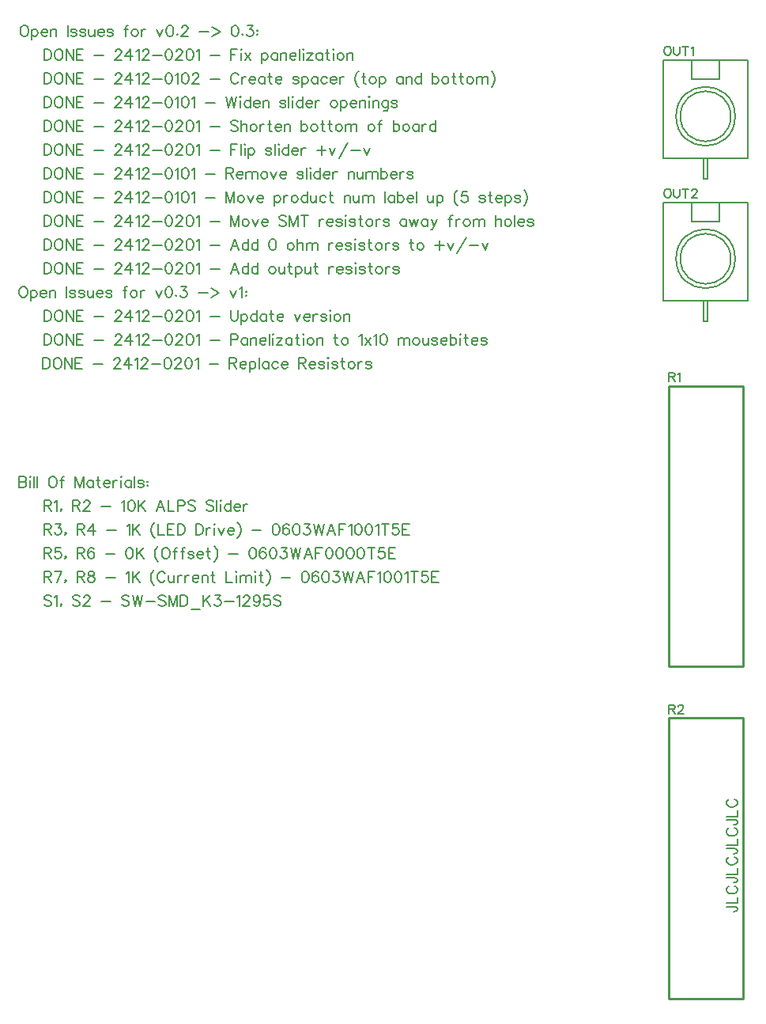
<source format=gto>
G04 Layer: TopSilkscreenLayer*
G04 EasyEDA v6.5.22, 2023-04-24 22:23:56*
G04 8fb2b6a2d3ec4a02888dd8b65789e586,5a6b42c53f6a479593ecc07194224c93,10*
G04 Gerber Generator version 0.2*
G04 Scale: 100 percent, Rotated: No, Reflected: No *
G04 Dimensions in millimeters *
G04 leading zeros omitted , absolute positions ,4 integer and 5 decimal *
%FSLAX45Y45*%
%MOMM*%

%ADD10C,0.1524*%
%ADD11C,0.2032*%
%ADD12C,0.1270*%
%ADD13C,0.2540*%

%LPD*%
D10*
X101600Y8089137D02*
G01*
X101600Y7993634D01*
X101600Y8089137D02*
G01*
X142494Y8089137D01*
X156210Y8084565D01*
X160781Y8079994D01*
X165354Y8071104D01*
X165354Y8061960D01*
X160781Y8052815D01*
X156210Y8048244D01*
X142494Y8043671D01*
X101600Y8043671D01*
X133350Y8043671D02*
G01*
X165354Y7993634D01*
X195326Y8071104D02*
G01*
X204215Y8075676D01*
X217931Y8089137D01*
X217931Y7993634D01*
X101600Y4536694D02*
G01*
X101600Y4441189D01*
X101600Y4536694D02*
G01*
X142494Y4536694D01*
X156210Y4532121D01*
X160781Y4527550D01*
X165354Y4518405D01*
X165354Y4509515D01*
X160781Y4500371D01*
X156210Y4495800D01*
X142494Y4491228D01*
X101600Y4491228D01*
X133350Y4491228D02*
G01*
X165354Y4441189D01*
X199897Y4514087D02*
G01*
X199897Y4518405D01*
X204215Y4527550D01*
X208787Y4532121D01*
X217931Y4536694D01*
X236220Y4536694D01*
X245110Y4532121D01*
X249681Y4527550D01*
X254254Y4518405D01*
X254254Y4509515D01*
X249681Y4500371D01*
X240792Y4486655D01*
X195326Y4441189D01*
X258826Y4441189D01*
D11*
X-6591300Y11551158D02*
G01*
X-6591300Y11436604D01*
X-6591300Y11551158D02*
G01*
X-6553200Y11551158D01*
X-6536689Y11545570D01*
X-6525768Y11534647D01*
X-6520434Y11523726D01*
X-6514845Y11507470D01*
X-6514845Y11480292D01*
X-6520434Y11463781D01*
X-6525768Y11452860D01*
X-6536689Y11441937D01*
X-6553200Y11436604D01*
X-6591300Y11436604D01*
X-6446265Y11551158D02*
G01*
X-6457187Y11545570D01*
X-6468110Y11534647D01*
X-6473444Y11523726D01*
X-6479031Y11507470D01*
X-6479031Y11480292D01*
X-6473444Y11463781D01*
X-6468110Y11452860D01*
X-6457187Y11441937D01*
X-6446265Y11436604D01*
X-6424421Y11436604D01*
X-6413500Y11441937D01*
X-6402578Y11452860D01*
X-6397244Y11463781D01*
X-6391655Y11480292D01*
X-6391655Y11507470D01*
X-6397244Y11523726D01*
X-6402578Y11534647D01*
X-6413500Y11545570D01*
X-6424421Y11551158D01*
X-6446265Y11551158D01*
X-6355587Y11551158D02*
G01*
X-6355587Y11436604D01*
X-6355587Y11551158D02*
G01*
X-6279387Y11436604D01*
X-6279387Y11551158D02*
G01*
X-6279387Y11436604D01*
X-6243320Y11551158D02*
G01*
X-6243320Y11436604D01*
X-6243320Y11551158D02*
G01*
X-6172454Y11551158D01*
X-6243320Y11496547D02*
G01*
X-6199631Y11496547D01*
X-6243320Y11436604D02*
G01*
X-6172454Y11436604D01*
X-6052312Y11485626D02*
G01*
X-5954268Y11485626D01*
X-5828792Y11523726D02*
G01*
X-5828792Y11529313D01*
X-5823204Y11540236D01*
X-5817870Y11545570D01*
X-5806947Y11551158D01*
X-5785104Y11551158D01*
X-5774181Y11545570D01*
X-5768847Y11540236D01*
X-5763260Y11529313D01*
X-5763260Y11518392D01*
X-5768847Y11507470D01*
X-5779770Y11491213D01*
X-5834126Y11436604D01*
X-5757926Y11436604D01*
X-5667247Y11551158D02*
G01*
X-5721857Y11474704D01*
X-5640070Y11474704D01*
X-5667247Y11551158D02*
G01*
X-5667247Y11436604D01*
X-5604002Y11529313D02*
G01*
X-5593079Y11534647D01*
X-5576823Y11551158D01*
X-5576823Y11436604D01*
X-5535421Y11523726D02*
G01*
X-5535421Y11529313D01*
X-5529834Y11540236D01*
X-5524500Y11545570D01*
X-5513578Y11551158D01*
X-5491734Y11551158D01*
X-5480812Y11545570D01*
X-5475223Y11540236D01*
X-5469889Y11529313D01*
X-5469889Y11518392D01*
X-5475223Y11507470D01*
X-5486145Y11491213D01*
X-5540755Y11436604D01*
X-5464302Y11436604D01*
X-5428487Y11485626D02*
G01*
X-5330189Y11485626D01*
X-5261610Y11551158D02*
G01*
X-5277865Y11545570D01*
X-5288787Y11529313D01*
X-5294121Y11501881D01*
X-5294121Y11485626D01*
X-5288787Y11458447D01*
X-5277865Y11441937D01*
X-5261610Y11436604D01*
X-5250687Y11436604D01*
X-5234178Y11441937D01*
X-5223255Y11458447D01*
X-5217921Y11485626D01*
X-5217921Y11501881D01*
X-5223255Y11529313D01*
X-5234178Y11545570D01*
X-5250687Y11551158D01*
X-5261610Y11551158D01*
X-5176520Y11523726D02*
G01*
X-5176520Y11529313D01*
X-5170931Y11540236D01*
X-5165597Y11545570D01*
X-5154676Y11551158D01*
X-5132831Y11551158D01*
X-5121910Y11545570D01*
X-5116321Y11540236D01*
X-5110987Y11529313D01*
X-5110987Y11518392D01*
X-5116321Y11507470D01*
X-5127244Y11491213D01*
X-5181854Y11436604D01*
X-5105400Y11436604D01*
X-5036820Y11551158D02*
G01*
X-5053076Y11545570D01*
X-5063997Y11529313D01*
X-5069586Y11501881D01*
X-5069586Y11485626D01*
X-5063997Y11458447D01*
X-5053076Y11441937D01*
X-5036820Y11436604D01*
X-5025897Y11436604D01*
X-5009387Y11441937D01*
X-4998465Y11458447D01*
X-4993131Y11485626D01*
X-4993131Y11501881D01*
X-4998465Y11529313D01*
X-5009387Y11545570D01*
X-5025897Y11551158D01*
X-5036820Y11551158D01*
X-4957063Y11529313D02*
G01*
X-4946142Y11534647D01*
X-4929886Y11551158D01*
X-4929886Y11436604D01*
X-4809744Y11485626D02*
G01*
X-4711700Y11485626D01*
X-4591557Y11551158D02*
G01*
X-4591557Y11436604D01*
X-4591557Y11551158D02*
G01*
X-4520692Y11551158D01*
X-4591557Y11496547D02*
G01*
X-4548123Y11496547D01*
X-4484878Y11551158D02*
G01*
X-4479289Y11545570D01*
X-4473955Y11551158D01*
X-4479289Y11556492D01*
X-4484878Y11551158D01*
X-4479289Y11512804D02*
G01*
X-4479289Y11436604D01*
X-4437887Y11512804D02*
G01*
X-4377944Y11436604D01*
X-4377944Y11512804D02*
G01*
X-4437887Y11436604D01*
X-4257802Y11512804D02*
G01*
X-4257802Y11398250D01*
X-4257802Y11496547D02*
G01*
X-4246879Y11507470D01*
X-4235957Y11512804D01*
X-4219702Y11512804D01*
X-4208779Y11507470D01*
X-4197857Y11496547D01*
X-4192270Y11480292D01*
X-4192270Y11469370D01*
X-4197857Y11452860D01*
X-4208779Y11441937D01*
X-4219702Y11436604D01*
X-4235957Y11436604D01*
X-4246879Y11441937D01*
X-4257802Y11452860D01*
X-4090923Y11512804D02*
G01*
X-4090923Y11436604D01*
X-4090923Y11496547D02*
G01*
X-4101845Y11507470D01*
X-4112768Y11512804D01*
X-4129023Y11512804D01*
X-4139945Y11507470D01*
X-4150868Y11496547D01*
X-4156455Y11480292D01*
X-4156455Y11469370D01*
X-4150868Y11452860D01*
X-4139945Y11441937D01*
X-4129023Y11436604D01*
X-4112768Y11436604D01*
X-4101845Y11441937D01*
X-4090923Y11452860D01*
X-4054855Y11512804D02*
G01*
X-4054855Y11436604D01*
X-4054855Y11491213D02*
G01*
X-4038600Y11507470D01*
X-4027678Y11512804D01*
X-4011421Y11512804D01*
X-4000500Y11507470D01*
X-3994912Y11491213D01*
X-3994912Y11436604D01*
X-3958844Y11480292D02*
G01*
X-3893565Y11480292D01*
X-3893565Y11491213D01*
X-3898900Y11501881D01*
X-3904487Y11507470D01*
X-3915410Y11512804D01*
X-3931665Y11512804D01*
X-3942587Y11507470D01*
X-3953510Y11496547D01*
X-3958844Y11480292D01*
X-3958844Y11469370D01*
X-3953510Y11452860D01*
X-3942587Y11441937D01*
X-3931665Y11436604D01*
X-3915410Y11436604D01*
X-3904487Y11441937D01*
X-3893565Y11452860D01*
X-3857497Y11551158D02*
G01*
X-3857497Y11436604D01*
X-3821429Y11551158D02*
G01*
X-3816095Y11545570D01*
X-3810507Y11551158D01*
X-3816095Y11556492D01*
X-3821429Y11551158D01*
X-3816095Y11512804D02*
G01*
X-3816095Y11436604D01*
X-3714495Y11512804D02*
G01*
X-3774694Y11436604D01*
X-3774694Y11512804D02*
G01*
X-3714495Y11512804D01*
X-3774694Y11436604D02*
G01*
X-3714495Y11436604D01*
X-3613150Y11512804D02*
G01*
X-3613150Y11436604D01*
X-3613150Y11496547D02*
G01*
X-3624071Y11507470D01*
X-3634994Y11512804D01*
X-3651250Y11512804D01*
X-3662171Y11507470D01*
X-3673094Y11496547D01*
X-3678681Y11480292D01*
X-3678681Y11469370D01*
X-3673094Y11452860D01*
X-3662171Y11441937D01*
X-3651250Y11436604D01*
X-3634994Y11436604D01*
X-3624071Y11441937D01*
X-3613150Y11452860D01*
X-3560826Y11551158D02*
G01*
X-3560826Y11458447D01*
X-3555237Y11441937D01*
X-3544315Y11436604D01*
X-3533394Y11436604D01*
X-3577081Y11512804D02*
G01*
X-3538981Y11512804D01*
X-3497579Y11551158D02*
G01*
X-3491992Y11545570D01*
X-3486657Y11551158D01*
X-3491992Y11556492D01*
X-3497579Y11551158D01*
X-3491992Y11512804D02*
G01*
X-3491992Y11436604D01*
X-3423412Y11512804D02*
G01*
X-3434334Y11507470D01*
X-3445002Y11496547D01*
X-3450589Y11480292D01*
X-3450589Y11469370D01*
X-3445002Y11452860D01*
X-3434334Y11441937D01*
X-3423412Y11436604D01*
X-3406902Y11436604D01*
X-3395979Y11441937D01*
X-3385057Y11452860D01*
X-3379723Y11469370D01*
X-3379723Y11480292D01*
X-3385057Y11496547D01*
X-3395979Y11507470D01*
X-3406902Y11512804D01*
X-3423412Y11512804D01*
X-3343655Y11512804D02*
G01*
X-3343655Y11436604D01*
X-3343655Y11491213D02*
G01*
X-3327400Y11507470D01*
X-3316478Y11512804D01*
X-3299968Y11512804D01*
X-3289045Y11507470D01*
X-3283712Y11491213D01*
X-3283712Y11436604D01*
X-6812534Y11805158D02*
G01*
X-6823455Y11799570D01*
X-6834378Y11788647D01*
X-6839965Y11777726D01*
X-6845300Y11761470D01*
X-6845300Y11734292D01*
X-6839965Y11717781D01*
X-6834378Y11706860D01*
X-6823455Y11695937D01*
X-6812534Y11690604D01*
X-6790689Y11690604D01*
X-6779768Y11695937D01*
X-6768845Y11706860D01*
X-6763512Y11717781D01*
X-6757923Y11734292D01*
X-6757923Y11761470D01*
X-6763512Y11777726D01*
X-6768845Y11788647D01*
X-6779768Y11799570D01*
X-6790689Y11805158D01*
X-6812534Y11805158D01*
X-6722110Y11766804D02*
G01*
X-6722110Y11652250D01*
X-6722110Y11750547D02*
G01*
X-6711187Y11761470D01*
X-6700265Y11766804D01*
X-6683755Y11766804D01*
X-6672834Y11761470D01*
X-6661912Y11750547D01*
X-6656578Y11734292D01*
X-6656578Y11723370D01*
X-6661912Y11706860D01*
X-6672834Y11695937D01*
X-6683755Y11690604D01*
X-6700265Y11690604D01*
X-6711187Y11695937D01*
X-6722110Y11706860D01*
X-6620510Y11734292D02*
G01*
X-6555231Y11734292D01*
X-6555231Y11745213D01*
X-6560565Y11755881D01*
X-6566154Y11761470D01*
X-6576821Y11766804D01*
X-6593331Y11766804D01*
X-6604254Y11761470D01*
X-6615176Y11750547D01*
X-6620510Y11734292D01*
X-6620510Y11723370D01*
X-6615176Y11706860D01*
X-6604254Y11695937D01*
X-6593331Y11690604D01*
X-6576821Y11690604D01*
X-6566154Y11695937D01*
X-6555231Y11706860D01*
X-6519163Y11766804D02*
G01*
X-6519163Y11690604D01*
X-6519163Y11745213D02*
G01*
X-6502654Y11761470D01*
X-6491731Y11766804D01*
X-6475476Y11766804D01*
X-6464554Y11761470D01*
X-6459220Y11745213D01*
X-6459220Y11690604D01*
X-6339078Y11805158D02*
G01*
X-6339078Y11690604D01*
X-6243065Y11750547D02*
G01*
X-6248654Y11761470D01*
X-6264910Y11766804D01*
X-6281420Y11766804D01*
X-6297676Y11761470D01*
X-6303010Y11750547D01*
X-6297676Y11739626D01*
X-6286754Y11734292D01*
X-6259576Y11728704D01*
X-6248654Y11723370D01*
X-6243065Y11712447D01*
X-6243065Y11706860D01*
X-6248654Y11695937D01*
X-6264910Y11690604D01*
X-6281420Y11690604D01*
X-6297676Y11695937D01*
X-6303010Y11706860D01*
X-6147054Y11750547D02*
G01*
X-6152642Y11761470D01*
X-6168897Y11766804D01*
X-6185407Y11766804D01*
X-6201663Y11761470D01*
X-6206997Y11750547D01*
X-6201663Y11739626D01*
X-6190742Y11734292D01*
X-6163563Y11728704D01*
X-6152642Y11723370D01*
X-6147054Y11712447D01*
X-6147054Y11706860D01*
X-6152642Y11695937D01*
X-6168897Y11690604D01*
X-6185407Y11690604D01*
X-6201663Y11695937D01*
X-6206997Y11706860D01*
X-6111239Y11766804D02*
G01*
X-6111239Y11712447D01*
X-6105652Y11695937D01*
X-6094729Y11690604D01*
X-6078473Y11690604D01*
X-6067552Y11695937D01*
X-6051042Y11712447D01*
X-6051042Y11766804D02*
G01*
X-6051042Y11690604D01*
X-6015228Y11734292D02*
G01*
X-5949695Y11734292D01*
X-5949695Y11745213D01*
X-5955029Y11755881D01*
X-5960618Y11761470D01*
X-5971539Y11766804D01*
X-5987795Y11766804D01*
X-5998718Y11761470D01*
X-6009639Y11750547D01*
X-6015228Y11734292D01*
X-6015228Y11723370D01*
X-6009639Y11706860D01*
X-5998718Y11695937D01*
X-5987795Y11690604D01*
X-5971539Y11690604D01*
X-5960618Y11695937D01*
X-5949695Y11706860D01*
X-5853684Y11750547D02*
G01*
X-5859018Y11761470D01*
X-5875528Y11766804D01*
X-5891784Y11766804D01*
X-5908294Y11761470D01*
X-5913628Y11750547D01*
X-5908294Y11739626D01*
X-5897371Y11734292D01*
X-5869939Y11728704D01*
X-5859018Y11723370D01*
X-5853684Y11712447D01*
X-5853684Y11706860D01*
X-5859018Y11695937D01*
X-5875528Y11690604D01*
X-5891784Y11690604D01*
X-5908294Y11695937D01*
X-5913628Y11706860D01*
X-5690107Y11805158D02*
G01*
X-5701029Y11805158D01*
X-5711952Y11799570D01*
X-5717286Y11783313D01*
X-5717286Y11690604D01*
X-5733542Y11766804D02*
G01*
X-5695442Y11766804D01*
X-5626862Y11766804D02*
G01*
X-5637784Y11761470D01*
X-5648452Y11750547D01*
X-5654039Y11734292D01*
X-5654039Y11723370D01*
X-5648452Y11706860D01*
X-5637784Y11695937D01*
X-5626862Y11690604D01*
X-5610352Y11690604D01*
X-5599429Y11695937D01*
X-5588507Y11706860D01*
X-5583173Y11723370D01*
X-5583173Y11734292D01*
X-5588507Y11750547D01*
X-5599429Y11761470D01*
X-5610352Y11766804D01*
X-5626862Y11766804D01*
X-5547105Y11766804D02*
G01*
X-5547105Y11690604D01*
X-5547105Y11734292D02*
G01*
X-5541771Y11750547D01*
X-5530850Y11761470D01*
X-5519928Y11766804D01*
X-5503418Y11766804D01*
X-5383529Y11766804D02*
G01*
X-5350763Y11690604D01*
X-5317997Y11766804D02*
G01*
X-5350763Y11690604D01*
X-5249418Y11805158D02*
G01*
X-5265673Y11799570D01*
X-5276595Y11783313D01*
X-5281929Y11755881D01*
X-5281929Y11739626D01*
X-5276595Y11712447D01*
X-5265673Y11695937D01*
X-5249418Y11690604D01*
X-5238495Y11690604D01*
X-5221986Y11695937D01*
X-5211063Y11712447D01*
X-5205729Y11739626D01*
X-5205729Y11755881D01*
X-5211063Y11783313D01*
X-5221986Y11799570D01*
X-5238495Y11805158D01*
X-5249418Y11805158D01*
X-5164328Y11717781D02*
G01*
X-5169662Y11712447D01*
X-5164328Y11706860D01*
X-5158739Y11712447D01*
X-5164328Y11717781D01*
X-5117337Y11777726D02*
G01*
X-5117337Y11783313D01*
X-5111750Y11794236D01*
X-5106415Y11799570D01*
X-5095494Y11805158D01*
X-5073650Y11805158D01*
X-5062728Y11799570D01*
X-5057394Y11794236D01*
X-5051805Y11783313D01*
X-5051805Y11772392D01*
X-5057394Y11761470D01*
X-5068315Y11745213D01*
X-5122671Y11690604D01*
X-5046471Y11690604D01*
X-4926329Y11739626D02*
G01*
X-4828286Y11739626D01*
X-4792218Y11788647D02*
G01*
X-4704842Y11739626D01*
X-4792218Y11690604D01*
X-4552187Y11805158D02*
G01*
X-4568697Y11799570D01*
X-4579365Y11783313D01*
X-4584954Y11755881D01*
X-4584954Y11739626D01*
X-4579365Y11712447D01*
X-4568697Y11695937D01*
X-4552187Y11690604D01*
X-4541265Y11690604D01*
X-4525010Y11695937D01*
X-4514087Y11712447D01*
X-4508500Y11739626D01*
X-4508500Y11755881D01*
X-4514087Y11783313D01*
X-4525010Y11799570D01*
X-4541265Y11805158D01*
X-4552187Y11805158D01*
X-4467097Y11717781D02*
G01*
X-4472686Y11712447D01*
X-4467097Y11706860D01*
X-4461763Y11712447D01*
X-4467097Y11717781D01*
X-4414773Y11805158D02*
G01*
X-4354829Y11805158D01*
X-4387595Y11761470D01*
X-4371086Y11761470D01*
X-4360163Y11755881D01*
X-4354829Y11750547D01*
X-4349242Y11734292D01*
X-4349242Y11723370D01*
X-4354829Y11706860D01*
X-4365752Y11695937D01*
X-4382007Y11690604D01*
X-4398518Y11690604D01*
X-4414773Y11695937D01*
X-4420107Y11701526D01*
X-4425695Y11712447D01*
X-4307839Y11755881D02*
G01*
X-4313428Y11750547D01*
X-4307839Y11745213D01*
X-4302505Y11750547D01*
X-4307839Y11755881D01*
X-4307839Y11717781D02*
G01*
X-4313428Y11712447D01*
X-4307839Y11706860D01*
X-4302505Y11712447D01*
X-4307839Y11717781D01*
X-6591300Y11297158D02*
G01*
X-6591300Y11182604D01*
X-6591300Y11297158D02*
G01*
X-6553200Y11297158D01*
X-6536689Y11291570D01*
X-6525768Y11280647D01*
X-6520434Y11269726D01*
X-6514845Y11253470D01*
X-6514845Y11226292D01*
X-6520434Y11209781D01*
X-6525768Y11198860D01*
X-6536689Y11187937D01*
X-6553200Y11182604D01*
X-6591300Y11182604D01*
X-6446265Y11297158D02*
G01*
X-6457187Y11291570D01*
X-6468110Y11280647D01*
X-6473444Y11269726D01*
X-6479031Y11253470D01*
X-6479031Y11226292D01*
X-6473444Y11209781D01*
X-6468110Y11198860D01*
X-6457187Y11187937D01*
X-6446265Y11182604D01*
X-6424421Y11182604D01*
X-6413500Y11187937D01*
X-6402578Y11198860D01*
X-6397244Y11209781D01*
X-6391655Y11226292D01*
X-6391655Y11253470D01*
X-6397244Y11269726D01*
X-6402578Y11280647D01*
X-6413500Y11291570D01*
X-6424421Y11297158D01*
X-6446265Y11297158D01*
X-6355587Y11297158D02*
G01*
X-6355587Y11182604D01*
X-6355587Y11297158D02*
G01*
X-6279387Y11182604D01*
X-6279387Y11297158D02*
G01*
X-6279387Y11182604D01*
X-6243320Y11297158D02*
G01*
X-6243320Y11182604D01*
X-6243320Y11297158D02*
G01*
X-6172454Y11297158D01*
X-6243320Y11242547D02*
G01*
X-6199631Y11242547D01*
X-6243320Y11182604D02*
G01*
X-6172454Y11182604D01*
X-6052312Y11231626D02*
G01*
X-5954268Y11231626D01*
X-5828792Y11269726D02*
G01*
X-5828792Y11275313D01*
X-5823204Y11286236D01*
X-5817870Y11291570D01*
X-5806947Y11297158D01*
X-5785104Y11297158D01*
X-5774181Y11291570D01*
X-5768847Y11286236D01*
X-5763260Y11275313D01*
X-5763260Y11264392D01*
X-5768847Y11253470D01*
X-5779770Y11237213D01*
X-5834126Y11182604D01*
X-5757926Y11182604D01*
X-5667247Y11297158D02*
G01*
X-5721857Y11220704D01*
X-5640070Y11220704D01*
X-5667247Y11297158D02*
G01*
X-5667247Y11182604D01*
X-5604002Y11275313D02*
G01*
X-5593079Y11280647D01*
X-5576823Y11297158D01*
X-5576823Y11182604D01*
X-5535421Y11269726D02*
G01*
X-5535421Y11275313D01*
X-5529834Y11286236D01*
X-5524500Y11291570D01*
X-5513578Y11297158D01*
X-5491734Y11297158D01*
X-5480812Y11291570D01*
X-5475223Y11286236D01*
X-5469889Y11275313D01*
X-5469889Y11264392D01*
X-5475223Y11253470D01*
X-5486145Y11237213D01*
X-5540755Y11182604D01*
X-5464302Y11182604D01*
X-5428487Y11231626D02*
G01*
X-5330189Y11231626D01*
X-5261610Y11297158D02*
G01*
X-5277865Y11291570D01*
X-5288787Y11275313D01*
X-5294121Y11247881D01*
X-5294121Y11231626D01*
X-5288787Y11204447D01*
X-5277865Y11187937D01*
X-5261610Y11182604D01*
X-5250687Y11182604D01*
X-5234178Y11187937D01*
X-5223255Y11204447D01*
X-5217921Y11231626D01*
X-5217921Y11247881D01*
X-5223255Y11275313D01*
X-5234178Y11291570D01*
X-5250687Y11297158D01*
X-5261610Y11297158D01*
X-5181854Y11275313D02*
G01*
X-5170931Y11280647D01*
X-5154676Y11297158D01*
X-5154676Y11182604D01*
X-5085842Y11297158D02*
G01*
X-5102097Y11291570D01*
X-5113020Y11275313D01*
X-5118607Y11247881D01*
X-5118607Y11231626D01*
X-5113020Y11204447D01*
X-5102097Y11187937D01*
X-5085842Y11182604D01*
X-5074920Y11182604D01*
X-5058663Y11187937D01*
X-5047742Y11204447D01*
X-5042154Y11231626D01*
X-5042154Y11247881D01*
X-5047742Y11275313D01*
X-5058663Y11291570D01*
X-5074920Y11297158D01*
X-5085842Y11297158D01*
X-5000752Y11269726D02*
G01*
X-5000752Y11275313D01*
X-4995418Y11286236D01*
X-4989829Y11291570D01*
X-4978907Y11297158D01*
X-4957063Y11297158D01*
X-4946142Y11291570D01*
X-4940807Y11286236D01*
X-4935220Y11275313D01*
X-4935220Y11264392D01*
X-4940807Y11253470D01*
X-4951729Y11237213D01*
X-5006086Y11182604D01*
X-4929886Y11182604D01*
X-4809744Y11231626D02*
G01*
X-4711700Y11231626D01*
X-4509770Y11269726D02*
G01*
X-4515357Y11280647D01*
X-4526279Y11291570D01*
X-4537202Y11297158D01*
X-4559045Y11297158D01*
X-4569968Y11291570D01*
X-4580636Y11280647D01*
X-4586223Y11269726D01*
X-4591557Y11253470D01*
X-4591557Y11226292D01*
X-4586223Y11209781D01*
X-4580636Y11198860D01*
X-4569968Y11187937D01*
X-4559045Y11182604D01*
X-4537202Y11182604D01*
X-4526279Y11187937D01*
X-4515357Y11198860D01*
X-4509770Y11209781D01*
X-4473955Y11258804D02*
G01*
X-4473955Y11182604D01*
X-4473955Y11226292D02*
G01*
X-4468368Y11242547D01*
X-4457445Y11253470D01*
X-4446523Y11258804D01*
X-4430268Y11258804D01*
X-4394200Y11226292D02*
G01*
X-4328668Y11226292D01*
X-4328668Y11237213D01*
X-4334255Y11247881D01*
X-4339589Y11253470D01*
X-4350512Y11258804D01*
X-4367021Y11258804D01*
X-4377944Y11253470D01*
X-4388865Y11242547D01*
X-4394200Y11226292D01*
X-4394200Y11215370D01*
X-4388865Y11198860D01*
X-4377944Y11187937D01*
X-4367021Y11182604D01*
X-4350512Y11182604D01*
X-4339589Y11187937D01*
X-4328668Y11198860D01*
X-4227321Y11258804D02*
G01*
X-4227321Y11182604D01*
X-4227321Y11242547D02*
G01*
X-4238244Y11253470D01*
X-4249165Y11258804D01*
X-4265421Y11258804D01*
X-4276344Y11253470D01*
X-4287265Y11242547D01*
X-4292854Y11226292D01*
X-4292854Y11215370D01*
X-4287265Y11198860D01*
X-4276344Y11187937D01*
X-4265421Y11182604D01*
X-4249165Y11182604D01*
X-4238244Y11187937D01*
X-4227321Y11198860D01*
X-4174997Y11297158D02*
G01*
X-4174997Y11204447D01*
X-4169410Y11187937D01*
X-4158487Y11182604D01*
X-4147565Y11182604D01*
X-4191254Y11258804D02*
G01*
X-4153154Y11258804D01*
X-4111752Y11226292D02*
G01*
X-4046220Y11226292D01*
X-4046220Y11237213D01*
X-4051554Y11247881D01*
X-4057142Y11253470D01*
X-4068063Y11258804D01*
X-4084320Y11258804D01*
X-4095242Y11253470D01*
X-4106163Y11242547D01*
X-4111752Y11226292D01*
X-4111752Y11215370D01*
X-4106163Y11198860D01*
X-4095242Y11187937D01*
X-4084320Y11182604D01*
X-4068063Y11182604D01*
X-4057142Y11187937D01*
X-4046220Y11198860D01*
X-3866134Y11242547D02*
G01*
X-3871721Y11253470D01*
X-3887978Y11258804D01*
X-3904487Y11258804D01*
X-3920744Y11253470D01*
X-3926331Y11242547D01*
X-3920744Y11231626D01*
X-3909821Y11226292D01*
X-3882644Y11220704D01*
X-3871721Y11215370D01*
X-3866134Y11204447D01*
X-3866134Y11198860D01*
X-3871721Y11187937D01*
X-3887978Y11182604D01*
X-3904487Y11182604D01*
X-3920744Y11187937D01*
X-3926331Y11198860D01*
X-3830320Y11258804D02*
G01*
X-3830320Y11144250D01*
X-3830320Y11242547D02*
G01*
X-3819397Y11253470D01*
X-3808476Y11258804D01*
X-3791965Y11258804D01*
X-3781044Y11253470D01*
X-3770121Y11242547D01*
X-3764787Y11226292D01*
X-3764787Y11215370D01*
X-3770121Y11198860D01*
X-3781044Y11187937D01*
X-3791965Y11182604D01*
X-3808476Y11182604D01*
X-3819397Y11187937D01*
X-3830320Y11198860D01*
X-3663187Y11258804D02*
G01*
X-3663187Y11182604D01*
X-3663187Y11242547D02*
G01*
X-3674110Y11253470D01*
X-3685031Y11258804D01*
X-3701542Y11258804D01*
X-3712463Y11253470D01*
X-3723386Y11242547D01*
X-3728720Y11226292D01*
X-3728720Y11215370D01*
X-3723386Y11198860D01*
X-3712463Y11187937D01*
X-3701542Y11182604D01*
X-3685031Y11182604D01*
X-3674110Y11187937D01*
X-3663187Y11198860D01*
X-3561842Y11242547D02*
G01*
X-3572763Y11253470D01*
X-3583686Y11258804D01*
X-3599942Y11258804D01*
X-3610863Y11253470D01*
X-3621786Y11242547D01*
X-3627373Y11226292D01*
X-3627373Y11215370D01*
X-3621786Y11198860D01*
X-3610863Y11187937D01*
X-3599942Y11182604D01*
X-3583686Y11182604D01*
X-3572763Y11187937D01*
X-3561842Y11198860D01*
X-3525773Y11226292D02*
G01*
X-3460495Y11226292D01*
X-3460495Y11237213D01*
X-3465829Y11247881D01*
X-3471418Y11253470D01*
X-3482339Y11258804D01*
X-3498595Y11258804D01*
X-3509518Y11253470D01*
X-3520439Y11242547D01*
X-3525773Y11226292D01*
X-3525773Y11215370D01*
X-3520439Y11198860D01*
X-3509518Y11187937D01*
X-3498595Y11182604D01*
X-3482339Y11182604D01*
X-3471418Y11187937D01*
X-3460495Y11198860D01*
X-3424428Y11258804D02*
G01*
X-3424428Y11182604D01*
X-3424428Y11226292D02*
G01*
X-3418839Y11242547D01*
X-3407918Y11253470D01*
X-3397250Y11258804D01*
X-3380739Y11258804D01*
X-3222497Y11319002D02*
G01*
X-3233420Y11308079D01*
X-3244342Y11291570D01*
X-3255263Y11269726D01*
X-3260852Y11242547D01*
X-3260852Y11220704D01*
X-3255263Y11193526D01*
X-3244342Y11171681D01*
X-3233420Y11155171D01*
X-3222497Y11144250D01*
X-3170173Y11297158D02*
G01*
X-3170173Y11204447D01*
X-3164839Y11187937D01*
X-3153918Y11182604D01*
X-3142995Y11182604D01*
X-3186684Y11258804D02*
G01*
X-3148329Y11258804D01*
X-3079750Y11258804D02*
G01*
X-3090671Y11253470D01*
X-3101594Y11242547D01*
X-3106928Y11226292D01*
X-3106928Y11215370D01*
X-3101594Y11198860D01*
X-3090671Y11187937D01*
X-3079750Y11182604D01*
X-3063239Y11182604D01*
X-3052318Y11187937D01*
X-3041395Y11198860D01*
X-3036062Y11215370D01*
X-3036062Y11226292D01*
X-3041395Y11242547D01*
X-3052318Y11253470D01*
X-3063239Y11258804D01*
X-3079750Y11258804D01*
X-2999994Y11258804D02*
G01*
X-2999994Y11144250D01*
X-2999994Y11242547D02*
G01*
X-2989071Y11253470D01*
X-2978150Y11258804D01*
X-2961894Y11258804D01*
X-2950971Y11253470D01*
X-2940050Y11242547D01*
X-2934462Y11226292D01*
X-2934462Y11215370D01*
X-2940050Y11198860D01*
X-2950971Y11187937D01*
X-2961894Y11182604D01*
X-2978150Y11182604D01*
X-2989071Y11187937D01*
X-2999994Y11198860D01*
X-2749042Y11258804D02*
G01*
X-2749042Y11182604D01*
X-2749042Y11242547D02*
G01*
X-2759963Y11253470D01*
X-2770886Y11258804D01*
X-2787395Y11258804D01*
X-2798318Y11253470D01*
X-2809239Y11242547D01*
X-2814573Y11226292D01*
X-2814573Y11215370D01*
X-2809239Y11198860D01*
X-2798318Y11187937D01*
X-2787395Y11182604D01*
X-2770886Y11182604D01*
X-2759963Y11187937D01*
X-2749042Y11198860D01*
X-2713228Y11258804D02*
G01*
X-2713228Y11182604D01*
X-2713228Y11237213D02*
G01*
X-2696718Y11253470D01*
X-2685795Y11258804D01*
X-2669539Y11258804D01*
X-2658618Y11253470D01*
X-2653029Y11237213D01*
X-2653029Y11182604D01*
X-2551684Y11297158D02*
G01*
X-2551684Y11182604D01*
X-2551684Y11242547D02*
G01*
X-2562605Y11253470D01*
X-2573528Y11258804D01*
X-2589784Y11258804D01*
X-2600705Y11253470D01*
X-2611628Y11242547D01*
X-2617215Y11226292D01*
X-2617215Y11215370D01*
X-2611628Y11198860D01*
X-2600705Y11187937D01*
X-2589784Y11182604D01*
X-2573528Y11182604D01*
X-2562605Y11187937D01*
X-2551684Y11198860D01*
X-2431795Y11297158D02*
G01*
X-2431795Y11182604D01*
X-2431795Y11242547D02*
G01*
X-2420873Y11253470D01*
X-2409952Y11258804D01*
X-2393442Y11258804D01*
X-2382520Y11253470D01*
X-2371597Y11242547D01*
X-2366263Y11226292D01*
X-2366263Y11215370D01*
X-2371597Y11198860D01*
X-2382520Y11187937D01*
X-2393442Y11182604D01*
X-2409952Y11182604D01*
X-2420873Y11187937D01*
X-2431795Y11198860D01*
X-2303018Y11258804D02*
G01*
X-2313939Y11253470D01*
X-2324862Y11242547D01*
X-2330195Y11226292D01*
X-2330195Y11215370D01*
X-2324862Y11198860D01*
X-2313939Y11187937D01*
X-2303018Y11182604D01*
X-2286507Y11182604D01*
X-2275586Y11187937D01*
X-2264663Y11198860D01*
X-2259329Y11215370D01*
X-2259329Y11226292D01*
X-2264663Y11242547D01*
X-2275586Y11253470D01*
X-2286507Y11258804D01*
X-2303018Y11258804D01*
X-2207005Y11297158D02*
G01*
X-2207005Y11204447D01*
X-2201418Y11187937D01*
X-2190495Y11182604D01*
X-2179573Y11182604D01*
X-2223262Y11258804D02*
G01*
X-2185162Y11258804D01*
X-2127250Y11297158D02*
G01*
X-2127250Y11204447D01*
X-2121915Y11187937D01*
X-2110994Y11182604D01*
X-2100071Y11182604D01*
X-2143760Y11258804D02*
G01*
X-2105405Y11258804D01*
X-2036826Y11258804D02*
G01*
X-2047747Y11253470D01*
X-2058670Y11242547D01*
X-2064004Y11226292D01*
X-2064004Y11215370D01*
X-2058670Y11198860D01*
X-2047747Y11187937D01*
X-2036826Y11182604D01*
X-2020315Y11182604D01*
X-2009394Y11187937D01*
X-1998471Y11198860D01*
X-1993137Y11215370D01*
X-1993137Y11226292D01*
X-1998471Y11242547D01*
X-2009394Y11253470D01*
X-2020315Y11258804D01*
X-2036826Y11258804D01*
X-1957070Y11258804D02*
G01*
X-1957070Y11182604D01*
X-1957070Y11237213D02*
G01*
X-1940813Y11253470D01*
X-1929892Y11258804D01*
X-1913381Y11258804D01*
X-1902460Y11253470D01*
X-1897126Y11237213D01*
X-1897126Y11182604D01*
X-1897126Y11237213D02*
G01*
X-1880870Y11253470D01*
X-1869947Y11258804D01*
X-1853437Y11258804D01*
X-1842515Y11253470D01*
X-1837181Y11237213D01*
X-1837181Y11182604D01*
X-1801113Y11319002D02*
G01*
X-1790192Y11308079D01*
X-1779270Y11291570D01*
X-1768347Y11269726D01*
X-1763013Y11242547D01*
X-1763013Y11220704D01*
X-1768347Y11193526D01*
X-1779270Y11171681D01*
X-1790192Y11155171D01*
X-1801113Y11144250D01*
X-6591300Y11043158D02*
G01*
X-6591300Y10928604D01*
X-6591300Y11043158D02*
G01*
X-6553200Y11043158D01*
X-6536689Y11037570D01*
X-6525768Y11026647D01*
X-6520434Y11015726D01*
X-6514845Y10999470D01*
X-6514845Y10972292D01*
X-6520434Y10955781D01*
X-6525768Y10944860D01*
X-6536689Y10933937D01*
X-6553200Y10928604D01*
X-6591300Y10928604D01*
X-6446265Y11043158D02*
G01*
X-6457187Y11037570D01*
X-6468110Y11026647D01*
X-6473444Y11015726D01*
X-6479031Y10999470D01*
X-6479031Y10972292D01*
X-6473444Y10955781D01*
X-6468110Y10944860D01*
X-6457187Y10933937D01*
X-6446265Y10928604D01*
X-6424421Y10928604D01*
X-6413500Y10933937D01*
X-6402578Y10944860D01*
X-6397244Y10955781D01*
X-6391655Y10972292D01*
X-6391655Y10999470D01*
X-6397244Y11015726D01*
X-6402578Y11026647D01*
X-6413500Y11037570D01*
X-6424421Y11043158D01*
X-6446265Y11043158D01*
X-6355587Y11043158D02*
G01*
X-6355587Y10928604D01*
X-6355587Y11043158D02*
G01*
X-6279387Y10928604D01*
X-6279387Y11043158D02*
G01*
X-6279387Y10928604D01*
X-6243320Y11043158D02*
G01*
X-6243320Y10928604D01*
X-6243320Y11043158D02*
G01*
X-6172454Y11043158D01*
X-6243320Y10988547D02*
G01*
X-6199631Y10988547D01*
X-6243320Y10928604D02*
G01*
X-6172454Y10928604D01*
X-6052312Y10977626D02*
G01*
X-5954268Y10977626D01*
X-5828792Y11015726D02*
G01*
X-5828792Y11021313D01*
X-5823204Y11032236D01*
X-5817870Y11037570D01*
X-5806947Y11043158D01*
X-5785104Y11043158D01*
X-5774181Y11037570D01*
X-5768847Y11032236D01*
X-5763260Y11021313D01*
X-5763260Y11010392D01*
X-5768847Y10999470D01*
X-5779770Y10983213D01*
X-5834126Y10928604D01*
X-5757926Y10928604D01*
X-5667247Y11043158D02*
G01*
X-5721857Y10966704D01*
X-5640070Y10966704D01*
X-5667247Y11043158D02*
G01*
X-5667247Y10928604D01*
X-5604002Y11021313D02*
G01*
X-5593079Y11026647D01*
X-5576823Y11043158D01*
X-5576823Y10928604D01*
X-5535421Y11015726D02*
G01*
X-5535421Y11021313D01*
X-5529834Y11032236D01*
X-5524500Y11037570D01*
X-5513578Y11043158D01*
X-5491734Y11043158D01*
X-5480812Y11037570D01*
X-5475223Y11032236D01*
X-5469889Y11021313D01*
X-5469889Y11010392D01*
X-5475223Y10999470D01*
X-5486145Y10983213D01*
X-5540755Y10928604D01*
X-5464302Y10928604D01*
X-5428487Y10977626D02*
G01*
X-5330189Y10977626D01*
X-5261610Y11043158D02*
G01*
X-5277865Y11037570D01*
X-5288787Y11021313D01*
X-5294121Y10993881D01*
X-5294121Y10977626D01*
X-5288787Y10950447D01*
X-5277865Y10933937D01*
X-5261610Y10928604D01*
X-5250687Y10928604D01*
X-5234178Y10933937D01*
X-5223255Y10950447D01*
X-5217921Y10977626D01*
X-5217921Y10993881D01*
X-5223255Y11021313D01*
X-5234178Y11037570D01*
X-5250687Y11043158D01*
X-5261610Y11043158D01*
X-5181854Y11021313D02*
G01*
X-5170931Y11026647D01*
X-5154676Y11043158D01*
X-5154676Y10928604D01*
X-5085842Y11043158D02*
G01*
X-5102097Y11037570D01*
X-5113020Y11021313D01*
X-5118607Y10993881D01*
X-5118607Y10977626D01*
X-5113020Y10950447D01*
X-5102097Y10933937D01*
X-5085842Y10928604D01*
X-5074920Y10928604D01*
X-5058663Y10933937D01*
X-5047742Y10950447D01*
X-5042154Y10977626D01*
X-5042154Y10993881D01*
X-5047742Y11021313D01*
X-5058663Y11037570D01*
X-5074920Y11043158D01*
X-5085842Y11043158D01*
X-5006086Y11021313D02*
G01*
X-4995418Y11026647D01*
X-4978907Y11043158D01*
X-4978907Y10928604D01*
X-4859020Y10977626D02*
G01*
X-4760721Y10977626D01*
X-4640834Y11043158D02*
G01*
X-4613402Y10928604D01*
X-4586223Y11043158D02*
G01*
X-4613402Y10928604D01*
X-4586223Y11043158D02*
G01*
X-4559045Y10928604D01*
X-4531613Y11043158D02*
G01*
X-4559045Y10928604D01*
X-4495545Y11043158D02*
G01*
X-4490212Y11037570D01*
X-4484878Y11043158D01*
X-4490212Y11048492D01*
X-4495545Y11043158D01*
X-4490212Y11004804D02*
G01*
X-4490212Y10928604D01*
X-4383278Y11043158D02*
G01*
X-4383278Y10928604D01*
X-4383278Y10988547D02*
G01*
X-4394200Y10999470D01*
X-4405121Y11004804D01*
X-4421378Y11004804D01*
X-4432300Y10999470D01*
X-4443221Y10988547D01*
X-4448810Y10972292D01*
X-4448810Y10961370D01*
X-4443221Y10944860D01*
X-4432300Y10933937D01*
X-4421378Y10928604D01*
X-4405121Y10928604D01*
X-4394200Y10933937D01*
X-4383278Y10944860D01*
X-4347210Y10972292D02*
G01*
X-4281931Y10972292D01*
X-4281931Y10983213D01*
X-4287265Y10993881D01*
X-4292854Y10999470D01*
X-4303776Y11004804D01*
X-4320031Y11004804D01*
X-4330954Y10999470D01*
X-4341876Y10988547D01*
X-4347210Y10972292D01*
X-4347210Y10961370D01*
X-4341876Y10944860D01*
X-4330954Y10933937D01*
X-4320031Y10928604D01*
X-4303776Y10928604D01*
X-4292854Y10933937D01*
X-4281931Y10944860D01*
X-4245863Y11004804D02*
G01*
X-4245863Y10928604D01*
X-4245863Y10983213D02*
G01*
X-4229607Y10999470D01*
X-4218686Y11004804D01*
X-4202176Y11004804D01*
X-4191254Y10999470D01*
X-4185920Y10983213D01*
X-4185920Y10928604D01*
X-4005834Y10988547D02*
G01*
X-4011421Y10999470D01*
X-4027678Y11004804D01*
X-4043934Y11004804D01*
X-4060444Y10999470D01*
X-4065778Y10988547D01*
X-4060444Y10977626D01*
X-4049521Y10972292D01*
X-4022089Y10966704D01*
X-4011421Y10961370D01*
X-4005834Y10950447D01*
X-4005834Y10944860D01*
X-4011421Y10933937D01*
X-4027678Y10928604D01*
X-4043934Y10928604D01*
X-4060444Y10933937D01*
X-4065778Y10944860D01*
X-3969765Y11043158D02*
G01*
X-3969765Y10928604D01*
X-3933952Y11043158D02*
G01*
X-3928363Y11037570D01*
X-3923029Y11043158D01*
X-3928363Y11048492D01*
X-3933952Y11043158D01*
X-3928363Y11004804D02*
G01*
X-3928363Y10928604D01*
X-3821429Y11043158D02*
G01*
X-3821429Y10928604D01*
X-3821429Y10988547D02*
G01*
X-3832352Y10999470D01*
X-3843273Y11004804D01*
X-3859784Y11004804D01*
X-3870452Y10999470D01*
X-3881373Y10988547D01*
X-3886962Y10972292D01*
X-3886962Y10961370D01*
X-3881373Y10944860D01*
X-3870452Y10933937D01*
X-3859784Y10928604D01*
X-3843273Y10928604D01*
X-3832352Y10933937D01*
X-3821429Y10944860D01*
X-3785362Y10972292D02*
G01*
X-3720084Y10972292D01*
X-3720084Y10983213D01*
X-3725418Y10993881D01*
X-3731005Y10999470D01*
X-3741928Y11004804D01*
X-3758184Y11004804D01*
X-3769105Y10999470D01*
X-3780028Y10988547D01*
X-3785362Y10972292D01*
X-3785362Y10961370D01*
X-3780028Y10944860D01*
X-3769105Y10933937D01*
X-3758184Y10928604D01*
X-3741928Y10928604D01*
X-3731005Y10933937D01*
X-3720084Y10944860D01*
X-3684015Y11004804D02*
G01*
X-3684015Y10928604D01*
X-3684015Y10972292D02*
G01*
X-3678681Y10988547D01*
X-3667760Y10999470D01*
X-3656837Y11004804D01*
X-3640328Y11004804D01*
X-3493007Y11004804D02*
G01*
X-3503929Y10999470D01*
X-3514852Y10988547D01*
X-3520439Y10972292D01*
X-3520439Y10961370D01*
X-3514852Y10944860D01*
X-3503929Y10933937D01*
X-3493007Y10928604D01*
X-3476752Y10928604D01*
X-3465829Y10933937D01*
X-3454907Y10944860D01*
X-3449573Y10961370D01*
X-3449573Y10972292D01*
X-3454907Y10988547D01*
X-3465829Y10999470D01*
X-3476752Y11004804D01*
X-3493007Y11004804D01*
X-3413505Y11004804D02*
G01*
X-3413505Y10890250D01*
X-3413505Y10988547D02*
G01*
X-3402584Y10999470D01*
X-3391662Y11004804D01*
X-3375405Y11004804D01*
X-3364484Y10999470D01*
X-3353562Y10988547D01*
X-3347973Y10972292D01*
X-3347973Y10961370D01*
X-3353562Y10944860D01*
X-3364484Y10933937D01*
X-3375405Y10928604D01*
X-3391662Y10928604D01*
X-3402584Y10933937D01*
X-3413505Y10944860D01*
X-3312160Y10972292D02*
G01*
X-3246628Y10972292D01*
X-3246628Y10983213D01*
X-3251962Y10993881D01*
X-3257550Y10999470D01*
X-3268471Y11004804D01*
X-3284728Y11004804D01*
X-3295650Y10999470D01*
X-3306571Y10988547D01*
X-3312160Y10972292D01*
X-3312160Y10961370D01*
X-3306571Y10944860D01*
X-3295650Y10933937D01*
X-3284728Y10928604D01*
X-3268471Y10928604D01*
X-3257550Y10933937D01*
X-3246628Y10944860D01*
X-3210560Y11004804D02*
G01*
X-3210560Y10928604D01*
X-3210560Y10983213D02*
G01*
X-3194304Y10999470D01*
X-3183381Y11004804D01*
X-3166871Y11004804D01*
X-3155950Y10999470D01*
X-3150615Y10983213D01*
X-3150615Y10928604D01*
X-3114547Y11043158D02*
G01*
X-3109213Y11037570D01*
X-3103626Y11043158D01*
X-3109213Y11048492D01*
X-3114547Y11043158D01*
X-3109213Y11004804D02*
G01*
X-3109213Y10928604D01*
X-3067557Y11004804D02*
G01*
X-3067557Y10928604D01*
X-3067557Y10983213D02*
G01*
X-3051302Y10999470D01*
X-3040379Y11004804D01*
X-3024123Y11004804D01*
X-3013202Y10999470D01*
X-3007613Y10983213D01*
X-3007613Y10928604D01*
X-2906268Y11004804D02*
G01*
X-2906268Y10917681D01*
X-2911602Y10901171D01*
X-2917189Y10895837D01*
X-2928112Y10890250D01*
X-2944368Y10890250D01*
X-2955289Y10895837D01*
X-2906268Y10988547D02*
G01*
X-2917189Y10999470D01*
X-2928112Y11004804D01*
X-2944368Y11004804D01*
X-2955289Y10999470D01*
X-2966212Y10988547D01*
X-2971545Y10972292D01*
X-2971545Y10961370D01*
X-2966212Y10944860D01*
X-2955289Y10933937D01*
X-2944368Y10928604D01*
X-2928112Y10928604D01*
X-2917189Y10933937D01*
X-2906268Y10944860D01*
X-2810255Y10988547D02*
G01*
X-2815589Y10999470D01*
X-2832100Y11004804D01*
X-2848355Y11004804D01*
X-2864865Y10999470D01*
X-2870200Y10988547D01*
X-2864865Y10977626D01*
X-2853944Y10972292D01*
X-2826512Y10966704D01*
X-2815589Y10961370D01*
X-2810255Y10950447D01*
X-2810255Y10944860D01*
X-2815589Y10933937D01*
X-2832100Y10928604D01*
X-2848355Y10928604D01*
X-2864865Y10933937D01*
X-2870200Y10944860D01*
X-6591300Y10789158D02*
G01*
X-6591300Y10674604D01*
X-6591300Y10789158D02*
G01*
X-6553200Y10789158D01*
X-6536689Y10783570D01*
X-6525768Y10772647D01*
X-6520434Y10761726D01*
X-6514845Y10745470D01*
X-6514845Y10718292D01*
X-6520434Y10701781D01*
X-6525768Y10690860D01*
X-6536689Y10679937D01*
X-6553200Y10674604D01*
X-6591300Y10674604D01*
X-6446265Y10789158D02*
G01*
X-6457187Y10783570D01*
X-6468110Y10772647D01*
X-6473444Y10761726D01*
X-6479031Y10745470D01*
X-6479031Y10718292D01*
X-6473444Y10701781D01*
X-6468110Y10690860D01*
X-6457187Y10679937D01*
X-6446265Y10674604D01*
X-6424421Y10674604D01*
X-6413500Y10679937D01*
X-6402578Y10690860D01*
X-6397244Y10701781D01*
X-6391655Y10718292D01*
X-6391655Y10745470D01*
X-6397244Y10761726D01*
X-6402578Y10772647D01*
X-6413500Y10783570D01*
X-6424421Y10789158D01*
X-6446265Y10789158D01*
X-6355587Y10789158D02*
G01*
X-6355587Y10674604D01*
X-6355587Y10789158D02*
G01*
X-6279387Y10674604D01*
X-6279387Y10789158D02*
G01*
X-6279387Y10674604D01*
X-6243320Y10789158D02*
G01*
X-6243320Y10674604D01*
X-6243320Y10789158D02*
G01*
X-6172454Y10789158D01*
X-6243320Y10734547D02*
G01*
X-6199631Y10734547D01*
X-6243320Y10674604D02*
G01*
X-6172454Y10674604D01*
X-6052312Y10723626D02*
G01*
X-5954268Y10723626D01*
X-5828792Y10761726D02*
G01*
X-5828792Y10767313D01*
X-5823204Y10778236D01*
X-5817870Y10783570D01*
X-5806947Y10789158D01*
X-5785104Y10789158D01*
X-5774181Y10783570D01*
X-5768847Y10778236D01*
X-5763260Y10767313D01*
X-5763260Y10756392D01*
X-5768847Y10745470D01*
X-5779770Y10729213D01*
X-5834126Y10674604D01*
X-5757926Y10674604D01*
X-5667247Y10789158D02*
G01*
X-5721857Y10712704D01*
X-5640070Y10712704D01*
X-5667247Y10789158D02*
G01*
X-5667247Y10674604D01*
X-5604002Y10767313D02*
G01*
X-5593079Y10772647D01*
X-5576823Y10789158D01*
X-5576823Y10674604D01*
X-5535421Y10761726D02*
G01*
X-5535421Y10767313D01*
X-5529834Y10778236D01*
X-5524500Y10783570D01*
X-5513578Y10789158D01*
X-5491734Y10789158D01*
X-5480812Y10783570D01*
X-5475223Y10778236D01*
X-5469889Y10767313D01*
X-5469889Y10756392D01*
X-5475223Y10745470D01*
X-5486145Y10729213D01*
X-5540755Y10674604D01*
X-5464302Y10674604D01*
X-5428487Y10723626D02*
G01*
X-5330189Y10723626D01*
X-5261610Y10789158D02*
G01*
X-5277865Y10783570D01*
X-5288787Y10767313D01*
X-5294121Y10739881D01*
X-5294121Y10723626D01*
X-5288787Y10696447D01*
X-5277865Y10679937D01*
X-5261610Y10674604D01*
X-5250687Y10674604D01*
X-5234178Y10679937D01*
X-5223255Y10696447D01*
X-5217921Y10723626D01*
X-5217921Y10739881D01*
X-5223255Y10767313D01*
X-5234178Y10783570D01*
X-5250687Y10789158D01*
X-5261610Y10789158D01*
X-5176520Y10761726D02*
G01*
X-5176520Y10767313D01*
X-5170931Y10778236D01*
X-5165597Y10783570D01*
X-5154676Y10789158D01*
X-5132831Y10789158D01*
X-5121910Y10783570D01*
X-5116321Y10778236D01*
X-5110987Y10767313D01*
X-5110987Y10756392D01*
X-5116321Y10745470D01*
X-5127244Y10729213D01*
X-5181854Y10674604D01*
X-5105400Y10674604D01*
X-5036820Y10789158D02*
G01*
X-5053076Y10783570D01*
X-5063997Y10767313D01*
X-5069586Y10739881D01*
X-5069586Y10723626D01*
X-5063997Y10696447D01*
X-5053076Y10679937D01*
X-5036820Y10674604D01*
X-5025897Y10674604D01*
X-5009387Y10679937D01*
X-4998465Y10696447D01*
X-4993131Y10723626D01*
X-4993131Y10739881D01*
X-4998465Y10767313D01*
X-5009387Y10783570D01*
X-5025897Y10789158D01*
X-5036820Y10789158D01*
X-4957063Y10767313D02*
G01*
X-4946142Y10772647D01*
X-4929886Y10789158D01*
X-4929886Y10674604D01*
X-4809744Y10723626D02*
G01*
X-4711700Y10723626D01*
X-4515357Y10772647D02*
G01*
X-4526279Y10783570D01*
X-4542536Y10789158D01*
X-4564379Y10789158D01*
X-4580636Y10783570D01*
X-4591557Y10772647D01*
X-4591557Y10761726D01*
X-4586223Y10750804D01*
X-4580636Y10745470D01*
X-4569968Y10739881D01*
X-4537202Y10729213D01*
X-4526279Y10723626D01*
X-4520692Y10718292D01*
X-4515357Y10707370D01*
X-4515357Y10690860D01*
X-4526279Y10679937D01*
X-4542536Y10674604D01*
X-4564379Y10674604D01*
X-4580636Y10679937D01*
X-4591557Y10690860D01*
X-4479289Y10789158D02*
G01*
X-4479289Y10674604D01*
X-4479289Y10729213D02*
G01*
X-4463034Y10745470D01*
X-4452112Y10750804D01*
X-4435602Y10750804D01*
X-4424679Y10745470D01*
X-4419345Y10729213D01*
X-4419345Y10674604D01*
X-4356100Y10750804D02*
G01*
X-4367021Y10745470D01*
X-4377944Y10734547D01*
X-4383278Y10718292D01*
X-4383278Y10707370D01*
X-4377944Y10690860D01*
X-4367021Y10679937D01*
X-4356100Y10674604D01*
X-4339589Y10674604D01*
X-4328668Y10679937D01*
X-4317745Y10690860D01*
X-4312412Y10707370D01*
X-4312412Y10718292D01*
X-4317745Y10734547D01*
X-4328668Y10745470D01*
X-4339589Y10750804D01*
X-4356100Y10750804D01*
X-4276344Y10750804D02*
G01*
X-4276344Y10674604D01*
X-4276344Y10718292D02*
G01*
X-4271010Y10734547D01*
X-4260087Y10745470D01*
X-4249165Y10750804D01*
X-4232655Y10750804D01*
X-4180331Y10789158D02*
G01*
X-4180331Y10696447D01*
X-4174997Y10679937D01*
X-4164076Y10674604D01*
X-4153154Y10674604D01*
X-4196842Y10750804D02*
G01*
X-4158487Y10750804D01*
X-4117086Y10718292D02*
G01*
X-4051554Y10718292D01*
X-4051554Y10729213D01*
X-4057142Y10739881D01*
X-4062476Y10745470D01*
X-4073397Y10750804D01*
X-4089907Y10750804D01*
X-4100829Y10745470D01*
X-4111752Y10734547D01*
X-4117086Y10718292D01*
X-4117086Y10707370D01*
X-4111752Y10690860D01*
X-4100829Y10679937D01*
X-4089907Y10674604D01*
X-4073397Y10674604D01*
X-4062476Y10679937D01*
X-4051554Y10690860D01*
X-4015739Y10750804D02*
G01*
X-4015739Y10674604D01*
X-4015739Y10729213D02*
G01*
X-3999229Y10745470D01*
X-3988307Y10750804D01*
X-3972052Y10750804D01*
X-3961129Y10745470D01*
X-3955542Y10729213D01*
X-3955542Y10674604D01*
X-3835654Y10789158D02*
G01*
X-3835654Y10674604D01*
X-3835654Y10734547D02*
G01*
X-3824731Y10745470D01*
X-3813810Y10750804D01*
X-3797554Y10750804D01*
X-3786631Y10745470D01*
X-3775710Y10734547D01*
X-3770121Y10718292D01*
X-3770121Y10707370D01*
X-3775710Y10690860D01*
X-3786631Y10679937D01*
X-3797554Y10674604D01*
X-3813810Y10674604D01*
X-3824731Y10679937D01*
X-3835654Y10690860D01*
X-3706876Y10750804D02*
G01*
X-3717797Y10745470D01*
X-3728720Y10734547D01*
X-3734307Y10718292D01*
X-3734307Y10707370D01*
X-3728720Y10690860D01*
X-3717797Y10679937D01*
X-3706876Y10674604D01*
X-3690620Y10674604D01*
X-3679697Y10679937D01*
X-3668776Y10690860D01*
X-3663187Y10707370D01*
X-3663187Y10718292D01*
X-3668776Y10734547D01*
X-3679697Y10745470D01*
X-3690620Y10750804D01*
X-3706876Y10750804D01*
X-3610863Y10789158D02*
G01*
X-3610863Y10696447D01*
X-3605529Y10679937D01*
X-3594607Y10674604D01*
X-3583686Y10674604D01*
X-3627373Y10750804D02*
G01*
X-3589020Y10750804D01*
X-3531362Y10789158D02*
G01*
X-3531362Y10696447D01*
X-3525773Y10679937D01*
X-3514852Y10674604D01*
X-3503929Y10674604D01*
X-3547618Y10750804D02*
G01*
X-3509518Y10750804D01*
X-3440684Y10750804D02*
G01*
X-3451605Y10745470D01*
X-3462528Y10734547D01*
X-3468115Y10718292D01*
X-3468115Y10707370D01*
X-3462528Y10690860D01*
X-3451605Y10679937D01*
X-3440684Y10674604D01*
X-3424428Y10674604D01*
X-3413505Y10679937D01*
X-3402584Y10690860D01*
X-3397250Y10707370D01*
X-3397250Y10718292D01*
X-3402584Y10734547D01*
X-3413505Y10745470D01*
X-3424428Y10750804D01*
X-3440684Y10750804D01*
X-3361181Y10750804D02*
G01*
X-3361181Y10674604D01*
X-3361181Y10729213D02*
G01*
X-3344671Y10745470D01*
X-3333750Y10750804D01*
X-3317494Y10750804D01*
X-3306571Y10745470D01*
X-3301237Y10729213D01*
X-3301237Y10674604D01*
X-3301237Y10729213D02*
G01*
X-3284728Y10745470D01*
X-3273805Y10750804D01*
X-3257550Y10750804D01*
X-3246628Y10745470D01*
X-3241039Y10729213D01*
X-3241039Y10674604D01*
X-3093973Y10750804D02*
G01*
X-3104642Y10745470D01*
X-3115563Y10734547D01*
X-3121152Y10718292D01*
X-3121152Y10707370D01*
X-3115563Y10690860D01*
X-3104642Y10679937D01*
X-3093973Y10674604D01*
X-3077463Y10674604D01*
X-3066542Y10679937D01*
X-3055620Y10690860D01*
X-3050286Y10707370D01*
X-3050286Y10718292D01*
X-3055620Y10734547D01*
X-3066542Y10745470D01*
X-3077463Y10750804D01*
X-3093973Y10750804D01*
X-2970529Y10789158D02*
G01*
X-2981452Y10789158D01*
X-2992373Y10783570D01*
X-2997962Y10767313D01*
X-2997962Y10674604D01*
X-3014218Y10750804D02*
G01*
X-2976118Y10750804D01*
X-2850642Y10789158D02*
G01*
X-2850642Y10674604D01*
X-2850642Y10734547D02*
G01*
X-2839720Y10745470D01*
X-2828797Y10750804D01*
X-2812287Y10750804D01*
X-2801365Y10745470D01*
X-2790697Y10734547D01*
X-2785110Y10718292D01*
X-2785110Y10707370D01*
X-2790697Y10690860D01*
X-2801365Y10679937D01*
X-2812287Y10674604D01*
X-2828797Y10674604D01*
X-2839720Y10679937D01*
X-2850642Y10690860D01*
X-2721863Y10750804D02*
G01*
X-2732786Y10745470D01*
X-2743707Y10734547D01*
X-2749042Y10718292D01*
X-2749042Y10707370D01*
X-2743707Y10690860D01*
X-2732786Y10679937D01*
X-2721863Y10674604D01*
X-2705607Y10674604D01*
X-2694686Y10679937D01*
X-2683763Y10690860D01*
X-2678176Y10707370D01*
X-2678176Y10718292D01*
X-2683763Y10734547D01*
X-2694686Y10745470D01*
X-2705607Y10750804D01*
X-2721863Y10750804D01*
X-2576829Y10750804D02*
G01*
X-2576829Y10674604D01*
X-2576829Y10734547D02*
G01*
X-2587752Y10745470D01*
X-2598673Y10750804D01*
X-2614929Y10750804D01*
X-2625852Y10745470D01*
X-2636773Y10734547D01*
X-2642107Y10718292D01*
X-2642107Y10707370D01*
X-2636773Y10690860D01*
X-2625852Y10679937D01*
X-2614929Y10674604D01*
X-2598673Y10674604D01*
X-2587752Y10679937D01*
X-2576829Y10690860D01*
X-2540762Y10750804D02*
G01*
X-2540762Y10674604D01*
X-2540762Y10718292D02*
G01*
X-2535428Y10734547D01*
X-2524505Y10745470D01*
X-2513584Y10750804D01*
X-2497073Y10750804D01*
X-2395728Y10789158D02*
G01*
X-2395728Y10674604D01*
X-2395728Y10734547D02*
G01*
X-2406650Y10745470D01*
X-2417571Y10750804D01*
X-2433828Y10750804D01*
X-2444750Y10745470D01*
X-2455671Y10734547D01*
X-2461005Y10718292D01*
X-2461005Y10707370D01*
X-2455671Y10690860D01*
X-2444750Y10679937D01*
X-2433828Y10674604D01*
X-2417571Y10674604D01*
X-2406650Y10679937D01*
X-2395728Y10690860D01*
X-6591300Y10535158D02*
G01*
X-6591300Y10420604D01*
X-6591300Y10535158D02*
G01*
X-6553200Y10535158D01*
X-6536689Y10529570D01*
X-6525768Y10518647D01*
X-6520434Y10507726D01*
X-6514845Y10491470D01*
X-6514845Y10464292D01*
X-6520434Y10447781D01*
X-6525768Y10436860D01*
X-6536689Y10425937D01*
X-6553200Y10420604D01*
X-6591300Y10420604D01*
X-6446265Y10535158D02*
G01*
X-6457187Y10529570D01*
X-6468110Y10518647D01*
X-6473444Y10507726D01*
X-6479031Y10491470D01*
X-6479031Y10464292D01*
X-6473444Y10447781D01*
X-6468110Y10436860D01*
X-6457187Y10425937D01*
X-6446265Y10420604D01*
X-6424421Y10420604D01*
X-6413500Y10425937D01*
X-6402578Y10436860D01*
X-6397244Y10447781D01*
X-6391655Y10464292D01*
X-6391655Y10491470D01*
X-6397244Y10507726D01*
X-6402578Y10518647D01*
X-6413500Y10529570D01*
X-6424421Y10535158D01*
X-6446265Y10535158D01*
X-6355587Y10535158D02*
G01*
X-6355587Y10420604D01*
X-6355587Y10535158D02*
G01*
X-6279387Y10420604D01*
X-6279387Y10535158D02*
G01*
X-6279387Y10420604D01*
X-6243320Y10535158D02*
G01*
X-6243320Y10420604D01*
X-6243320Y10535158D02*
G01*
X-6172454Y10535158D01*
X-6243320Y10480547D02*
G01*
X-6199631Y10480547D01*
X-6243320Y10420604D02*
G01*
X-6172454Y10420604D01*
X-6052312Y10469626D02*
G01*
X-5954268Y10469626D01*
X-5828792Y10507726D02*
G01*
X-5828792Y10513313D01*
X-5823204Y10524236D01*
X-5817870Y10529570D01*
X-5806947Y10535158D01*
X-5785104Y10535158D01*
X-5774181Y10529570D01*
X-5768847Y10524236D01*
X-5763260Y10513313D01*
X-5763260Y10502392D01*
X-5768847Y10491470D01*
X-5779770Y10475213D01*
X-5834126Y10420604D01*
X-5757926Y10420604D01*
X-5667247Y10535158D02*
G01*
X-5721857Y10458704D01*
X-5640070Y10458704D01*
X-5667247Y10535158D02*
G01*
X-5667247Y10420604D01*
X-5604002Y10513313D02*
G01*
X-5593079Y10518647D01*
X-5576823Y10535158D01*
X-5576823Y10420604D01*
X-5535421Y10507726D02*
G01*
X-5535421Y10513313D01*
X-5529834Y10524236D01*
X-5524500Y10529570D01*
X-5513578Y10535158D01*
X-5491734Y10535158D01*
X-5480812Y10529570D01*
X-5475223Y10524236D01*
X-5469889Y10513313D01*
X-5469889Y10502392D01*
X-5475223Y10491470D01*
X-5486145Y10475213D01*
X-5540755Y10420604D01*
X-5464302Y10420604D01*
X-5428487Y10469626D02*
G01*
X-5330189Y10469626D01*
X-5261610Y10535158D02*
G01*
X-5277865Y10529570D01*
X-5288787Y10513313D01*
X-5294121Y10485881D01*
X-5294121Y10469626D01*
X-5288787Y10442447D01*
X-5277865Y10425937D01*
X-5261610Y10420604D01*
X-5250687Y10420604D01*
X-5234178Y10425937D01*
X-5223255Y10442447D01*
X-5217921Y10469626D01*
X-5217921Y10485881D01*
X-5223255Y10513313D01*
X-5234178Y10529570D01*
X-5250687Y10535158D01*
X-5261610Y10535158D01*
X-5176520Y10507726D02*
G01*
X-5176520Y10513313D01*
X-5170931Y10524236D01*
X-5165597Y10529570D01*
X-5154676Y10535158D01*
X-5132831Y10535158D01*
X-5121910Y10529570D01*
X-5116321Y10524236D01*
X-5110987Y10513313D01*
X-5110987Y10502392D01*
X-5116321Y10491470D01*
X-5127244Y10475213D01*
X-5181854Y10420604D01*
X-5105400Y10420604D01*
X-5036820Y10535158D02*
G01*
X-5053076Y10529570D01*
X-5063997Y10513313D01*
X-5069586Y10485881D01*
X-5069586Y10469626D01*
X-5063997Y10442447D01*
X-5053076Y10425937D01*
X-5036820Y10420604D01*
X-5025897Y10420604D01*
X-5009387Y10425937D01*
X-4998465Y10442447D01*
X-4993131Y10469626D01*
X-4993131Y10485881D01*
X-4998465Y10513313D01*
X-5009387Y10529570D01*
X-5025897Y10535158D01*
X-5036820Y10535158D01*
X-4957063Y10513313D02*
G01*
X-4946142Y10518647D01*
X-4929886Y10535158D01*
X-4929886Y10420604D01*
X-4809744Y10469626D02*
G01*
X-4711700Y10469626D01*
X-4591557Y10535158D02*
G01*
X-4591557Y10420604D01*
X-4591557Y10535158D02*
G01*
X-4520692Y10535158D01*
X-4591557Y10480547D02*
G01*
X-4548123Y10480547D01*
X-4484878Y10535158D02*
G01*
X-4484878Y10420604D01*
X-4448810Y10535158D02*
G01*
X-4443221Y10529570D01*
X-4437887Y10535158D01*
X-4443221Y10540492D01*
X-4448810Y10535158D01*
X-4443221Y10496804D02*
G01*
X-4443221Y10420604D01*
X-4401820Y10496804D02*
G01*
X-4401820Y10382250D01*
X-4401820Y10480547D02*
G01*
X-4390897Y10491470D01*
X-4379976Y10496804D01*
X-4363720Y10496804D01*
X-4352797Y10491470D01*
X-4341876Y10480547D01*
X-4336287Y10464292D01*
X-4336287Y10453370D01*
X-4341876Y10436860D01*
X-4352797Y10425937D01*
X-4363720Y10420604D01*
X-4379976Y10420604D01*
X-4390897Y10425937D01*
X-4401820Y10436860D01*
X-4156455Y10480547D02*
G01*
X-4161789Y10491470D01*
X-4178300Y10496804D01*
X-4194555Y10496804D01*
X-4211065Y10491470D01*
X-4216400Y10480547D01*
X-4211065Y10469626D01*
X-4200144Y10464292D01*
X-4172712Y10458704D01*
X-4161789Y10453370D01*
X-4156455Y10442447D01*
X-4156455Y10436860D01*
X-4161789Y10425937D01*
X-4178300Y10420604D01*
X-4194555Y10420604D01*
X-4211065Y10425937D01*
X-4216400Y10436860D01*
X-4120387Y10535158D02*
G01*
X-4120387Y10420604D01*
X-4084320Y10535158D02*
G01*
X-4078986Y10529570D01*
X-4073397Y10535158D01*
X-4078986Y10540492D01*
X-4084320Y10535158D01*
X-4078986Y10496804D02*
G01*
X-4078986Y10420604D01*
X-3972052Y10535158D02*
G01*
X-3972052Y10420604D01*
X-3972052Y10480547D02*
G01*
X-3982973Y10491470D01*
X-3993895Y10496804D01*
X-4010152Y10496804D01*
X-4021073Y10491470D01*
X-4031995Y10480547D01*
X-4037584Y10464292D01*
X-4037584Y10453370D01*
X-4031995Y10436860D01*
X-4021073Y10425937D01*
X-4010152Y10420604D01*
X-3993895Y10420604D01*
X-3982973Y10425937D01*
X-3972052Y10436860D01*
X-3935984Y10464292D02*
G01*
X-3870452Y10464292D01*
X-3870452Y10475213D01*
X-3876039Y10485881D01*
X-3881373Y10491470D01*
X-3892295Y10496804D01*
X-3908805Y10496804D01*
X-3919728Y10491470D01*
X-3930650Y10480547D01*
X-3935984Y10464292D01*
X-3935984Y10453370D01*
X-3930650Y10436860D01*
X-3919728Y10425937D01*
X-3908805Y10420604D01*
X-3892295Y10420604D01*
X-3881373Y10425937D01*
X-3870452Y10436860D01*
X-3834637Y10496804D02*
G01*
X-3834637Y10420604D01*
X-3834637Y10464292D02*
G01*
X-3829050Y10480547D01*
X-3818128Y10491470D01*
X-3807205Y10496804D01*
X-3790950Y10496804D01*
X-3621786Y10518647D02*
G01*
X-3621786Y10420604D01*
X-3671062Y10469626D02*
G01*
X-3572763Y10469626D01*
X-3536695Y10496804D02*
G01*
X-3503929Y10420604D01*
X-3471418Y10496804D02*
G01*
X-3503929Y10420604D01*
X-3337052Y10557002D02*
G01*
X-3435350Y10382250D01*
X-3301237Y10469626D02*
G01*
X-3202939Y10469626D01*
X-3166871Y10496804D02*
G01*
X-3134105Y10420604D01*
X-3101594Y10496804D02*
G01*
X-3134105Y10420604D01*
X-6591300Y10281158D02*
G01*
X-6591300Y10166604D01*
X-6591300Y10281158D02*
G01*
X-6553200Y10281158D01*
X-6536689Y10275570D01*
X-6525768Y10264647D01*
X-6520434Y10253726D01*
X-6514845Y10237470D01*
X-6514845Y10210292D01*
X-6520434Y10193781D01*
X-6525768Y10182860D01*
X-6536689Y10171937D01*
X-6553200Y10166604D01*
X-6591300Y10166604D01*
X-6446265Y10281158D02*
G01*
X-6457187Y10275570D01*
X-6468110Y10264647D01*
X-6473444Y10253726D01*
X-6479031Y10237470D01*
X-6479031Y10210292D01*
X-6473444Y10193781D01*
X-6468110Y10182860D01*
X-6457187Y10171937D01*
X-6446265Y10166604D01*
X-6424421Y10166604D01*
X-6413500Y10171937D01*
X-6402578Y10182860D01*
X-6397244Y10193781D01*
X-6391655Y10210292D01*
X-6391655Y10237470D01*
X-6397244Y10253726D01*
X-6402578Y10264647D01*
X-6413500Y10275570D01*
X-6424421Y10281158D01*
X-6446265Y10281158D01*
X-6355587Y10281158D02*
G01*
X-6355587Y10166604D01*
X-6355587Y10281158D02*
G01*
X-6279387Y10166604D01*
X-6279387Y10281158D02*
G01*
X-6279387Y10166604D01*
X-6243320Y10281158D02*
G01*
X-6243320Y10166604D01*
X-6243320Y10281158D02*
G01*
X-6172454Y10281158D01*
X-6243320Y10226547D02*
G01*
X-6199631Y10226547D01*
X-6243320Y10166604D02*
G01*
X-6172454Y10166604D01*
X-6052312Y10215626D02*
G01*
X-5954268Y10215626D01*
X-5828792Y10253726D02*
G01*
X-5828792Y10259313D01*
X-5823204Y10270236D01*
X-5817870Y10275570D01*
X-5806947Y10281158D01*
X-5785104Y10281158D01*
X-5774181Y10275570D01*
X-5768847Y10270236D01*
X-5763260Y10259313D01*
X-5763260Y10248392D01*
X-5768847Y10237470D01*
X-5779770Y10221213D01*
X-5834126Y10166604D01*
X-5757926Y10166604D01*
X-5667247Y10281158D02*
G01*
X-5721857Y10204704D01*
X-5640070Y10204704D01*
X-5667247Y10281158D02*
G01*
X-5667247Y10166604D01*
X-5604002Y10259313D02*
G01*
X-5593079Y10264647D01*
X-5576823Y10281158D01*
X-5576823Y10166604D01*
X-5535421Y10253726D02*
G01*
X-5535421Y10259313D01*
X-5529834Y10270236D01*
X-5524500Y10275570D01*
X-5513578Y10281158D01*
X-5491734Y10281158D01*
X-5480812Y10275570D01*
X-5475223Y10270236D01*
X-5469889Y10259313D01*
X-5469889Y10248392D01*
X-5475223Y10237470D01*
X-5486145Y10221213D01*
X-5540755Y10166604D01*
X-5464302Y10166604D01*
X-5428487Y10215626D02*
G01*
X-5330189Y10215626D01*
X-5261610Y10281158D02*
G01*
X-5277865Y10275570D01*
X-5288787Y10259313D01*
X-5294121Y10231881D01*
X-5294121Y10215626D01*
X-5288787Y10188447D01*
X-5277865Y10171937D01*
X-5261610Y10166604D01*
X-5250687Y10166604D01*
X-5234178Y10171937D01*
X-5223255Y10188447D01*
X-5217921Y10215626D01*
X-5217921Y10231881D01*
X-5223255Y10259313D01*
X-5234178Y10275570D01*
X-5250687Y10281158D01*
X-5261610Y10281158D01*
X-5181854Y10259313D02*
G01*
X-5170931Y10264647D01*
X-5154676Y10281158D01*
X-5154676Y10166604D01*
X-5085842Y10281158D02*
G01*
X-5102097Y10275570D01*
X-5113020Y10259313D01*
X-5118607Y10231881D01*
X-5118607Y10215626D01*
X-5113020Y10188447D01*
X-5102097Y10171937D01*
X-5085842Y10166604D01*
X-5074920Y10166604D01*
X-5058663Y10171937D01*
X-5047742Y10188447D01*
X-5042154Y10215626D01*
X-5042154Y10231881D01*
X-5047742Y10259313D01*
X-5058663Y10275570D01*
X-5074920Y10281158D01*
X-5085842Y10281158D01*
X-5006086Y10259313D02*
G01*
X-4995418Y10264647D01*
X-4978907Y10281158D01*
X-4978907Y10166604D01*
X-4859020Y10215626D02*
G01*
X-4760721Y10215626D01*
X-4640834Y10281158D02*
G01*
X-4640834Y10166604D01*
X-4640834Y10281158D02*
G01*
X-4591557Y10281158D01*
X-4575302Y10275570D01*
X-4569968Y10270236D01*
X-4564379Y10259313D01*
X-4564379Y10248392D01*
X-4569968Y10237470D01*
X-4575302Y10231881D01*
X-4591557Y10226547D01*
X-4640834Y10226547D01*
X-4602479Y10226547D02*
G01*
X-4564379Y10166604D01*
X-4528312Y10210292D02*
G01*
X-4463034Y10210292D01*
X-4463034Y10221213D01*
X-4468368Y10231881D01*
X-4473955Y10237470D01*
X-4484878Y10242804D01*
X-4501134Y10242804D01*
X-4512055Y10237470D01*
X-4522978Y10226547D01*
X-4528312Y10210292D01*
X-4528312Y10199370D01*
X-4522978Y10182860D01*
X-4512055Y10171937D01*
X-4501134Y10166604D01*
X-4484878Y10166604D01*
X-4473955Y10171937D01*
X-4463034Y10182860D01*
X-4426965Y10242804D02*
G01*
X-4426965Y10166604D01*
X-4426965Y10221213D02*
G01*
X-4410455Y10237470D01*
X-4399787Y10242804D01*
X-4383278Y10242804D01*
X-4372355Y10237470D01*
X-4367021Y10221213D01*
X-4367021Y10166604D01*
X-4367021Y10221213D02*
G01*
X-4350512Y10237470D01*
X-4339589Y10242804D01*
X-4323334Y10242804D01*
X-4312412Y10237470D01*
X-4306823Y10221213D01*
X-4306823Y10166604D01*
X-4243578Y10242804D02*
G01*
X-4254500Y10237470D01*
X-4265421Y10226547D01*
X-4271010Y10210292D01*
X-4271010Y10199370D01*
X-4265421Y10182860D01*
X-4254500Y10171937D01*
X-4243578Y10166604D01*
X-4227321Y10166604D01*
X-4216400Y10171937D01*
X-4205478Y10182860D01*
X-4200144Y10199370D01*
X-4200144Y10210292D01*
X-4205478Y10226547D01*
X-4216400Y10237470D01*
X-4227321Y10242804D01*
X-4243578Y10242804D01*
X-4164076Y10242804D02*
G01*
X-4131310Y10166604D01*
X-4098544Y10242804D02*
G01*
X-4131310Y10166604D01*
X-4062476Y10210292D02*
G01*
X-3997197Y10210292D01*
X-3997197Y10221213D01*
X-4002531Y10231881D01*
X-4008120Y10237470D01*
X-4019042Y10242804D01*
X-4035297Y10242804D01*
X-4046220Y10237470D01*
X-4057142Y10226547D01*
X-4062476Y10210292D01*
X-4062476Y10199370D01*
X-4057142Y10182860D01*
X-4046220Y10171937D01*
X-4035297Y10166604D01*
X-4019042Y10166604D01*
X-4008120Y10171937D01*
X-3997197Y10182860D01*
X-3817112Y10226547D02*
G01*
X-3822700Y10237470D01*
X-3838955Y10242804D01*
X-3855212Y10242804D01*
X-3871721Y10237470D01*
X-3877055Y10226547D01*
X-3871721Y10215626D01*
X-3860800Y10210292D01*
X-3833368Y10204704D01*
X-3822700Y10199370D01*
X-3817112Y10188447D01*
X-3817112Y10182860D01*
X-3822700Y10171937D01*
X-3838955Y10166604D01*
X-3855212Y10166604D01*
X-3871721Y10171937D01*
X-3877055Y10182860D01*
X-3781044Y10281158D02*
G01*
X-3781044Y10166604D01*
X-3745229Y10281158D02*
G01*
X-3739642Y10275570D01*
X-3734307Y10281158D01*
X-3739642Y10286492D01*
X-3745229Y10281158D01*
X-3739642Y10242804D02*
G01*
X-3739642Y10166604D01*
X-3632707Y10281158D02*
G01*
X-3632707Y10166604D01*
X-3632707Y10226547D02*
G01*
X-3643629Y10237470D01*
X-3654552Y10242804D01*
X-3671062Y10242804D01*
X-3681729Y10237470D01*
X-3692652Y10226547D01*
X-3698239Y10210292D01*
X-3698239Y10199370D01*
X-3692652Y10182860D01*
X-3681729Y10171937D01*
X-3671062Y10166604D01*
X-3654552Y10166604D01*
X-3643629Y10171937D01*
X-3632707Y10182860D01*
X-3596639Y10210292D02*
G01*
X-3531362Y10210292D01*
X-3531362Y10221213D01*
X-3536695Y10231881D01*
X-3542284Y10237470D01*
X-3553205Y10242804D01*
X-3569462Y10242804D01*
X-3580384Y10237470D01*
X-3591305Y10226547D01*
X-3596639Y10210292D01*
X-3596639Y10199370D01*
X-3591305Y10182860D01*
X-3580384Y10171937D01*
X-3569462Y10166604D01*
X-3553205Y10166604D01*
X-3542284Y10171937D01*
X-3531362Y10182860D01*
X-3495294Y10242804D02*
G01*
X-3495294Y10166604D01*
X-3495294Y10210292D02*
G01*
X-3489960Y10226547D01*
X-3479037Y10237470D01*
X-3468115Y10242804D01*
X-3451605Y10242804D01*
X-3331718Y10242804D02*
G01*
X-3331718Y10166604D01*
X-3331718Y10221213D02*
G01*
X-3315207Y10237470D01*
X-3304286Y10242804D01*
X-3288029Y10242804D01*
X-3277107Y10237470D01*
X-3271773Y10221213D01*
X-3271773Y10166604D01*
X-3235705Y10242804D02*
G01*
X-3235705Y10188447D01*
X-3230118Y10171937D01*
X-3219195Y10166604D01*
X-3202939Y10166604D01*
X-3192018Y10171937D01*
X-3175762Y10188447D01*
X-3175762Y10242804D02*
G01*
X-3175762Y10166604D01*
X-3139694Y10242804D02*
G01*
X-3139694Y10166604D01*
X-3139694Y10221213D02*
G01*
X-3123184Y10237470D01*
X-3112515Y10242804D01*
X-3096005Y10242804D01*
X-3085084Y10237470D01*
X-3079750Y10221213D01*
X-3079750Y10166604D01*
X-3079750Y10221213D02*
G01*
X-3063239Y10237470D01*
X-3052318Y10242804D01*
X-3036062Y10242804D01*
X-3025139Y10237470D01*
X-3019552Y10221213D01*
X-3019552Y10166604D01*
X-2983737Y10281158D02*
G01*
X-2983737Y10166604D01*
X-2983737Y10226547D02*
G01*
X-2972815Y10237470D01*
X-2961894Y10242804D01*
X-2945384Y10242804D01*
X-2934462Y10237470D01*
X-2923794Y10226547D01*
X-2918205Y10210292D01*
X-2918205Y10199370D01*
X-2923794Y10182860D01*
X-2934462Y10171937D01*
X-2945384Y10166604D01*
X-2961894Y10166604D01*
X-2972815Y10171937D01*
X-2983737Y10182860D01*
X-2882137Y10210292D02*
G01*
X-2816860Y10210292D01*
X-2816860Y10221213D01*
X-2822194Y10231881D01*
X-2827781Y10237470D01*
X-2838704Y10242804D01*
X-2854960Y10242804D01*
X-2865881Y10237470D01*
X-2876804Y10226547D01*
X-2882137Y10210292D01*
X-2882137Y10199370D01*
X-2876804Y10182860D01*
X-2865881Y10171937D01*
X-2854960Y10166604D01*
X-2838704Y10166604D01*
X-2827781Y10171937D01*
X-2816860Y10182860D01*
X-2780792Y10242804D02*
G01*
X-2780792Y10166604D01*
X-2780792Y10210292D02*
G01*
X-2775204Y10226547D01*
X-2764281Y10237470D01*
X-2753613Y10242804D01*
X-2737104Y10242804D01*
X-2641092Y10226547D02*
G01*
X-2646679Y10237470D01*
X-2662936Y10242804D01*
X-2679192Y10242804D01*
X-2695702Y10237470D01*
X-2701036Y10226547D01*
X-2695702Y10215626D01*
X-2684779Y10210292D01*
X-2657602Y10204704D01*
X-2646679Y10199370D01*
X-2641092Y10188447D01*
X-2641092Y10182860D01*
X-2646679Y10171937D01*
X-2662936Y10166604D01*
X-2679192Y10166604D01*
X-2695702Y10171937D01*
X-2701036Y10182860D01*
X-6591300Y10027158D02*
G01*
X-6591300Y9912604D01*
X-6591300Y10027158D02*
G01*
X-6553200Y10027158D01*
X-6536689Y10021570D01*
X-6525768Y10010647D01*
X-6520434Y9999726D01*
X-6514845Y9983470D01*
X-6514845Y9956292D01*
X-6520434Y9939781D01*
X-6525768Y9928860D01*
X-6536689Y9917937D01*
X-6553200Y9912604D01*
X-6591300Y9912604D01*
X-6446265Y10027158D02*
G01*
X-6457187Y10021570D01*
X-6468110Y10010647D01*
X-6473444Y9999726D01*
X-6479031Y9983470D01*
X-6479031Y9956292D01*
X-6473444Y9939781D01*
X-6468110Y9928860D01*
X-6457187Y9917937D01*
X-6446265Y9912604D01*
X-6424421Y9912604D01*
X-6413500Y9917937D01*
X-6402578Y9928860D01*
X-6397244Y9939781D01*
X-6391655Y9956292D01*
X-6391655Y9983470D01*
X-6397244Y9999726D01*
X-6402578Y10010647D01*
X-6413500Y10021570D01*
X-6424421Y10027158D01*
X-6446265Y10027158D01*
X-6355587Y10027158D02*
G01*
X-6355587Y9912604D01*
X-6355587Y10027158D02*
G01*
X-6279387Y9912604D01*
X-6279387Y10027158D02*
G01*
X-6279387Y9912604D01*
X-6243320Y10027158D02*
G01*
X-6243320Y9912604D01*
X-6243320Y10027158D02*
G01*
X-6172454Y10027158D01*
X-6243320Y9972547D02*
G01*
X-6199631Y9972547D01*
X-6243320Y9912604D02*
G01*
X-6172454Y9912604D01*
X-6052312Y9961626D02*
G01*
X-5954268Y9961626D01*
X-5828792Y9999726D02*
G01*
X-5828792Y10005313D01*
X-5823204Y10016236D01*
X-5817870Y10021570D01*
X-5806947Y10027158D01*
X-5785104Y10027158D01*
X-5774181Y10021570D01*
X-5768847Y10016236D01*
X-5763260Y10005313D01*
X-5763260Y9994392D01*
X-5768847Y9983470D01*
X-5779770Y9967213D01*
X-5834126Y9912604D01*
X-5757926Y9912604D01*
X-5667247Y10027158D02*
G01*
X-5721857Y9950704D01*
X-5640070Y9950704D01*
X-5667247Y10027158D02*
G01*
X-5667247Y9912604D01*
X-5604002Y10005313D02*
G01*
X-5593079Y10010647D01*
X-5576823Y10027158D01*
X-5576823Y9912604D01*
X-5535421Y9999726D02*
G01*
X-5535421Y10005313D01*
X-5529834Y10016236D01*
X-5524500Y10021570D01*
X-5513578Y10027158D01*
X-5491734Y10027158D01*
X-5480812Y10021570D01*
X-5475223Y10016236D01*
X-5469889Y10005313D01*
X-5469889Y9994392D01*
X-5475223Y9983470D01*
X-5486145Y9967213D01*
X-5540755Y9912604D01*
X-5464302Y9912604D01*
X-5428487Y9961626D02*
G01*
X-5330189Y9961626D01*
X-5261610Y10027158D02*
G01*
X-5277865Y10021570D01*
X-5288787Y10005313D01*
X-5294121Y9977881D01*
X-5294121Y9961626D01*
X-5288787Y9934447D01*
X-5277865Y9917937D01*
X-5261610Y9912604D01*
X-5250687Y9912604D01*
X-5234178Y9917937D01*
X-5223255Y9934447D01*
X-5217921Y9961626D01*
X-5217921Y9977881D01*
X-5223255Y10005313D01*
X-5234178Y10021570D01*
X-5250687Y10027158D01*
X-5261610Y10027158D01*
X-5181854Y10005313D02*
G01*
X-5170931Y10010647D01*
X-5154676Y10027158D01*
X-5154676Y9912604D01*
X-5085842Y10027158D02*
G01*
X-5102097Y10021570D01*
X-5113020Y10005313D01*
X-5118607Y9977881D01*
X-5118607Y9961626D01*
X-5113020Y9934447D01*
X-5102097Y9917937D01*
X-5085842Y9912604D01*
X-5074920Y9912604D01*
X-5058663Y9917937D01*
X-5047742Y9934447D01*
X-5042154Y9961626D01*
X-5042154Y9977881D01*
X-5047742Y10005313D01*
X-5058663Y10021570D01*
X-5074920Y10027158D01*
X-5085842Y10027158D01*
X-5006086Y10005313D02*
G01*
X-4995418Y10010647D01*
X-4978907Y10027158D01*
X-4978907Y9912604D01*
X-4859020Y9961626D02*
G01*
X-4760721Y9961626D01*
X-4640834Y10027158D02*
G01*
X-4640834Y9912604D01*
X-4640834Y10027158D02*
G01*
X-4597145Y9912604D01*
X-4553457Y10027158D02*
G01*
X-4597145Y9912604D01*
X-4553457Y10027158D02*
G01*
X-4553457Y9912604D01*
X-4490212Y9988804D02*
G01*
X-4501134Y9983470D01*
X-4512055Y9972547D01*
X-4517389Y9956292D01*
X-4517389Y9945370D01*
X-4512055Y9928860D01*
X-4501134Y9917937D01*
X-4490212Y9912604D01*
X-4473955Y9912604D01*
X-4463034Y9917937D01*
X-4452112Y9928860D01*
X-4446523Y9945370D01*
X-4446523Y9956292D01*
X-4452112Y9972547D01*
X-4463034Y9983470D01*
X-4473955Y9988804D01*
X-4490212Y9988804D01*
X-4410455Y9988804D02*
G01*
X-4377944Y9912604D01*
X-4345178Y9988804D02*
G01*
X-4377944Y9912604D01*
X-4309110Y9956292D02*
G01*
X-4243578Y9956292D01*
X-4243578Y9967213D01*
X-4249165Y9977881D01*
X-4254500Y9983470D01*
X-4265421Y9988804D01*
X-4281931Y9988804D01*
X-4292854Y9983470D01*
X-4303776Y9972547D01*
X-4309110Y9956292D01*
X-4309110Y9945370D01*
X-4303776Y9928860D01*
X-4292854Y9917937D01*
X-4281931Y9912604D01*
X-4265421Y9912604D01*
X-4254500Y9917937D01*
X-4243578Y9928860D01*
X-4123689Y9988804D02*
G01*
X-4123689Y9874250D01*
X-4123689Y9972547D02*
G01*
X-4112768Y9983470D01*
X-4101845Y9988804D01*
X-4085589Y9988804D01*
X-4074668Y9983470D01*
X-4063745Y9972547D01*
X-4058157Y9956292D01*
X-4058157Y9945370D01*
X-4063745Y9928860D01*
X-4074668Y9917937D01*
X-4085589Y9912604D01*
X-4101845Y9912604D01*
X-4112768Y9917937D01*
X-4123689Y9928860D01*
X-4022089Y9988804D02*
G01*
X-4022089Y9912604D01*
X-4022089Y9956292D02*
G01*
X-4016755Y9972547D01*
X-4005834Y9983470D01*
X-3994912Y9988804D01*
X-3978655Y9988804D01*
X-3915410Y9988804D02*
G01*
X-3926331Y9983470D01*
X-3937000Y9972547D01*
X-3942587Y9956292D01*
X-3942587Y9945370D01*
X-3937000Y9928860D01*
X-3926331Y9917937D01*
X-3915410Y9912604D01*
X-3898900Y9912604D01*
X-3887978Y9917937D01*
X-3877055Y9928860D01*
X-3871721Y9945370D01*
X-3871721Y9956292D01*
X-3877055Y9972547D01*
X-3887978Y9983470D01*
X-3898900Y9988804D01*
X-3915410Y9988804D01*
X-3770121Y10027158D02*
G01*
X-3770121Y9912604D01*
X-3770121Y9972547D02*
G01*
X-3781044Y9983470D01*
X-3791965Y9988804D01*
X-3808476Y9988804D01*
X-3819397Y9983470D01*
X-3830320Y9972547D01*
X-3835654Y9956292D01*
X-3835654Y9945370D01*
X-3830320Y9928860D01*
X-3819397Y9917937D01*
X-3808476Y9912604D01*
X-3791965Y9912604D01*
X-3781044Y9917937D01*
X-3770121Y9928860D01*
X-3734307Y9988804D02*
G01*
X-3734307Y9934447D01*
X-3728720Y9917937D01*
X-3717797Y9912604D01*
X-3701542Y9912604D01*
X-3690620Y9917937D01*
X-3674110Y9934447D01*
X-3674110Y9988804D02*
G01*
X-3674110Y9912604D01*
X-3572763Y9972547D02*
G01*
X-3583686Y9983470D01*
X-3594607Y9988804D01*
X-3610863Y9988804D01*
X-3621786Y9983470D01*
X-3632707Y9972547D01*
X-3638295Y9956292D01*
X-3638295Y9945370D01*
X-3632707Y9928860D01*
X-3621786Y9917937D01*
X-3610863Y9912604D01*
X-3594607Y9912604D01*
X-3583686Y9917937D01*
X-3572763Y9928860D01*
X-3520439Y10027158D02*
G01*
X-3520439Y9934447D01*
X-3514852Y9917937D01*
X-3503929Y9912604D01*
X-3493007Y9912604D01*
X-3536695Y9988804D02*
G01*
X-3498595Y9988804D01*
X-3373120Y9988804D02*
G01*
X-3373120Y9912604D01*
X-3373120Y9967213D02*
G01*
X-3356863Y9983470D01*
X-3345942Y9988804D01*
X-3329431Y9988804D01*
X-3318510Y9983470D01*
X-3313176Y9967213D01*
X-3313176Y9912604D01*
X-3277107Y9988804D02*
G01*
X-3277107Y9934447D01*
X-3271773Y9917937D01*
X-3260852Y9912604D01*
X-3244342Y9912604D01*
X-3233420Y9917937D01*
X-3217163Y9934447D01*
X-3217163Y9988804D02*
G01*
X-3217163Y9912604D01*
X-3181095Y9988804D02*
G01*
X-3181095Y9912604D01*
X-3181095Y9967213D02*
G01*
X-3164839Y9983470D01*
X-3153918Y9988804D01*
X-3137407Y9988804D01*
X-3126486Y9983470D01*
X-3121152Y9967213D01*
X-3121152Y9912604D01*
X-3121152Y9967213D02*
G01*
X-3104642Y9983470D01*
X-3093973Y9988804D01*
X-3077463Y9988804D01*
X-3066542Y9983470D01*
X-3061207Y9967213D01*
X-3061207Y9912604D01*
X-2941065Y10027158D02*
G01*
X-2941065Y9912604D01*
X-2839720Y9988804D02*
G01*
X-2839720Y9912604D01*
X-2839720Y9972547D02*
G01*
X-2850642Y9983470D01*
X-2861563Y9988804D01*
X-2877820Y9988804D01*
X-2888742Y9983470D01*
X-2899663Y9972547D01*
X-2905252Y9956292D01*
X-2905252Y9945370D01*
X-2899663Y9928860D01*
X-2888742Y9917937D01*
X-2877820Y9912604D01*
X-2861563Y9912604D01*
X-2850642Y9917937D01*
X-2839720Y9928860D01*
X-2803652Y10027158D02*
G01*
X-2803652Y9912604D01*
X-2803652Y9972547D02*
G01*
X-2792729Y9983470D01*
X-2781807Y9988804D01*
X-2765552Y9988804D01*
X-2754629Y9983470D01*
X-2743707Y9972547D01*
X-2738120Y9956292D01*
X-2738120Y9945370D01*
X-2743707Y9928860D01*
X-2754629Y9917937D01*
X-2765552Y9912604D01*
X-2781807Y9912604D01*
X-2792729Y9917937D01*
X-2803652Y9928860D01*
X-2702305Y9956292D02*
G01*
X-2636773Y9956292D01*
X-2636773Y9967213D01*
X-2642107Y9977881D01*
X-2647695Y9983470D01*
X-2658618Y9988804D01*
X-2674873Y9988804D01*
X-2685795Y9983470D01*
X-2696718Y9972547D01*
X-2702305Y9956292D01*
X-2702305Y9945370D01*
X-2696718Y9928860D01*
X-2685795Y9917937D01*
X-2674873Y9912604D01*
X-2658618Y9912604D01*
X-2647695Y9917937D01*
X-2636773Y9928860D01*
X-2600705Y10027158D02*
G01*
X-2600705Y9912604D01*
X-2480818Y9988804D02*
G01*
X-2480818Y9934447D01*
X-2475229Y9917937D01*
X-2464307Y9912604D01*
X-2448052Y9912604D01*
X-2437129Y9917937D01*
X-2420873Y9934447D01*
X-2420873Y9988804D02*
G01*
X-2420873Y9912604D01*
X-2384805Y9988804D02*
G01*
X-2384805Y9874250D01*
X-2384805Y9972547D02*
G01*
X-2373884Y9983470D01*
X-2362962Y9988804D01*
X-2346705Y9988804D01*
X-2335784Y9983470D01*
X-2324862Y9972547D01*
X-2319273Y9956292D01*
X-2319273Y9945370D01*
X-2324862Y9928860D01*
X-2335784Y9917937D01*
X-2346705Y9912604D01*
X-2362962Y9912604D01*
X-2373884Y9917937D01*
X-2384805Y9928860D01*
X-2161031Y10049002D02*
G01*
X-2171954Y10038079D01*
X-2182876Y10021570D01*
X-2193797Y9999726D01*
X-2199386Y9972547D01*
X-2199386Y9950704D01*
X-2193797Y9923526D01*
X-2182876Y9901681D01*
X-2171954Y9885171D01*
X-2161031Y9874250D01*
X-2059686Y10027158D02*
G01*
X-2114295Y10027158D01*
X-2119629Y9977881D01*
X-2114295Y9983470D01*
X-2097786Y9988804D01*
X-2081529Y9988804D01*
X-2065020Y9983470D01*
X-2054097Y9972547D01*
X-2048763Y9956292D01*
X-2048763Y9945370D01*
X-2054097Y9928860D01*
X-2065020Y9917937D01*
X-2081529Y9912604D01*
X-2097786Y9912604D01*
X-2114295Y9917937D01*
X-2119629Y9923526D01*
X-2125218Y9934447D01*
X-1868678Y9972547D02*
G01*
X-1874265Y9983470D01*
X-1890521Y9988804D01*
X-1907031Y9988804D01*
X-1923287Y9983470D01*
X-1928876Y9972547D01*
X-1923287Y9961626D01*
X-1912365Y9956292D01*
X-1885187Y9950704D01*
X-1874265Y9945370D01*
X-1868678Y9934447D01*
X-1868678Y9928860D01*
X-1874265Y9917937D01*
X-1890521Y9912604D01*
X-1907031Y9912604D01*
X-1923287Y9917937D01*
X-1928876Y9928860D01*
X-1816354Y10027158D02*
G01*
X-1816354Y9934447D01*
X-1811020Y9917937D01*
X-1800097Y9912604D01*
X-1789176Y9912604D01*
X-1832863Y9988804D02*
G01*
X-1794510Y9988804D01*
X-1753107Y9956292D02*
G01*
X-1687576Y9956292D01*
X-1687576Y9967213D01*
X-1693163Y9977881D01*
X-1698497Y9983470D01*
X-1709420Y9988804D01*
X-1725929Y9988804D01*
X-1736852Y9983470D01*
X-1747773Y9972547D01*
X-1753107Y9956292D01*
X-1753107Y9945370D01*
X-1747773Y9928860D01*
X-1736852Y9917937D01*
X-1725929Y9912604D01*
X-1709420Y9912604D01*
X-1698497Y9917937D01*
X-1687576Y9928860D01*
X-1651762Y9988804D02*
G01*
X-1651762Y9874250D01*
X-1651762Y9972547D02*
G01*
X-1640839Y9983470D01*
X-1629918Y9988804D01*
X-1613407Y9988804D01*
X-1602486Y9983470D01*
X-1591563Y9972547D01*
X-1586229Y9956292D01*
X-1586229Y9945370D01*
X-1591563Y9928860D01*
X-1602486Y9917937D01*
X-1613407Y9912604D01*
X-1629918Y9912604D01*
X-1640839Y9917937D01*
X-1651762Y9928860D01*
X-1490218Y9972547D02*
G01*
X-1495552Y9983470D01*
X-1512062Y9988804D01*
X-1528318Y9988804D01*
X-1544828Y9983470D01*
X-1550162Y9972547D01*
X-1544828Y9961626D01*
X-1533905Y9956292D01*
X-1506473Y9950704D01*
X-1495552Y9945370D01*
X-1490218Y9934447D01*
X-1490218Y9928860D01*
X-1495552Y9917937D01*
X-1512062Y9912604D01*
X-1528318Y9912604D01*
X-1544828Y9917937D01*
X-1550162Y9928860D01*
X-1454150Y10049002D02*
G01*
X-1443228Y10038079D01*
X-1432305Y10021570D01*
X-1421384Y9999726D01*
X-1416050Y9972547D01*
X-1416050Y9950704D01*
X-1421384Y9923526D01*
X-1432305Y9901681D01*
X-1443228Y9885171D01*
X-1454150Y9874250D01*
X-6591300Y9773158D02*
G01*
X-6591300Y9658604D01*
X-6591300Y9773158D02*
G01*
X-6553200Y9773158D01*
X-6536689Y9767570D01*
X-6525768Y9756647D01*
X-6520434Y9745726D01*
X-6514845Y9729470D01*
X-6514845Y9702292D01*
X-6520434Y9685781D01*
X-6525768Y9674860D01*
X-6536689Y9663937D01*
X-6553200Y9658604D01*
X-6591300Y9658604D01*
X-6446265Y9773158D02*
G01*
X-6457187Y9767570D01*
X-6468110Y9756647D01*
X-6473444Y9745726D01*
X-6479031Y9729470D01*
X-6479031Y9702292D01*
X-6473444Y9685781D01*
X-6468110Y9674860D01*
X-6457187Y9663937D01*
X-6446265Y9658604D01*
X-6424421Y9658604D01*
X-6413500Y9663937D01*
X-6402578Y9674860D01*
X-6397244Y9685781D01*
X-6391655Y9702292D01*
X-6391655Y9729470D01*
X-6397244Y9745726D01*
X-6402578Y9756647D01*
X-6413500Y9767570D01*
X-6424421Y9773158D01*
X-6446265Y9773158D01*
X-6355587Y9773158D02*
G01*
X-6355587Y9658604D01*
X-6355587Y9773158D02*
G01*
X-6279387Y9658604D01*
X-6279387Y9773158D02*
G01*
X-6279387Y9658604D01*
X-6243320Y9773158D02*
G01*
X-6243320Y9658604D01*
X-6243320Y9773158D02*
G01*
X-6172454Y9773158D01*
X-6243320Y9718547D02*
G01*
X-6199631Y9718547D01*
X-6243320Y9658604D02*
G01*
X-6172454Y9658604D01*
X-6052312Y9707626D02*
G01*
X-5954268Y9707626D01*
X-5828792Y9745726D02*
G01*
X-5828792Y9751313D01*
X-5823204Y9762236D01*
X-5817870Y9767570D01*
X-5806947Y9773158D01*
X-5785104Y9773158D01*
X-5774181Y9767570D01*
X-5768847Y9762236D01*
X-5763260Y9751313D01*
X-5763260Y9740392D01*
X-5768847Y9729470D01*
X-5779770Y9713213D01*
X-5834126Y9658604D01*
X-5757926Y9658604D01*
X-5667247Y9773158D02*
G01*
X-5721857Y9696704D01*
X-5640070Y9696704D01*
X-5667247Y9773158D02*
G01*
X-5667247Y9658604D01*
X-5604002Y9751313D02*
G01*
X-5593079Y9756647D01*
X-5576823Y9773158D01*
X-5576823Y9658604D01*
X-5535421Y9745726D02*
G01*
X-5535421Y9751313D01*
X-5529834Y9762236D01*
X-5524500Y9767570D01*
X-5513578Y9773158D01*
X-5491734Y9773158D01*
X-5480812Y9767570D01*
X-5475223Y9762236D01*
X-5469889Y9751313D01*
X-5469889Y9740392D01*
X-5475223Y9729470D01*
X-5486145Y9713213D01*
X-5540755Y9658604D01*
X-5464302Y9658604D01*
X-5428487Y9707626D02*
G01*
X-5330189Y9707626D01*
X-5261610Y9773158D02*
G01*
X-5277865Y9767570D01*
X-5288787Y9751313D01*
X-5294121Y9723881D01*
X-5294121Y9707626D01*
X-5288787Y9680447D01*
X-5277865Y9663937D01*
X-5261610Y9658604D01*
X-5250687Y9658604D01*
X-5234178Y9663937D01*
X-5223255Y9680447D01*
X-5217921Y9707626D01*
X-5217921Y9723881D01*
X-5223255Y9751313D01*
X-5234178Y9767570D01*
X-5250687Y9773158D01*
X-5261610Y9773158D01*
X-5176520Y9745726D02*
G01*
X-5176520Y9751313D01*
X-5170931Y9762236D01*
X-5165597Y9767570D01*
X-5154676Y9773158D01*
X-5132831Y9773158D01*
X-5121910Y9767570D01*
X-5116321Y9762236D01*
X-5110987Y9751313D01*
X-5110987Y9740392D01*
X-5116321Y9729470D01*
X-5127244Y9713213D01*
X-5181854Y9658604D01*
X-5105400Y9658604D01*
X-5036820Y9773158D02*
G01*
X-5053076Y9767570D01*
X-5063997Y9751313D01*
X-5069586Y9723881D01*
X-5069586Y9707626D01*
X-5063997Y9680447D01*
X-5053076Y9663937D01*
X-5036820Y9658604D01*
X-5025897Y9658604D01*
X-5009387Y9663937D01*
X-4998465Y9680447D01*
X-4993131Y9707626D01*
X-4993131Y9723881D01*
X-4998465Y9751313D01*
X-5009387Y9767570D01*
X-5025897Y9773158D01*
X-5036820Y9773158D01*
X-4957063Y9751313D02*
G01*
X-4946142Y9756647D01*
X-4929886Y9773158D01*
X-4929886Y9658604D01*
X-4809744Y9707626D02*
G01*
X-4711700Y9707626D01*
X-4591557Y9773158D02*
G01*
X-4591557Y9658604D01*
X-4591557Y9773158D02*
G01*
X-4548123Y9658604D01*
X-4504436Y9773158D02*
G01*
X-4548123Y9658604D01*
X-4504436Y9773158D02*
G01*
X-4504436Y9658604D01*
X-4441189Y9734804D02*
G01*
X-4452112Y9729470D01*
X-4463034Y9718547D01*
X-4468368Y9702292D01*
X-4468368Y9691370D01*
X-4463034Y9674860D01*
X-4452112Y9663937D01*
X-4441189Y9658604D01*
X-4424679Y9658604D01*
X-4413757Y9663937D01*
X-4402836Y9674860D01*
X-4397502Y9691370D01*
X-4397502Y9702292D01*
X-4402836Y9718547D01*
X-4413757Y9729470D01*
X-4424679Y9734804D01*
X-4441189Y9734804D01*
X-4361434Y9734804D02*
G01*
X-4328668Y9658604D01*
X-4296155Y9734804D02*
G01*
X-4328668Y9658604D01*
X-4260087Y9702292D02*
G01*
X-4194555Y9702292D01*
X-4194555Y9713213D01*
X-4200144Y9723881D01*
X-4205478Y9729470D01*
X-4216400Y9734804D01*
X-4232655Y9734804D01*
X-4243578Y9729470D01*
X-4254500Y9718547D01*
X-4260087Y9702292D01*
X-4260087Y9691370D01*
X-4254500Y9674860D01*
X-4243578Y9663937D01*
X-4232655Y9658604D01*
X-4216400Y9658604D01*
X-4205478Y9663937D01*
X-4194555Y9674860D01*
X-3998213Y9756647D02*
G01*
X-4009136Y9767570D01*
X-4025392Y9773158D01*
X-4047236Y9773158D01*
X-4063745Y9767570D01*
X-4074668Y9756647D01*
X-4074668Y9745726D01*
X-4069079Y9734804D01*
X-4063745Y9729470D01*
X-4052823Y9723881D01*
X-4020057Y9713213D01*
X-4009136Y9707626D01*
X-4003547Y9702292D01*
X-3998213Y9691370D01*
X-3998213Y9674860D01*
X-4009136Y9663937D01*
X-4025392Y9658604D01*
X-4047236Y9658604D01*
X-4063745Y9663937D01*
X-4074668Y9674860D01*
X-3962145Y9773158D02*
G01*
X-3962145Y9658604D01*
X-3962145Y9773158D02*
G01*
X-3918457Y9658604D01*
X-3875023Y9773158D02*
G01*
X-3918457Y9658604D01*
X-3875023Y9773158D02*
G01*
X-3875023Y9658604D01*
X-3800855Y9773158D02*
G01*
X-3800855Y9658604D01*
X-3838955Y9773158D02*
G01*
X-3762502Y9773158D01*
X-3642613Y9734804D02*
G01*
X-3642613Y9658604D01*
X-3642613Y9702292D02*
G01*
X-3637026Y9718547D01*
X-3626104Y9729470D01*
X-3615181Y9734804D01*
X-3598926Y9734804D01*
X-3562857Y9702292D02*
G01*
X-3497579Y9702292D01*
X-3497579Y9713213D01*
X-3502913Y9723881D01*
X-3508502Y9729470D01*
X-3519423Y9734804D01*
X-3535679Y9734804D01*
X-3546602Y9729470D01*
X-3557523Y9718547D01*
X-3562857Y9702292D01*
X-3562857Y9691370D01*
X-3557523Y9674860D01*
X-3546602Y9663937D01*
X-3535679Y9658604D01*
X-3519423Y9658604D01*
X-3508502Y9663937D01*
X-3497579Y9674860D01*
X-3401568Y9718547D02*
G01*
X-3406902Y9729470D01*
X-3423412Y9734804D01*
X-3439668Y9734804D01*
X-3455923Y9729470D01*
X-3461512Y9718547D01*
X-3455923Y9707626D01*
X-3445002Y9702292D01*
X-3417823Y9696704D01*
X-3406902Y9691370D01*
X-3401568Y9680447D01*
X-3401568Y9674860D01*
X-3406902Y9663937D01*
X-3423412Y9658604D01*
X-3439668Y9658604D01*
X-3455923Y9663937D01*
X-3461512Y9674860D01*
X-3365500Y9773158D02*
G01*
X-3359912Y9767570D01*
X-3354578Y9773158D01*
X-3359912Y9778492D01*
X-3365500Y9773158D01*
X-3359912Y9734804D02*
G01*
X-3359912Y9658604D01*
X-3258565Y9718547D02*
G01*
X-3264154Y9729470D01*
X-3280410Y9734804D01*
X-3296665Y9734804D01*
X-3313176Y9729470D01*
X-3318510Y9718547D01*
X-3313176Y9707626D01*
X-3302254Y9702292D01*
X-3274821Y9696704D01*
X-3264154Y9691370D01*
X-3258565Y9680447D01*
X-3258565Y9674860D01*
X-3264154Y9663937D01*
X-3280410Y9658604D01*
X-3296665Y9658604D01*
X-3313176Y9663937D01*
X-3318510Y9674860D01*
X-3206242Y9773158D02*
G01*
X-3206242Y9680447D01*
X-3200654Y9663937D01*
X-3189731Y9658604D01*
X-3179063Y9658604D01*
X-3222497Y9734804D02*
G01*
X-3184397Y9734804D01*
X-3115563Y9734804D02*
G01*
X-3126486Y9729470D01*
X-3137407Y9718547D01*
X-3142995Y9702292D01*
X-3142995Y9691370D01*
X-3137407Y9674860D01*
X-3126486Y9663937D01*
X-3115563Y9658604D01*
X-3099307Y9658604D01*
X-3088386Y9663937D01*
X-3077463Y9674860D01*
X-3072129Y9691370D01*
X-3072129Y9702292D01*
X-3077463Y9718547D01*
X-3088386Y9729470D01*
X-3099307Y9734804D01*
X-3115563Y9734804D01*
X-3036062Y9734804D02*
G01*
X-3036062Y9658604D01*
X-3036062Y9702292D02*
G01*
X-3030473Y9718547D01*
X-3019552Y9729470D01*
X-3008884Y9734804D01*
X-2992373Y9734804D01*
X-2896362Y9718547D02*
G01*
X-2901950Y9729470D01*
X-2918205Y9734804D01*
X-2934462Y9734804D01*
X-2950971Y9729470D01*
X-2956305Y9718547D01*
X-2950971Y9707626D01*
X-2940050Y9702292D01*
X-2912871Y9696704D01*
X-2901950Y9691370D01*
X-2896362Y9680447D01*
X-2896362Y9674860D01*
X-2901950Y9663937D01*
X-2918205Y9658604D01*
X-2934462Y9658604D01*
X-2950971Y9663937D01*
X-2956305Y9674860D01*
X-2710942Y9734804D02*
G01*
X-2710942Y9658604D01*
X-2710942Y9718547D02*
G01*
X-2721863Y9729470D01*
X-2732786Y9734804D01*
X-2749042Y9734804D01*
X-2759963Y9729470D01*
X-2770886Y9718547D01*
X-2776473Y9702292D01*
X-2776473Y9691370D01*
X-2770886Y9674860D01*
X-2759963Y9663937D01*
X-2749042Y9658604D01*
X-2732786Y9658604D01*
X-2721863Y9663937D01*
X-2710942Y9674860D01*
X-2674873Y9734804D02*
G01*
X-2653029Y9658604D01*
X-2631186Y9734804D02*
G01*
X-2653029Y9658604D01*
X-2631186Y9734804D02*
G01*
X-2609595Y9658604D01*
X-2587752Y9734804D02*
G01*
X-2609595Y9658604D01*
X-2486152Y9734804D02*
G01*
X-2486152Y9658604D01*
X-2486152Y9718547D02*
G01*
X-2497073Y9729470D01*
X-2507995Y9734804D01*
X-2524505Y9734804D01*
X-2535428Y9729470D01*
X-2546095Y9718547D01*
X-2551684Y9702292D01*
X-2551684Y9691370D01*
X-2546095Y9674860D01*
X-2535428Y9663937D01*
X-2524505Y9658604D01*
X-2507995Y9658604D01*
X-2497073Y9663937D01*
X-2486152Y9674860D01*
X-2444750Y9734804D02*
G01*
X-2411984Y9658604D01*
X-2379218Y9734804D02*
G01*
X-2411984Y9658604D01*
X-2422905Y9636760D01*
X-2433828Y9625837D01*
X-2444750Y9620250D01*
X-2450337Y9620250D01*
X-2215642Y9773158D02*
G01*
X-2226563Y9773158D01*
X-2237486Y9767570D01*
X-2242820Y9751313D01*
X-2242820Y9658604D01*
X-2259329Y9734804D02*
G01*
X-2221229Y9734804D01*
X-2179573Y9734804D02*
G01*
X-2179573Y9658604D01*
X-2179573Y9702292D02*
G01*
X-2174239Y9718547D01*
X-2163318Y9729470D01*
X-2152395Y9734804D01*
X-2136139Y9734804D01*
X-2072639Y9734804D02*
G01*
X-2083562Y9729470D01*
X-2094484Y9718547D01*
X-2100071Y9702292D01*
X-2100071Y9691370D01*
X-2094484Y9674860D01*
X-2083562Y9663937D01*
X-2072639Y9658604D01*
X-2056384Y9658604D01*
X-2045462Y9663937D01*
X-2034539Y9674860D01*
X-2029205Y9691370D01*
X-2029205Y9702292D01*
X-2034539Y9718547D01*
X-2045462Y9729470D01*
X-2056384Y9734804D01*
X-2072639Y9734804D01*
X-1993137Y9734804D02*
G01*
X-1993137Y9658604D01*
X-1993137Y9713213D02*
G01*
X-1976881Y9729470D01*
X-1965960Y9734804D01*
X-1949450Y9734804D01*
X-1938528Y9729470D01*
X-1933194Y9713213D01*
X-1933194Y9658604D01*
X-1933194Y9713213D02*
G01*
X-1916684Y9729470D01*
X-1905762Y9734804D01*
X-1889505Y9734804D01*
X-1878584Y9729470D01*
X-1873250Y9713213D01*
X-1873250Y9658604D01*
X-1753107Y9773158D02*
G01*
X-1753107Y9658604D01*
X-1753107Y9713213D02*
G01*
X-1736852Y9729470D01*
X-1725929Y9734804D01*
X-1709420Y9734804D01*
X-1698497Y9729470D01*
X-1693163Y9713213D01*
X-1693163Y9658604D01*
X-1629918Y9734804D02*
G01*
X-1640839Y9729470D01*
X-1651762Y9718547D01*
X-1657095Y9702292D01*
X-1657095Y9691370D01*
X-1651762Y9674860D01*
X-1640839Y9663937D01*
X-1629918Y9658604D01*
X-1613407Y9658604D01*
X-1602486Y9663937D01*
X-1591563Y9674860D01*
X-1586229Y9691370D01*
X-1586229Y9702292D01*
X-1591563Y9718547D01*
X-1602486Y9729470D01*
X-1613407Y9734804D01*
X-1629918Y9734804D01*
X-1550162Y9773158D02*
G01*
X-1550162Y9658604D01*
X-1514094Y9702292D02*
G01*
X-1448815Y9702292D01*
X-1448815Y9713213D01*
X-1454150Y9723881D01*
X-1459737Y9729470D01*
X-1470660Y9734804D01*
X-1486915Y9734804D01*
X-1497837Y9729470D01*
X-1508760Y9718547D01*
X-1514094Y9702292D01*
X-1514094Y9691370D01*
X-1508760Y9674860D01*
X-1497837Y9663937D01*
X-1486915Y9658604D01*
X-1470660Y9658604D01*
X-1459737Y9663937D01*
X-1448815Y9674860D01*
X-1352804Y9718547D02*
G01*
X-1358137Y9729470D01*
X-1374647Y9734804D01*
X-1390904Y9734804D01*
X-1407413Y9729470D01*
X-1412747Y9718547D01*
X-1407413Y9707626D01*
X-1396492Y9702292D01*
X-1369060Y9696704D01*
X-1358137Y9691370D01*
X-1352804Y9680447D01*
X-1352804Y9674860D01*
X-1358137Y9663937D01*
X-1374647Y9658604D01*
X-1390904Y9658604D01*
X-1407413Y9663937D01*
X-1412747Y9674860D01*
X-6591300Y9519158D02*
G01*
X-6591300Y9404604D01*
X-6591300Y9519158D02*
G01*
X-6553200Y9519158D01*
X-6536689Y9513570D01*
X-6525768Y9502647D01*
X-6520434Y9491726D01*
X-6514845Y9475470D01*
X-6514845Y9448292D01*
X-6520434Y9431781D01*
X-6525768Y9420860D01*
X-6536689Y9409937D01*
X-6553200Y9404604D01*
X-6591300Y9404604D01*
X-6446265Y9519158D02*
G01*
X-6457187Y9513570D01*
X-6468110Y9502647D01*
X-6473444Y9491726D01*
X-6479031Y9475470D01*
X-6479031Y9448292D01*
X-6473444Y9431781D01*
X-6468110Y9420860D01*
X-6457187Y9409937D01*
X-6446265Y9404604D01*
X-6424421Y9404604D01*
X-6413500Y9409937D01*
X-6402578Y9420860D01*
X-6397244Y9431781D01*
X-6391655Y9448292D01*
X-6391655Y9475470D01*
X-6397244Y9491726D01*
X-6402578Y9502647D01*
X-6413500Y9513570D01*
X-6424421Y9519158D01*
X-6446265Y9519158D01*
X-6355587Y9519158D02*
G01*
X-6355587Y9404604D01*
X-6355587Y9519158D02*
G01*
X-6279387Y9404604D01*
X-6279387Y9519158D02*
G01*
X-6279387Y9404604D01*
X-6243320Y9519158D02*
G01*
X-6243320Y9404604D01*
X-6243320Y9519158D02*
G01*
X-6172454Y9519158D01*
X-6243320Y9464547D02*
G01*
X-6199631Y9464547D01*
X-6243320Y9404604D02*
G01*
X-6172454Y9404604D01*
X-6052312Y9453626D02*
G01*
X-5954268Y9453626D01*
X-5828792Y9491726D02*
G01*
X-5828792Y9497313D01*
X-5823204Y9508236D01*
X-5817870Y9513570D01*
X-5806947Y9519158D01*
X-5785104Y9519158D01*
X-5774181Y9513570D01*
X-5768847Y9508236D01*
X-5763260Y9497313D01*
X-5763260Y9486392D01*
X-5768847Y9475470D01*
X-5779770Y9459213D01*
X-5834126Y9404604D01*
X-5757926Y9404604D01*
X-5667247Y9519158D02*
G01*
X-5721857Y9442704D01*
X-5640070Y9442704D01*
X-5667247Y9519158D02*
G01*
X-5667247Y9404604D01*
X-5604002Y9497313D02*
G01*
X-5593079Y9502647D01*
X-5576823Y9519158D01*
X-5576823Y9404604D01*
X-5535421Y9491726D02*
G01*
X-5535421Y9497313D01*
X-5529834Y9508236D01*
X-5524500Y9513570D01*
X-5513578Y9519158D01*
X-5491734Y9519158D01*
X-5480812Y9513570D01*
X-5475223Y9508236D01*
X-5469889Y9497313D01*
X-5469889Y9486392D01*
X-5475223Y9475470D01*
X-5486145Y9459213D01*
X-5540755Y9404604D01*
X-5464302Y9404604D01*
X-5428487Y9453626D02*
G01*
X-5330189Y9453626D01*
X-5261610Y9519158D02*
G01*
X-5277865Y9513570D01*
X-5288787Y9497313D01*
X-5294121Y9469881D01*
X-5294121Y9453626D01*
X-5288787Y9426447D01*
X-5277865Y9409937D01*
X-5261610Y9404604D01*
X-5250687Y9404604D01*
X-5234178Y9409937D01*
X-5223255Y9426447D01*
X-5217921Y9453626D01*
X-5217921Y9469881D01*
X-5223255Y9497313D01*
X-5234178Y9513570D01*
X-5250687Y9519158D01*
X-5261610Y9519158D01*
X-5176520Y9491726D02*
G01*
X-5176520Y9497313D01*
X-5170931Y9508236D01*
X-5165597Y9513570D01*
X-5154676Y9519158D01*
X-5132831Y9519158D01*
X-5121910Y9513570D01*
X-5116321Y9508236D01*
X-5110987Y9497313D01*
X-5110987Y9486392D01*
X-5116321Y9475470D01*
X-5127244Y9459213D01*
X-5181854Y9404604D01*
X-5105400Y9404604D01*
X-5036820Y9519158D02*
G01*
X-5053076Y9513570D01*
X-5063997Y9497313D01*
X-5069586Y9469881D01*
X-5069586Y9453626D01*
X-5063997Y9426447D01*
X-5053076Y9409937D01*
X-5036820Y9404604D01*
X-5025897Y9404604D01*
X-5009387Y9409937D01*
X-4998465Y9426447D01*
X-4993131Y9453626D01*
X-4993131Y9469881D01*
X-4998465Y9497313D01*
X-5009387Y9513570D01*
X-5025897Y9519158D01*
X-5036820Y9519158D01*
X-4957063Y9497313D02*
G01*
X-4946142Y9502647D01*
X-4929886Y9519158D01*
X-4929886Y9404604D01*
X-4809744Y9453626D02*
G01*
X-4711700Y9453626D01*
X-4548123Y9519158D02*
G01*
X-4591557Y9404604D01*
X-4548123Y9519158D02*
G01*
X-4504436Y9404604D01*
X-4575302Y9442704D02*
G01*
X-4520692Y9442704D01*
X-4402836Y9519158D02*
G01*
X-4402836Y9404604D01*
X-4402836Y9464547D02*
G01*
X-4413757Y9475470D01*
X-4424679Y9480804D01*
X-4441189Y9480804D01*
X-4452112Y9475470D01*
X-4463034Y9464547D01*
X-4468368Y9448292D01*
X-4468368Y9437370D01*
X-4463034Y9420860D01*
X-4452112Y9409937D01*
X-4441189Y9404604D01*
X-4424679Y9404604D01*
X-4413757Y9409937D01*
X-4402836Y9420860D01*
X-4301489Y9519158D02*
G01*
X-4301489Y9404604D01*
X-4301489Y9464547D02*
G01*
X-4312412Y9475470D01*
X-4323334Y9480804D01*
X-4339589Y9480804D01*
X-4350512Y9475470D01*
X-4361434Y9464547D01*
X-4367021Y9448292D01*
X-4367021Y9437370D01*
X-4361434Y9420860D01*
X-4350512Y9409937D01*
X-4339589Y9404604D01*
X-4323334Y9404604D01*
X-4312412Y9409937D01*
X-4301489Y9420860D01*
X-4148836Y9519158D02*
G01*
X-4165092Y9513570D01*
X-4176013Y9497313D01*
X-4181602Y9469881D01*
X-4181602Y9453626D01*
X-4176013Y9426447D01*
X-4165092Y9409937D01*
X-4148836Y9404604D01*
X-4137913Y9404604D01*
X-4121404Y9409937D01*
X-4110481Y9426447D01*
X-4105147Y9453626D01*
X-4105147Y9469881D01*
X-4110481Y9497313D01*
X-4121404Y9513570D01*
X-4137913Y9519158D01*
X-4148836Y9519158D01*
X-3957828Y9480804D02*
G01*
X-3968750Y9475470D01*
X-3979671Y9464547D01*
X-3985005Y9448292D01*
X-3985005Y9437370D01*
X-3979671Y9420860D01*
X-3968750Y9409937D01*
X-3957828Y9404604D01*
X-3941571Y9404604D01*
X-3930650Y9409937D01*
X-3919728Y9420860D01*
X-3914139Y9437370D01*
X-3914139Y9448292D01*
X-3919728Y9464547D01*
X-3930650Y9475470D01*
X-3941571Y9480804D01*
X-3957828Y9480804D01*
X-3878326Y9519158D02*
G01*
X-3878326Y9404604D01*
X-3878326Y9459213D02*
G01*
X-3861815Y9475470D01*
X-3850894Y9480804D01*
X-3834637Y9480804D01*
X-3823715Y9475470D01*
X-3818128Y9459213D01*
X-3818128Y9404604D01*
X-3782313Y9480804D02*
G01*
X-3782313Y9404604D01*
X-3782313Y9459213D02*
G01*
X-3765804Y9475470D01*
X-3754881Y9480804D01*
X-3738626Y9480804D01*
X-3727704Y9475470D01*
X-3722115Y9459213D01*
X-3722115Y9404604D01*
X-3722115Y9459213D02*
G01*
X-3705860Y9475470D01*
X-3694937Y9480804D01*
X-3678681Y9480804D01*
X-3667760Y9475470D01*
X-3662171Y9459213D01*
X-3662171Y9404604D01*
X-3542284Y9480804D02*
G01*
X-3542284Y9404604D01*
X-3542284Y9448292D02*
G01*
X-3536695Y9464547D01*
X-3525773Y9475470D01*
X-3514852Y9480804D01*
X-3498595Y9480804D01*
X-3462528Y9448292D02*
G01*
X-3397250Y9448292D01*
X-3397250Y9459213D01*
X-3402584Y9469881D01*
X-3407918Y9475470D01*
X-3418839Y9480804D01*
X-3435350Y9480804D01*
X-3446271Y9475470D01*
X-3457194Y9464547D01*
X-3462528Y9448292D01*
X-3462528Y9437370D01*
X-3457194Y9420860D01*
X-3446271Y9409937D01*
X-3435350Y9404604D01*
X-3418839Y9404604D01*
X-3407918Y9409937D01*
X-3397250Y9420860D01*
X-3301237Y9464547D02*
G01*
X-3306571Y9475470D01*
X-3322828Y9480804D01*
X-3339337Y9480804D01*
X-3355594Y9475470D01*
X-3361181Y9464547D01*
X-3355594Y9453626D01*
X-3344671Y9448292D01*
X-3317494Y9442704D01*
X-3306571Y9437370D01*
X-3301237Y9426447D01*
X-3301237Y9420860D01*
X-3306571Y9409937D01*
X-3322828Y9404604D01*
X-3339337Y9404604D01*
X-3355594Y9409937D01*
X-3361181Y9420860D01*
X-3265170Y9519158D02*
G01*
X-3259581Y9513570D01*
X-3254247Y9519158D01*
X-3259581Y9524492D01*
X-3265170Y9519158D01*
X-3259581Y9480804D02*
G01*
X-3259581Y9404604D01*
X-3158236Y9464547D02*
G01*
X-3163570Y9475470D01*
X-3180079Y9480804D01*
X-3196336Y9480804D01*
X-3212845Y9475470D01*
X-3218179Y9464547D01*
X-3212845Y9453626D01*
X-3201923Y9448292D01*
X-3174492Y9442704D01*
X-3163570Y9437370D01*
X-3158236Y9426447D01*
X-3158236Y9420860D01*
X-3163570Y9409937D01*
X-3180079Y9404604D01*
X-3196336Y9404604D01*
X-3212845Y9409937D01*
X-3218179Y9420860D01*
X-3105912Y9519158D02*
G01*
X-3105912Y9426447D01*
X-3100323Y9409937D01*
X-3089402Y9404604D01*
X-3078479Y9404604D01*
X-3122168Y9480804D02*
G01*
X-3084068Y9480804D01*
X-3015234Y9480804D02*
G01*
X-3026155Y9475470D01*
X-3037078Y9464547D01*
X-3042665Y9448292D01*
X-3042665Y9437370D01*
X-3037078Y9420860D01*
X-3026155Y9409937D01*
X-3015234Y9404604D01*
X-2998978Y9404604D01*
X-2988055Y9409937D01*
X-2977134Y9420860D01*
X-2971545Y9437370D01*
X-2971545Y9448292D01*
X-2977134Y9464547D01*
X-2988055Y9475470D01*
X-2998978Y9480804D01*
X-3015234Y9480804D01*
X-2935731Y9480804D02*
G01*
X-2935731Y9404604D01*
X-2935731Y9448292D02*
G01*
X-2930144Y9464547D01*
X-2919221Y9475470D01*
X-2908300Y9480804D01*
X-2892044Y9480804D01*
X-2796031Y9464547D02*
G01*
X-2801365Y9475470D01*
X-2817876Y9480804D01*
X-2834131Y9480804D01*
X-2850642Y9475470D01*
X-2855976Y9464547D01*
X-2850642Y9453626D01*
X-2839720Y9448292D01*
X-2812287Y9442704D01*
X-2801365Y9437370D01*
X-2796031Y9426447D01*
X-2796031Y9420860D01*
X-2801365Y9409937D01*
X-2817876Y9404604D01*
X-2834131Y9404604D01*
X-2850642Y9409937D01*
X-2855976Y9420860D01*
X-2659634Y9519158D02*
G01*
X-2659634Y9426447D01*
X-2654300Y9409937D01*
X-2643378Y9404604D01*
X-2632455Y9404604D01*
X-2676144Y9480804D02*
G01*
X-2637789Y9480804D01*
X-2569210Y9480804D02*
G01*
X-2580131Y9475470D01*
X-2591054Y9464547D01*
X-2596387Y9448292D01*
X-2596387Y9437370D01*
X-2591054Y9420860D01*
X-2580131Y9409937D01*
X-2569210Y9404604D01*
X-2552700Y9404604D01*
X-2541778Y9409937D01*
X-2530855Y9420860D01*
X-2525521Y9437370D01*
X-2525521Y9448292D01*
X-2530855Y9464547D01*
X-2541778Y9475470D01*
X-2552700Y9480804D01*
X-2569210Y9480804D01*
X-2356357Y9502647D02*
G01*
X-2356357Y9404604D01*
X-2405379Y9453626D02*
G01*
X-2307336Y9453626D01*
X-2271268Y9480804D02*
G01*
X-2238502Y9404604D01*
X-2205736Y9480804D02*
G01*
X-2238502Y9404604D01*
X-2071623Y9541002D02*
G01*
X-2169921Y9366250D01*
X-2035555Y9453626D02*
G01*
X-1937512Y9453626D01*
X-1901444Y9480804D02*
G01*
X-1868678Y9404604D01*
X-1835912Y9480804D02*
G01*
X-1868678Y9404604D01*
X-6591300Y9265158D02*
G01*
X-6591300Y9150604D01*
X-6591300Y9265158D02*
G01*
X-6553200Y9265158D01*
X-6536689Y9259570D01*
X-6525768Y9248647D01*
X-6520434Y9237726D01*
X-6514845Y9221470D01*
X-6514845Y9194292D01*
X-6520434Y9177781D01*
X-6525768Y9166860D01*
X-6536689Y9155937D01*
X-6553200Y9150604D01*
X-6591300Y9150604D01*
X-6446265Y9265158D02*
G01*
X-6457187Y9259570D01*
X-6468110Y9248647D01*
X-6473444Y9237726D01*
X-6479031Y9221470D01*
X-6479031Y9194292D01*
X-6473444Y9177781D01*
X-6468110Y9166860D01*
X-6457187Y9155937D01*
X-6446265Y9150604D01*
X-6424421Y9150604D01*
X-6413500Y9155937D01*
X-6402578Y9166860D01*
X-6397244Y9177781D01*
X-6391655Y9194292D01*
X-6391655Y9221470D01*
X-6397244Y9237726D01*
X-6402578Y9248647D01*
X-6413500Y9259570D01*
X-6424421Y9265158D01*
X-6446265Y9265158D01*
X-6355587Y9265158D02*
G01*
X-6355587Y9150604D01*
X-6355587Y9265158D02*
G01*
X-6279387Y9150604D01*
X-6279387Y9265158D02*
G01*
X-6279387Y9150604D01*
X-6243320Y9265158D02*
G01*
X-6243320Y9150604D01*
X-6243320Y9265158D02*
G01*
X-6172454Y9265158D01*
X-6243320Y9210547D02*
G01*
X-6199631Y9210547D01*
X-6243320Y9150604D02*
G01*
X-6172454Y9150604D01*
X-6052312Y9199626D02*
G01*
X-5954268Y9199626D01*
X-5828792Y9237726D02*
G01*
X-5828792Y9243313D01*
X-5823204Y9254236D01*
X-5817870Y9259570D01*
X-5806947Y9265158D01*
X-5785104Y9265158D01*
X-5774181Y9259570D01*
X-5768847Y9254236D01*
X-5763260Y9243313D01*
X-5763260Y9232392D01*
X-5768847Y9221470D01*
X-5779770Y9205213D01*
X-5834126Y9150604D01*
X-5757926Y9150604D01*
X-5667247Y9265158D02*
G01*
X-5721857Y9188704D01*
X-5640070Y9188704D01*
X-5667247Y9265158D02*
G01*
X-5667247Y9150604D01*
X-5604002Y9243313D02*
G01*
X-5593079Y9248647D01*
X-5576823Y9265158D01*
X-5576823Y9150604D01*
X-5535421Y9237726D02*
G01*
X-5535421Y9243313D01*
X-5529834Y9254236D01*
X-5524500Y9259570D01*
X-5513578Y9265158D01*
X-5491734Y9265158D01*
X-5480812Y9259570D01*
X-5475223Y9254236D01*
X-5469889Y9243313D01*
X-5469889Y9232392D01*
X-5475223Y9221470D01*
X-5486145Y9205213D01*
X-5540755Y9150604D01*
X-5464302Y9150604D01*
X-5428487Y9199626D02*
G01*
X-5330189Y9199626D01*
X-5261610Y9265158D02*
G01*
X-5277865Y9259570D01*
X-5288787Y9243313D01*
X-5294121Y9215881D01*
X-5294121Y9199626D01*
X-5288787Y9172447D01*
X-5277865Y9155937D01*
X-5261610Y9150604D01*
X-5250687Y9150604D01*
X-5234178Y9155937D01*
X-5223255Y9172447D01*
X-5217921Y9199626D01*
X-5217921Y9215881D01*
X-5223255Y9243313D01*
X-5234178Y9259570D01*
X-5250687Y9265158D01*
X-5261610Y9265158D01*
X-5176520Y9237726D02*
G01*
X-5176520Y9243313D01*
X-5170931Y9254236D01*
X-5165597Y9259570D01*
X-5154676Y9265158D01*
X-5132831Y9265158D01*
X-5121910Y9259570D01*
X-5116321Y9254236D01*
X-5110987Y9243313D01*
X-5110987Y9232392D01*
X-5116321Y9221470D01*
X-5127244Y9205213D01*
X-5181854Y9150604D01*
X-5105400Y9150604D01*
X-5036820Y9265158D02*
G01*
X-5053076Y9259570D01*
X-5063997Y9243313D01*
X-5069586Y9215881D01*
X-5069586Y9199626D01*
X-5063997Y9172447D01*
X-5053076Y9155937D01*
X-5036820Y9150604D01*
X-5025897Y9150604D01*
X-5009387Y9155937D01*
X-4998465Y9172447D01*
X-4993131Y9199626D01*
X-4993131Y9215881D01*
X-4998465Y9243313D01*
X-5009387Y9259570D01*
X-5025897Y9265158D01*
X-5036820Y9265158D01*
X-4957063Y9243313D02*
G01*
X-4946142Y9248647D01*
X-4929886Y9265158D01*
X-4929886Y9150604D01*
X-4809744Y9199626D02*
G01*
X-4711700Y9199626D01*
X-4548123Y9265158D02*
G01*
X-4591557Y9150604D01*
X-4548123Y9265158D02*
G01*
X-4504436Y9150604D01*
X-4575302Y9188704D02*
G01*
X-4520692Y9188704D01*
X-4402836Y9265158D02*
G01*
X-4402836Y9150604D01*
X-4402836Y9210547D02*
G01*
X-4413757Y9221470D01*
X-4424679Y9226804D01*
X-4441189Y9226804D01*
X-4452112Y9221470D01*
X-4463034Y9210547D01*
X-4468368Y9194292D01*
X-4468368Y9183370D01*
X-4463034Y9166860D01*
X-4452112Y9155937D01*
X-4441189Y9150604D01*
X-4424679Y9150604D01*
X-4413757Y9155937D01*
X-4402836Y9166860D01*
X-4301489Y9265158D02*
G01*
X-4301489Y9150604D01*
X-4301489Y9210547D02*
G01*
X-4312412Y9221470D01*
X-4323334Y9226804D01*
X-4339589Y9226804D01*
X-4350512Y9221470D01*
X-4361434Y9210547D01*
X-4367021Y9194292D01*
X-4367021Y9183370D01*
X-4361434Y9166860D01*
X-4350512Y9155937D01*
X-4339589Y9150604D01*
X-4323334Y9150604D01*
X-4312412Y9155937D01*
X-4301489Y9166860D01*
X-4154170Y9226804D02*
G01*
X-4165092Y9221470D01*
X-4176013Y9210547D01*
X-4181602Y9194292D01*
X-4181602Y9183370D01*
X-4176013Y9166860D01*
X-4165092Y9155937D01*
X-4154170Y9150604D01*
X-4137913Y9150604D01*
X-4126992Y9155937D01*
X-4116070Y9166860D01*
X-4110481Y9183370D01*
X-4110481Y9194292D01*
X-4116070Y9210547D01*
X-4126992Y9221470D01*
X-4137913Y9226804D01*
X-4154170Y9226804D01*
X-4074668Y9226804D02*
G01*
X-4074668Y9172447D01*
X-4069079Y9155937D01*
X-4058157Y9150604D01*
X-4041902Y9150604D01*
X-4030979Y9155937D01*
X-4014470Y9172447D01*
X-4014470Y9226804D02*
G01*
X-4014470Y9150604D01*
X-3962145Y9265158D02*
G01*
X-3962145Y9172447D01*
X-3956812Y9155937D01*
X-3945889Y9150604D01*
X-3934968Y9150604D01*
X-3978655Y9226804D02*
G01*
X-3940302Y9226804D01*
X-3898900Y9226804D02*
G01*
X-3898900Y9112250D01*
X-3898900Y9210547D02*
G01*
X-3887978Y9221470D01*
X-3877055Y9226804D01*
X-3860800Y9226804D01*
X-3849878Y9221470D01*
X-3838955Y9210547D01*
X-3833368Y9194292D01*
X-3833368Y9183370D01*
X-3838955Y9166860D01*
X-3849878Y9155937D01*
X-3860800Y9150604D01*
X-3877055Y9150604D01*
X-3887978Y9155937D01*
X-3898900Y9166860D01*
X-3797554Y9226804D02*
G01*
X-3797554Y9172447D01*
X-3791965Y9155937D01*
X-3781044Y9150604D01*
X-3764787Y9150604D01*
X-3753865Y9155937D01*
X-3737610Y9172447D01*
X-3737610Y9226804D02*
G01*
X-3737610Y9150604D01*
X-3685031Y9265158D02*
G01*
X-3685031Y9172447D01*
X-3679697Y9155937D01*
X-3668776Y9150604D01*
X-3657854Y9150604D01*
X-3701542Y9226804D02*
G01*
X-3663187Y9226804D01*
X-3537965Y9226804D02*
G01*
X-3537965Y9150604D01*
X-3537965Y9194292D02*
G01*
X-3532378Y9210547D01*
X-3521455Y9221470D01*
X-3510534Y9226804D01*
X-3494278Y9226804D01*
X-3458210Y9194292D02*
G01*
X-3392678Y9194292D01*
X-3392678Y9205213D01*
X-3398265Y9215881D01*
X-3403600Y9221470D01*
X-3414521Y9226804D01*
X-3431031Y9226804D01*
X-3441954Y9221470D01*
X-3452876Y9210547D01*
X-3458210Y9194292D01*
X-3458210Y9183370D01*
X-3452876Y9166860D01*
X-3441954Y9155937D01*
X-3431031Y9150604D01*
X-3414521Y9150604D01*
X-3403600Y9155937D01*
X-3392678Y9166860D01*
X-3296665Y9210547D02*
G01*
X-3302254Y9221470D01*
X-3318510Y9226804D01*
X-3335020Y9226804D01*
X-3351276Y9221470D01*
X-3356863Y9210547D01*
X-3351276Y9199626D01*
X-3340354Y9194292D01*
X-3313176Y9188704D01*
X-3302254Y9183370D01*
X-3296665Y9172447D01*
X-3296665Y9166860D01*
X-3302254Y9155937D01*
X-3318510Y9150604D01*
X-3335020Y9150604D01*
X-3351276Y9155937D01*
X-3356863Y9166860D01*
X-3260852Y9265158D02*
G01*
X-3255263Y9259570D01*
X-3249929Y9265158D01*
X-3255263Y9270492D01*
X-3260852Y9265158D01*
X-3255263Y9226804D02*
G01*
X-3255263Y9150604D01*
X-3153918Y9210547D02*
G01*
X-3159252Y9221470D01*
X-3175762Y9226804D01*
X-3192018Y9226804D01*
X-3208273Y9221470D01*
X-3213862Y9210547D01*
X-3208273Y9199626D01*
X-3197605Y9194292D01*
X-3170173Y9188704D01*
X-3159252Y9183370D01*
X-3153918Y9172447D01*
X-3153918Y9166860D01*
X-3159252Y9155937D01*
X-3175762Y9150604D01*
X-3192018Y9150604D01*
X-3208273Y9155937D01*
X-3213862Y9166860D01*
X-3101594Y9265158D02*
G01*
X-3101594Y9172447D01*
X-3096005Y9155937D01*
X-3085084Y9150604D01*
X-3074162Y9150604D01*
X-3117850Y9226804D02*
G01*
X-3079750Y9226804D01*
X-3010915Y9226804D02*
G01*
X-3021837Y9221470D01*
X-3032760Y9210547D01*
X-3038094Y9194292D01*
X-3038094Y9183370D01*
X-3032760Y9166860D01*
X-3021837Y9155937D01*
X-3010915Y9150604D01*
X-2994660Y9150604D01*
X-2983737Y9155937D01*
X-2972815Y9166860D01*
X-2967228Y9183370D01*
X-2967228Y9194292D01*
X-2972815Y9210547D01*
X-2983737Y9221470D01*
X-2994660Y9226804D01*
X-3010915Y9226804D01*
X-2931413Y9226804D02*
G01*
X-2931413Y9150604D01*
X-2931413Y9194292D02*
G01*
X-2925826Y9210547D01*
X-2914904Y9221470D01*
X-2903981Y9226804D01*
X-2887726Y9226804D01*
X-2791713Y9210547D02*
G01*
X-2797047Y9221470D01*
X-2813557Y9226804D01*
X-2829813Y9226804D01*
X-2846323Y9221470D01*
X-2851657Y9210547D01*
X-2846323Y9199626D01*
X-2835402Y9194292D01*
X-2807970Y9188704D01*
X-2797047Y9183370D01*
X-2791713Y9172447D01*
X-2791713Y9166860D01*
X-2797047Y9155937D01*
X-2813557Y9150604D01*
X-2829813Y9150604D01*
X-2846323Y9155937D01*
X-2851657Y9166860D01*
X717041Y2378710D02*
G01*
X804418Y2378710D01*
X820674Y2373121D01*
X826261Y2367787D01*
X831595Y2356865D01*
X831595Y2345944D01*
X826261Y2335021D01*
X820674Y2329434D01*
X804418Y2324100D01*
X793495Y2324100D01*
X717041Y2414523D02*
G01*
X831595Y2414523D01*
X831595Y2414523D02*
G01*
X831595Y2480055D01*
X744474Y2597912D02*
G01*
X733552Y2592578D01*
X722629Y2581655D01*
X717041Y2570734D01*
X717041Y2548889D01*
X722629Y2537968D01*
X733552Y2527045D01*
X744474Y2521457D01*
X760729Y2516123D01*
X787908Y2516123D01*
X804418Y2521457D01*
X815340Y2527045D01*
X826261Y2537968D01*
X831595Y2548889D01*
X831595Y2570734D01*
X826261Y2581655D01*
X815340Y2592578D01*
X804418Y2597912D01*
X717041Y2688336D02*
G01*
X804418Y2688336D01*
X820674Y2683002D01*
X826261Y2677668D01*
X831595Y2666745D01*
X831595Y2655823D01*
X826261Y2644902D01*
X820674Y2639313D01*
X804418Y2633979D01*
X793495Y2633979D01*
X717041Y2724404D02*
G01*
X831595Y2724404D01*
X831595Y2724404D02*
G01*
X831595Y2789936D01*
X744474Y2907792D02*
G01*
X733552Y2902204D01*
X722629Y2891281D01*
X717041Y2880360D01*
X717041Y2858770D01*
X722629Y2847847D01*
X733552Y2836926D01*
X744474Y2831337D01*
X760729Y2826004D01*
X787908Y2826004D01*
X804418Y2831337D01*
X815340Y2836926D01*
X826261Y2847847D01*
X831595Y2858770D01*
X831595Y2880360D01*
X826261Y2891281D01*
X815340Y2902204D01*
X804418Y2907792D01*
X717041Y2998215D02*
G01*
X804418Y2998215D01*
X820674Y2992881D01*
X826261Y2987294D01*
X831595Y2976371D01*
X831595Y2965450D01*
X826261Y2954528D01*
X820674Y2949194D01*
X804418Y2943860D01*
X793495Y2943860D01*
X717041Y3034284D02*
G01*
X831595Y3034284D01*
X831595Y3034284D02*
G01*
X831595Y3099815D01*
X744474Y3217671D02*
G01*
X733552Y3212084D01*
X722629Y3201162D01*
X717041Y3190239D01*
X717041Y3168395D01*
X722629Y3157473D01*
X733552Y3146552D01*
X744474Y3141218D01*
X760729Y3135629D01*
X787908Y3135629D01*
X804418Y3141218D01*
X815340Y3146552D01*
X826261Y3157473D01*
X831595Y3168395D01*
X831595Y3190239D01*
X826261Y3201162D01*
X815340Y3212084D01*
X804418Y3217671D01*
X717041Y3308095D02*
G01*
X804418Y3308095D01*
X820674Y3302762D01*
X826261Y3297173D01*
X831595Y3286252D01*
X831595Y3275329D01*
X826261Y3264407D01*
X820674Y3259073D01*
X804418Y3253486D01*
X793495Y3253486D01*
X717041Y3344163D02*
G01*
X831595Y3344163D01*
X831595Y3344163D02*
G01*
X831595Y3409442D01*
X744474Y3527297D02*
G01*
X733552Y3521963D01*
X722629Y3511042D01*
X717041Y3500120D01*
X717041Y3478276D01*
X722629Y3467354D01*
X733552Y3456431D01*
X744474Y3451097D01*
X760729Y3445510D01*
X787908Y3445510D01*
X804418Y3451097D01*
X815340Y3456431D01*
X826261Y3467354D01*
X831595Y3478276D01*
X831595Y3500120D01*
X826261Y3511042D01*
X815340Y3521963D01*
X804418Y3527297D01*
X-6825234Y9011158D02*
G01*
X-6836155Y9005570D01*
X-6847078Y8994647D01*
X-6852665Y8983726D01*
X-6858000Y8967470D01*
X-6858000Y8940292D01*
X-6852665Y8923781D01*
X-6847078Y8912860D01*
X-6836155Y8901937D01*
X-6825234Y8896604D01*
X-6803389Y8896604D01*
X-6792468Y8901937D01*
X-6781545Y8912860D01*
X-6776212Y8923781D01*
X-6770623Y8940292D01*
X-6770623Y8967470D01*
X-6776212Y8983726D01*
X-6781545Y8994647D01*
X-6792468Y9005570D01*
X-6803389Y9011158D01*
X-6825234Y9011158D01*
X-6734810Y8972804D02*
G01*
X-6734810Y8858250D01*
X-6734810Y8956547D02*
G01*
X-6723887Y8967470D01*
X-6712965Y8972804D01*
X-6696455Y8972804D01*
X-6685534Y8967470D01*
X-6674612Y8956547D01*
X-6669278Y8940292D01*
X-6669278Y8929370D01*
X-6674612Y8912860D01*
X-6685534Y8901937D01*
X-6696455Y8896604D01*
X-6712965Y8896604D01*
X-6723887Y8901937D01*
X-6734810Y8912860D01*
X-6633210Y8940292D02*
G01*
X-6567931Y8940292D01*
X-6567931Y8951213D01*
X-6573265Y8961881D01*
X-6578854Y8967470D01*
X-6589521Y8972804D01*
X-6606031Y8972804D01*
X-6616954Y8967470D01*
X-6627876Y8956547D01*
X-6633210Y8940292D01*
X-6633210Y8929370D01*
X-6627876Y8912860D01*
X-6616954Y8901937D01*
X-6606031Y8896604D01*
X-6589521Y8896604D01*
X-6578854Y8901937D01*
X-6567931Y8912860D01*
X-6531863Y8972804D02*
G01*
X-6531863Y8896604D01*
X-6531863Y8951213D02*
G01*
X-6515354Y8967470D01*
X-6504431Y8972804D01*
X-6488176Y8972804D01*
X-6477254Y8967470D01*
X-6471920Y8951213D01*
X-6471920Y8896604D01*
X-6351778Y9011158D02*
G01*
X-6351778Y8896604D01*
X-6255765Y8956547D02*
G01*
X-6261354Y8967470D01*
X-6277610Y8972804D01*
X-6294120Y8972804D01*
X-6310376Y8967470D01*
X-6315710Y8956547D01*
X-6310376Y8945626D01*
X-6299454Y8940292D01*
X-6272276Y8934704D01*
X-6261354Y8929370D01*
X-6255765Y8918447D01*
X-6255765Y8912860D01*
X-6261354Y8901937D01*
X-6277610Y8896604D01*
X-6294120Y8896604D01*
X-6310376Y8901937D01*
X-6315710Y8912860D01*
X-6159754Y8956547D02*
G01*
X-6165342Y8967470D01*
X-6181597Y8972804D01*
X-6198107Y8972804D01*
X-6214363Y8967470D01*
X-6219697Y8956547D01*
X-6214363Y8945626D01*
X-6203442Y8940292D01*
X-6176263Y8934704D01*
X-6165342Y8929370D01*
X-6159754Y8918447D01*
X-6159754Y8912860D01*
X-6165342Y8901937D01*
X-6181597Y8896604D01*
X-6198107Y8896604D01*
X-6214363Y8901937D01*
X-6219697Y8912860D01*
X-6123939Y8972804D02*
G01*
X-6123939Y8918447D01*
X-6118352Y8901937D01*
X-6107429Y8896604D01*
X-6091173Y8896604D01*
X-6080252Y8901937D01*
X-6063742Y8918447D01*
X-6063742Y8972804D02*
G01*
X-6063742Y8896604D01*
X-6027928Y8940292D02*
G01*
X-5962395Y8940292D01*
X-5962395Y8951213D01*
X-5967729Y8961881D01*
X-5973318Y8967470D01*
X-5984239Y8972804D01*
X-6000495Y8972804D01*
X-6011418Y8967470D01*
X-6022339Y8956547D01*
X-6027928Y8940292D01*
X-6027928Y8929370D01*
X-6022339Y8912860D01*
X-6011418Y8901937D01*
X-6000495Y8896604D01*
X-5984239Y8896604D01*
X-5973318Y8901937D01*
X-5962395Y8912860D01*
X-5866384Y8956547D02*
G01*
X-5871718Y8967470D01*
X-5888228Y8972804D01*
X-5904484Y8972804D01*
X-5920994Y8967470D01*
X-5926328Y8956547D01*
X-5920994Y8945626D01*
X-5910071Y8940292D01*
X-5882639Y8934704D01*
X-5871718Y8929370D01*
X-5866384Y8918447D01*
X-5866384Y8912860D01*
X-5871718Y8901937D01*
X-5888228Y8896604D01*
X-5904484Y8896604D01*
X-5920994Y8901937D01*
X-5926328Y8912860D01*
X-5702807Y9011158D02*
G01*
X-5713729Y9011158D01*
X-5724652Y9005570D01*
X-5729986Y8989313D01*
X-5729986Y8896604D01*
X-5746242Y8972804D02*
G01*
X-5708142Y8972804D01*
X-5639562Y8972804D02*
G01*
X-5650484Y8967470D01*
X-5661152Y8956547D01*
X-5666739Y8940292D01*
X-5666739Y8929370D01*
X-5661152Y8912860D01*
X-5650484Y8901937D01*
X-5639562Y8896604D01*
X-5623052Y8896604D01*
X-5612129Y8901937D01*
X-5601207Y8912860D01*
X-5595873Y8929370D01*
X-5595873Y8940292D01*
X-5601207Y8956547D01*
X-5612129Y8967470D01*
X-5623052Y8972804D01*
X-5639562Y8972804D01*
X-5559805Y8972804D02*
G01*
X-5559805Y8896604D01*
X-5559805Y8940292D02*
G01*
X-5554471Y8956547D01*
X-5543550Y8967470D01*
X-5532628Y8972804D01*
X-5516118Y8972804D01*
X-5396229Y8972804D02*
G01*
X-5363463Y8896604D01*
X-5330697Y8972804D02*
G01*
X-5363463Y8896604D01*
X-5262118Y9011158D02*
G01*
X-5278373Y9005570D01*
X-5289295Y8989313D01*
X-5294629Y8961881D01*
X-5294629Y8945626D01*
X-5289295Y8918447D01*
X-5278373Y8901937D01*
X-5262118Y8896604D01*
X-5251195Y8896604D01*
X-5234686Y8901937D01*
X-5223763Y8918447D01*
X-5218429Y8945626D01*
X-5218429Y8961881D01*
X-5223763Y8989313D01*
X-5234686Y9005570D01*
X-5251195Y9011158D01*
X-5262118Y9011158D01*
X-5177028Y8923781D02*
G01*
X-5182362Y8918447D01*
X-5177028Y8912860D01*
X-5171439Y8918447D01*
X-5177028Y8923781D01*
X-5124450Y9011158D02*
G01*
X-5064505Y9011158D01*
X-5097271Y8967470D01*
X-5081015Y8967470D01*
X-5070094Y8961881D01*
X-5064505Y8956547D01*
X-5059171Y8940292D01*
X-5059171Y8929370D01*
X-5064505Y8912860D01*
X-5075428Y8901937D01*
X-5091937Y8896604D01*
X-5108194Y8896604D01*
X-5124450Y8901937D01*
X-5130037Y8907526D01*
X-5135371Y8918447D01*
X-4939029Y8945626D02*
G01*
X-4840986Y8945626D01*
X-4804918Y8994647D02*
G01*
X-4717542Y8945626D01*
X-4804918Y8896604D01*
X-4597654Y8972804D02*
G01*
X-4564887Y8896604D01*
X-4532121Y8972804D02*
G01*
X-4564887Y8896604D01*
X-4496307Y8989313D02*
G01*
X-4485386Y8994647D01*
X-4468876Y9011158D01*
X-4468876Y8896604D01*
X-4427473Y8961881D02*
G01*
X-4432807Y8956547D01*
X-4427473Y8951213D01*
X-4421886Y8956547D01*
X-4427473Y8961881D01*
X-4427473Y8923781D02*
G01*
X-4432807Y8918447D01*
X-4427473Y8912860D01*
X-4421886Y8918447D01*
X-4427473Y8923781D01*
X-6591300Y8757158D02*
G01*
X-6591300Y8642604D01*
X-6591300Y8757158D02*
G01*
X-6553200Y8757158D01*
X-6536689Y8751570D01*
X-6525768Y8740647D01*
X-6520434Y8729726D01*
X-6514845Y8713470D01*
X-6514845Y8686292D01*
X-6520434Y8669781D01*
X-6525768Y8658860D01*
X-6536689Y8647937D01*
X-6553200Y8642604D01*
X-6591300Y8642604D01*
X-6446265Y8757158D02*
G01*
X-6457187Y8751570D01*
X-6468110Y8740647D01*
X-6473444Y8729726D01*
X-6479031Y8713470D01*
X-6479031Y8686292D01*
X-6473444Y8669781D01*
X-6468110Y8658860D01*
X-6457187Y8647937D01*
X-6446265Y8642604D01*
X-6424421Y8642604D01*
X-6413500Y8647937D01*
X-6402578Y8658860D01*
X-6397244Y8669781D01*
X-6391655Y8686292D01*
X-6391655Y8713470D01*
X-6397244Y8729726D01*
X-6402578Y8740647D01*
X-6413500Y8751570D01*
X-6424421Y8757158D01*
X-6446265Y8757158D01*
X-6355587Y8757158D02*
G01*
X-6355587Y8642604D01*
X-6355587Y8757158D02*
G01*
X-6279387Y8642604D01*
X-6279387Y8757158D02*
G01*
X-6279387Y8642604D01*
X-6243320Y8757158D02*
G01*
X-6243320Y8642604D01*
X-6243320Y8757158D02*
G01*
X-6172454Y8757158D01*
X-6243320Y8702547D02*
G01*
X-6199631Y8702547D01*
X-6243320Y8642604D02*
G01*
X-6172454Y8642604D01*
X-6052312Y8691626D02*
G01*
X-5954268Y8691626D01*
X-5828792Y8729726D02*
G01*
X-5828792Y8735313D01*
X-5823204Y8746236D01*
X-5817870Y8751570D01*
X-5806947Y8757158D01*
X-5785104Y8757158D01*
X-5774181Y8751570D01*
X-5768847Y8746236D01*
X-5763260Y8735313D01*
X-5763260Y8724392D01*
X-5768847Y8713470D01*
X-5779770Y8697213D01*
X-5834126Y8642604D01*
X-5757926Y8642604D01*
X-5667247Y8757158D02*
G01*
X-5721857Y8680704D01*
X-5640070Y8680704D01*
X-5667247Y8757158D02*
G01*
X-5667247Y8642604D01*
X-5604002Y8735313D02*
G01*
X-5593079Y8740647D01*
X-5576823Y8757158D01*
X-5576823Y8642604D01*
X-5535421Y8729726D02*
G01*
X-5535421Y8735313D01*
X-5529834Y8746236D01*
X-5524500Y8751570D01*
X-5513578Y8757158D01*
X-5491734Y8757158D01*
X-5480812Y8751570D01*
X-5475223Y8746236D01*
X-5469889Y8735313D01*
X-5469889Y8724392D01*
X-5475223Y8713470D01*
X-5486145Y8697213D01*
X-5540755Y8642604D01*
X-5464302Y8642604D01*
X-5428487Y8691626D02*
G01*
X-5330189Y8691626D01*
X-5261610Y8757158D02*
G01*
X-5277865Y8751570D01*
X-5288787Y8735313D01*
X-5294121Y8707881D01*
X-5294121Y8691626D01*
X-5288787Y8664447D01*
X-5277865Y8647937D01*
X-5261610Y8642604D01*
X-5250687Y8642604D01*
X-5234178Y8647937D01*
X-5223255Y8664447D01*
X-5217921Y8691626D01*
X-5217921Y8707881D01*
X-5223255Y8735313D01*
X-5234178Y8751570D01*
X-5250687Y8757158D01*
X-5261610Y8757158D01*
X-5176520Y8729726D02*
G01*
X-5176520Y8735313D01*
X-5170931Y8746236D01*
X-5165597Y8751570D01*
X-5154676Y8757158D01*
X-5132831Y8757158D01*
X-5121910Y8751570D01*
X-5116321Y8746236D01*
X-5110987Y8735313D01*
X-5110987Y8724392D01*
X-5116321Y8713470D01*
X-5127244Y8697213D01*
X-5181854Y8642604D01*
X-5105400Y8642604D01*
X-5036820Y8757158D02*
G01*
X-5053076Y8751570D01*
X-5063997Y8735313D01*
X-5069586Y8707881D01*
X-5069586Y8691626D01*
X-5063997Y8664447D01*
X-5053076Y8647937D01*
X-5036820Y8642604D01*
X-5025897Y8642604D01*
X-5009387Y8647937D01*
X-4998465Y8664447D01*
X-4993131Y8691626D01*
X-4993131Y8707881D01*
X-4998465Y8735313D01*
X-5009387Y8751570D01*
X-5025897Y8757158D01*
X-5036820Y8757158D01*
X-4957063Y8735313D02*
G01*
X-4946142Y8740647D01*
X-4929886Y8757158D01*
X-4929886Y8642604D01*
X-4809744Y8691626D02*
G01*
X-4711700Y8691626D01*
X-4591557Y8757158D02*
G01*
X-4591557Y8675370D01*
X-4586223Y8658860D01*
X-4575302Y8647937D01*
X-4559045Y8642604D01*
X-4548123Y8642604D01*
X-4531613Y8647937D01*
X-4520692Y8658860D01*
X-4515357Y8675370D01*
X-4515357Y8757158D01*
X-4479289Y8718804D02*
G01*
X-4479289Y8604250D01*
X-4479289Y8702547D02*
G01*
X-4468368Y8713470D01*
X-4457445Y8718804D01*
X-4441189Y8718804D01*
X-4430268Y8713470D01*
X-4419345Y8702547D01*
X-4413757Y8686292D01*
X-4413757Y8675370D01*
X-4419345Y8658860D01*
X-4430268Y8647937D01*
X-4441189Y8642604D01*
X-4457445Y8642604D01*
X-4468368Y8647937D01*
X-4479289Y8658860D01*
X-4312412Y8757158D02*
G01*
X-4312412Y8642604D01*
X-4312412Y8702547D02*
G01*
X-4323334Y8713470D01*
X-4334255Y8718804D01*
X-4350512Y8718804D01*
X-4361434Y8713470D01*
X-4372355Y8702547D01*
X-4377944Y8686292D01*
X-4377944Y8675370D01*
X-4372355Y8658860D01*
X-4361434Y8647937D01*
X-4350512Y8642604D01*
X-4334255Y8642604D01*
X-4323334Y8647937D01*
X-4312412Y8658860D01*
X-4211065Y8718804D02*
G01*
X-4211065Y8642604D01*
X-4211065Y8702547D02*
G01*
X-4221734Y8713470D01*
X-4232655Y8718804D01*
X-4249165Y8718804D01*
X-4260087Y8713470D01*
X-4271010Y8702547D01*
X-4276344Y8686292D01*
X-4276344Y8675370D01*
X-4271010Y8658860D01*
X-4260087Y8647937D01*
X-4249165Y8642604D01*
X-4232655Y8642604D01*
X-4221734Y8647937D01*
X-4211065Y8658860D01*
X-4158487Y8757158D02*
G01*
X-4158487Y8664447D01*
X-4153154Y8647937D01*
X-4142231Y8642604D01*
X-4131310Y8642604D01*
X-4174997Y8718804D02*
G01*
X-4136644Y8718804D01*
X-4095242Y8686292D02*
G01*
X-4029963Y8686292D01*
X-4029963Y8697213D01*
X-4035297Y8707881D01*
X-4040886Y8713470D01*
X-4051554Y8718804D01*
X-4068063Y8718804D01*
X-4078986Y8713470D01*
X-4089907Y8702547D01*
X-4095242Y8686292D01*
X-4095242Y8675370D01*
X-4089907Y8658860D01*
X-4078986Y8647937D01*
X-4068063Y8642604D01*
X-4051554Y8642604D01*
X-4040886Y8647937D01*
X-4029963Y8658860D01*
X-3909821Y8718804D02*
G01*
X-3877055Y8642604D01*
X-3844289Y8718804D02*
G01*
X-3877055Y8642604D01*
X-3808476Y8686292D02*
G01*
X-3742944Y8686292D01*
X-3742944Y8697213D01*
X-3748278Y8707881D01*
X-3753865Y8713470D01*
X-3764787Y8718804D01*
X-3781044Y8718804D01*
X-3791965Y8713470D01*
X-3802887Y8702547D01*
X-3808476Y8686292D01*
X-3808476Y8675370D01*
X-3802887Y8658860D01*
X-3791965Y8647937D01*
X-3781044Y8642604D01*
X-3764787Y8642604D01*
X-3753865Y8647937D01*
X-3742944Y8658860D01*
X-3706876Y8718804D02*
G01*
X-3706876Y8642604D01*
X-3706876Y8686292D02*
G01*
X-3701542Y8702547D01*
X-3690620Y8713470D01*
X-3679697Y8718804D01*
X-3663187Y8718804D01*
X-3567429Y8702547D02*
G01*
X-3572763Y8713470D01*
X-3589020Y8718804D01*
X-3605529Y8718804D01*
X-3621786Y8713470D01*
X-3627373Y8702547D01*
X-3621786Y8691626D01*
X-3610863Y8686292D01*
X-3583686Y8680704D01*
X-3572763Y8675370D01*
X-3567429Y8664447D01*
X-3567429Y8658860D01*
X-3572763Y8647937D01*
X-3589020Y8642604D01*
X-3605529Y8642604D01*
X-3621786Y8647937D01*
X-3627373Y8658860D01*
X-3531362Y8757158D02*
G01*
X-3525773Y8751570D01*
X-3520439Y8757158D01*
X-3525773Y8762492D01*
X-3531362Y8757158D01*
X-3525773Y8718804D02*
G01*
X-3525773Y8642604D01*
X-3457194Y8718804D02*
G01*
X-3468115Y8713470D01*
X-3479037Y8702547D01*
X-3484371Y8686292D01*
X-3484371Y8675370D01*
X-3479037Y8658860D01*
X-3468115Y8647937D01*
X-3457194Y8642604D01*
X-3440684Y8642604D01*
X-3429762Y8647937D01*
X-3418839Y8658860D01*
X-3413505Y8675370D01*
X-3413505Y8686292D01*
X-3418839Y8702547D01*
X-3429762Y8713470D01*
X-3440684Y8718804D01*
X-3457194Y8718804D01*
X-3377437Y8718804D02*
G01*
X-3377437Y8642604D01*
X-3377437Y8697213D02*
G01*
X-3361181Y8713470D01*
X-3350260Y8718804D01*
X-3333750Y8718804D01*
X-3322828Y8713470D01*
X-3317494Y8697213D01*
X-3317494Y8642604D01*
X-6591300Y8503158D02*
G01*
X-6591300Y8388604D01*
X-6591300Y8503158D02*
G01*
X-6553200Y8503158D01*
X-6536689Y8497570D01*
X-6525768Y8486647D01*
X-6520434Y8475726D01*
X-6514845Y8459470D01*
X-6514845Y8432292D01*
X-6520434Y8415781D01*
X-6525768Y8404860D01*
X-6536689Y8393937D01*
X-6553200Y8388604D01*
X-6591300Y8388604D01*
X-6446265Y8503158D02*
G01*
X-6457187Y8497570D01*
X-6468110Y8486647D01*
X-6473444Y8475726D01*
X-6479031Y8459470D01*
X-6479031Y8432292D01*
X-6473444Y8415781D01*
X-6468110Y8404860D01*
X-6457187Y8393937D01*
X-6446265Y8388604D01*
X-6424421Y8388604D01*
X-6413500Y8393937D01*
X-6402578Y8404860D01*
X-6397244Y8415781D01*
X-6391655Y8432292D01*
X-6391655Y8459470D01*
X-6397244Y8475726D01*
X-6402578Y8486647D01*
X-6413500Y8497570D01*
X-6424421Y8503158D01*
X-6446265Y8503158D01*
X-6355587Y8503158D02*
G01*
X-6355587Y8388604D01*
X-6355587Y8503158D02*
G01*
X-6279387Y8388604D01*
X-6279387Y8503158D02*
G01*
X-6279387Y8388604D01*
X-6243320Y8503158D02*
G01*
X-6243320Y8388604D01*
X-6243320Y8503158D02*
G01*
X-6172454Y8503158D01*
X-6243320Y8448547D02*
G01*
X-6199631Y8448547D01*
X-6243320Y8388604D02*
G01*
X-6172454Y8388604D01*
X-6052312Y8437626D02*
G01*
X-5954268Y8437626D01*
X-5828792Y8475726D02*
G01*
X-5828792Y8481313D01*
X-5823204Y8492236D01*
X-5817870Y8497570D01*
X-5806947Y8503158D01*
X-5785104Y8503158D01*
X-5774181Y8497570D01*
X-5768847Y8492236D01*
X-5763260Y8481313D01*
X-5763260Y8470392D01*
X-5768847Y8459470D01*
X-5779770Y8443213D01*
X-5834126Y8388604D01*
X-5757926Y8388604D01*
X-5667247Y8503158D02*
G01*
X-5721857Y8426704D01*
X-5640070Y8426704D01*
X-5667247Y8503158D02*
G01*
X-5667247Y8388604D01*
X-5604002Y8481313D02*
G01*
X-5593079Y8486647D01*
X-5576823Y8503158D01*
X-5576823Y8388604D01*
X-5535421Y8475726D02*
G01*
X-5535421Y8481313D01*
X-5529834Y8492236D01*
X-5524500Y8497570D01*
X-5513578Y8503158D01*
X-5491734Y8503158D01*
X-5480812Y8497570D01*
X-5475223Y8492236D01*
X-5469889Y8481313D01*
X-5469889Y8470392D01*
X-5475223Y8459470D01*
X-5486145Y8443213D01*
X-5540755Y8388604D01*
X-5464302Y8388604D01*
X-5428487Y8437626D02*
G01*
X-5330189Y8437626D01*
X-5261610Y8503158D02*
G01*
X-5277865Y8497570D01*
X-5288787Y8481313D01*
X-5294121Y8453881D01*
X-5294121Y8437626D01*
X-5288787Y8410447D01*
X-5277865Y8393937D01*
X-5261610Y8388604D01*
X-5250687Y8388604D01*
X-5234178Y8393937D01*
X-5223255Y8410447D01*
X-5217921Y8437626D01*
X-5217921Y8453881D01*
X-5223255Y8481313D01*
X-5234178Y8497570D01*
X-5250687Y8503158D01*
X-5261610Y8503158D01*
X-5176520Y8475726D02*
G01*
X-5176520Y8481313D01*
X-5170931Y8492236D01*
X-5165597Y8497570D01*
X-5154676Y8503158D01*
X-5132831Y8503158D01*
X-5121910Y8497570D01*
X-5116321Y8492236D01*
X-5110987Y8481313D01*
X-5110987Y8470392D01*
X-5116321Y8459470D01*
X-5127244Y8443213D01*
X-5181854Y8388604D01*
X-5105400Y8388604D01*
X-5036820Y8503158D02*
G01*
X-5053076Y8497570D01*
X-5063997Y8481313D01*
X-5069586Y8453881D01*
X-5069586Y8437626D01*
X-5063997Y8410447D01*
X-5053076Y8393937D01*
X-5036820Y8388604D01*
X-5025897Y8388604D01*
X-5009387Y8393937D01*
X-4998465Y8410447D01*
X-4993131Y8437626D01*
X-4993131Y8453881D01*
X-4998465Y8481313D01*
X-5009387Y8497570D01*
X-5025897Y8503158D01*
X-5036820Y8503158D01*
X-4957063Y8481313D02*
G01*
X-4946142Y8486647D01*
X-4929886Y8503158D01*
X-4929886Y8388604D01*
X-4809744Y8437626D02*
G01*
X-4711700Y8437626D01*
X-4591557Y8503158D02*
G01*
X-4591557Y8388604D01*
X-4591557Y8503158D02*
G01*
X-4542536Y8503158D01*
X-4526279Y8497570D01*
X-4520692Y8492236D01*
X-4515357Y8481313D01*
X-4515357Y8464804D01*
X-4520692Y8453881D01*
X-4526279Y8448547D01*
X-4542536Y8443213D01*
X-4591557Y8443213D01*
X-4413757Y8464804D02*
G01*
X-4413757Y8388604D01*
X-4413757Y8448547D02*
G01*
X-4424679Y8459470D01*
X-4435602Y8464804D01*
X-4452112Y8464804D01*
X-4463034Y8459470D01*
X-4473955Y8448547D01*
X-4479289Y8432292D01*
X-4479289Y8421370D01*
X-4473955Y8404860D01*
X-4463034Y8393937D01*
X-4452112Y8388604D01*
X-4435602Y8388604D01*
X-4424679Y8393937D01*
X-4413757Y8404860D01*
X-4377944Y8464804D02*
G01*
X-4377944Y8388604D01*
X-4377944Y8443213D02*
G01*
X-4361434Y8459470D01*
X-4350512Y8464804D01*
X-4334255Y8464804D01*
X-4323334Y8459470D01*
X-4317745Y8443213D01*
X-4317745Y8388604D01*
X-4281931Y8432292D02*
G01*
X-4216400Y8432292D01*
X-4216400Y8443213D01*
X-4221734Y8453881D01*
X-4227321Y8459470D01*
X-4238244Y8464804D01*
X-4254500Y8464804D01*
X-4265421Y8459470D01*
X-4276344Y8448547D01*
X-4281931Y8432292D01*
X-4281931Y8421370D01*
X-4276344Y8404860D01*
X-4265421Y8393937D01*
X-4254500Y8388604D01*
X-4238244Y8388604D01*
X-4227321Y8393937D01*
X-4216400Y8404860D01*
X-4180331Y8503158D02*
G01*
X-4180331Y8388604D01*
X-4144518Y8503158D02*
G01*
X-4138929Y8497570D01*
X-4133595Y8503158D01*
X-4138929Y8508492D01*
X-4144518Y8503158D01*
X-4138929Y8464804D02*
G01*
X-4138929Y8388604D01*
X-4037584Y8464804D02*
G01*
X-4097528Y8388604D01*
X-4097528Y8464804D02*
G01*
X-4037584Y8464804D01*
X-4097528Y8388604D02*
G01*
X-4037584Y8388604D01*
X-3935984Y8464804D02*
G01*
X-3935984Y8388604D01*
X-3935984Y8448547D02*
G01*
X-3946905Y8459470D01*
X-3957828Y8464804D01*
X-3974337Y8464804D01*
X-3985005Y8459470D01*
X-3995928Y8448547D01*
X-4001515Y8432292D01*
X-4001515Y8421370D01*
X-3995928Y8404860D01*
X-3985005Y8393937D01*
X-3974337Y8388604D01*
X-3957828Y8388604D01*
X-3946905Y8393937D01*
X-3935984Y8404860D01*
X-3883660Y8503158D02*
G01*
X-3883660Y8410447D01*
X-3878326Y8393937D01*
X-3867404Y8388604D01*
X-3856481Y8388604D01*
X-3899915Y8464804D02*
G01*
X-3861815Y8464804D01*
X-3820413Y8503158D02*
G01*
X-3814826Y8497570D01*
X-3809492Y8503158D01*
X-3814826Y8508492D01*
X-3820413Y8503158D01*
X-3814826Y8464804D02*
G01*
X-3814826Y8388604D01*
X-3746245Y8464804D02*
G01*
X-3757168Y8459470D01*
X-3768089Y8448547D01*
X-3773423Y8432292D01*
X-3773423Y8421370D01*
X-3768089Y8404860D01*
X-3757168Y8393937D01*
X-3746245Y8388604D01*
X-3729736Y8388604D01*
X-3719068Y8393937D01*
X-3708145Y8404860D01*
X-3702557Y8421370D01*
X-3702557Y8432292D01*
X-3708145Y8448547D01*
X-3719068Y8459470D01*
X-3729736Y8464804D01*
X-3746245Y8464804D01*
X-3666489Y8464804D02*
G01*
X-3666489Y8388604D01*
X-3666489Y8443213D02*
G01*
X-3650234Y8459470D01*
X-3639312Y8464804D01*
X-3623055Y8464804D01*
X-3612134Y8459470D01*
X-3606545Y8443213D01*
X-3606545Y8388604D01*
X-3470147Y8503158D02*
G01*
X-3470147Y8410447D01*
X-3464813Y8393937D01*
X-3453892Y8388604D01*
X-3442970Y8388604D01*
X-3486657Y8464804D02*
G01*
X-3448304Y8464804D01*
X-3379723Y8464804D02*
G01*
X-3390645Y8459470D01*
X-3401568Y8448547D01*
X-3406902Y8432292D01*
X-3406902Y8421370D01*
X-3401568Y8404860D01*
X-3390645Y8393937D01*
X-3379723Y8388604D01*
X-3363213Y8388604D01*
X-3352292Y8393937D01*
X-3341370Y8404860D01*
X-3336036Y8421370D01*
X-3336036Y8432292D01*
X-3341370Y8448547D01*
X-3352292Y8459470D01*
X-3363213Y8464804D01*
X-3379723Y8464804D01*
X-3216147Y8481313D02*
G01*
X-3205226Y8486647D01*
X-3188715Y8503158D01*
X-3188715Y8388604D01*
X-3152647Y8464804D02*
G01*
X-3092704Y8388604D01*
X-3092704Y8464804D02*
G01*
X-3152647Y8388604D01*
X-3056636Y8481313D02*
G01*
X-3045968Y8486647D01*
X-3029457Y8503158D01*
X-3029457Y8388604D01*
X-2960878Y8503158D02*
G01*
X-2977134Y8497570D01*
X-2988055Y8481313D01*
X-2993389Y8453881D01*
X-2993389Y8437626D01*
X-2988055Y8410447D01*
X-2977134Y8393937D01*
X-2960878Y8388604D01*
X-2949955Y8388604D01*
X-2933445Y8393937D01*
X-2922523Y8410447D01*
X-2917189Y8437626D01*
X-2917189Y8453881D01*
X-2922523Y8481313D01*
X-2933445Y8497570D01*
X-2949955Y8503158D01*
X-2960878Y8503158D01*
X-2797047Y8464804D02*
G01*
X-2797047Y8388604D01*
X-2797047Y8443213D02*
G01*
X-2780792Y8459470D01*
X-2769870Y8464804D01*
X-2753613Y8464804D01*
X-2742692Y8459470D01*
X-2737104Y8443213D01*
X-2737104Y8388604D01*
X-2737104Y8443213D02*
G01*
X-2720847Y8459470D01*
X-2709926Y8464804D01*
X-2693415Y8464804D01*
X-2682494Y8459470D01*
X-2677160Y8443213D01*
X-2677160Y8388604D01*
X-2613913Y8464804D02*
G01*
X-2624836Y8459470D01*
X-2635757Y8448547D01*
X-2641092Y8432292D01*
X-2641092Y8421370D01*
X-2635757Y8404860D01*
X-2624836Y8393937D01*
X-2613913Y8388604D01*
X-2597404Y8388604D01*
X-2586481Y8393937D01*
X-2575560Y8404860D01*
X-2570226Y8421370D01*
X-2570226Y8432292D01*
X-2575560Y8448547D01*
X-2586481Y8459470D01*
X-2597404Y8464804D01*
X-2613913Y8464804D01*
X-2534157Y8464804D02*
G01*
X-2534157Y8410447D01*
X-2528823Y8393937D01*
X-2517902Y8388604D01*
X-2501392Y8388604D01*
X-2490470Y8393937D01*
X-2474213Y8410447D01*
X-2474213Y8464804D02*
G01*
X-2474213Y8388604D01*
X-2378202Y8448547D02*
G01*
X-2383789Y8459470D01*
X-2400045Y8464804D01*
X-2416302Y8464804D01*
X-2432812Y8459470D01*
X-2438145Y8448547D01*
X-2432812Y8437626D01*
X-2421889Y8432292D01*
X-2394457Y8426704D01*
X-2383789Y8421370D01*
X-2378202Y8410447D01*
X-2378202Y8404860D01*
X-2383789Y8393937D01*
X-2400045Y8388604D01*
X-2416302Y8388604D01*
X-2432812Y8393937D01*
X-2438145Y8404860D01*
X-2342134Y8432292D02*
G01*
X-2276855Y8432292D01*
X-2276855Y8443213D01*
X-2282189Y8453881D01*
X-2287778Y8459470D01*
X-2298700Y8464804D01*
X-2314955Y8464804D01*
X-2325878Y8459470D01*
X-2336800Y8448547D01*
X-2342134Y8432292D01*
X-2342134Y8421370D01*
X-2336800Y8404860D01*
X-2325878Y8393937D01*
X-2314955Y8388604D01*
X-2298700Y8388604D01*
X-2287778Y8393937D01*
X-2276855Y8404860D01*
X-2240787Y8503158D02*
G01*
X-2240787Y8388604D01*
X-2240787Y8448547D02*
G01*
X-2229865Y8459470D01*
X-2218944Y8464804D01*
X-2202687Y8464804D01*
X-2191765Y8459470D01*
X-2180844Y8448547D01*
X-2175255Y8432292D01*
X-2175255Y8421370D01*
X-2180844Y8404860D01*
X-2191765Y8393937D01*
X-2202687Y8388604D01*
X-2218944Y8388604D01*
X-2229865Y8393937D01*
X-2240787Y8404860D01*
X-2139187Y8503158D02*
G01*
X-2133854Y8497570D01*
X-2128520Y8503158D01*
X-2133854Y8508492D01*
X-2139187Y8503158D01*
X-2133854Y8464804D02*
G01*
X-2133854Y8388604D01*
X-2075942Y8503158D02*
G01*
X-2075942Y8410447D01*
X-2070607Y8393937D01*
X-2059686Y8388604D01*
X-2048763Y8388604D01*
X-2092452Y8464804D02*
G01*
X-2054097Y8464804D01*
X-2012695Y8432292D02*
G01*
X-1947418Y8432292D01*
X-1947418Y8443213D01*
X-1952752Y8453881D01*
X-1958339Y8459470D01*
X-1969007Y8464804D01*
X-1985518Y8464804D01*
X-1996439Y8459470D01*
X-2007362Y8448547D01*
X-2012695Y8432292D01*
X-2012695Y8421370D01*
X-2007362Y8404860D01*
X-1996439Y8393937D01*
X-1985518Y8388604D01*
X-1969007Y8388604D01*
X-1958339Y8393937D01*
X-1947418Y8404860D01*
X-1851405Y8448547D02*
G01*
X-1856739Y8459470D01*
X-1873250Y8464804D01*
X-1889505Y8464804D01*
X-1905762Y8459470D01*
X-1911350Y8448547D01*
X-1905762Y8437626D01*
X-1894839Y8432292D01*
X-1867662Y8426704D01*
X-1856739Y8421370D01*
X-1851405Y8410447D01*
X-1851405Y8404860D01*
X-1856739Y8393937D01*
X-1873250Y8388604D01*
X-1889505Y8388604D01*
X-1905762Y8393937D01*
X-1911350Y8404860D01*
X-6604000Y8249158D02*
G01*
X-6604000Y8134604D01*
X-6604000Y8249158D02*
G01*
X-6565900Y8249158D01*
X-6549389Y8243570D01*
X-6538468Y8232647D01*
X-6533134Y8221726D01*
X-6527545Y8205470D01*
X-6527545Y8178292D01*
X-6533134Y8161781D01*
X-6538468Y8150860D01*
X-6549389Y8139937D01*
X-6565900Y8134604D01*
X-6604000Y8134604D01*
X-6458965Y8249158D02*
G01*
X-6469887Y8243570D01*
X-6480810Y8232647D01*
X-6486144Y8221726D01*
X-6491731Y8205470D01*
X-6491731Y8178292D01*
X-6486144Y8161781D01*
X-6480810Y8150860D01*
X-6469887Y8139937D01*
X-6458965Y8134604D01*
X-6437121Y8134604D01*
X-6426200Y8139937D01*
X-6415278Y8150860D01*
X-6409944Y8161781D01*
X-6404355Y8178292D01*
X-6404355Y8205470D01*
X-6409944Y8221726D01*
X-6415278Y8232647D01*
X-6426200Y8243570D01*
X-6437121Y8249158D01*
X-6458965Y8249158D01*
X-6368287Y8249158D02*
G01*
X-6368287Y8134604D01*
X-6368287Y8249158D02*
G01*
X-6292087Y8134604D01*
X-6292087Y8249158D02*
G01*
X-6292087Y8134604D01*
X-6256020Y8249158D02*
G01*
X-6256020Y8134604D01*
X-6256020Y8249158D02*
G01*
X-6185154Y8249158D01*
X-6256020Y8194547D02*
G01*
X-6212331Y8194547D01*
X-6256020Y8134604D02*
G01*
X-6185154Y8134604D01*
X-6065012Y8183626D02*
G01*
X-5966968Y8183626D01*
X-5841492Y8221726D02*
G01*
X-5841492Y8227313D01*
X-5835904Y8238236D01*
X-5830570Y8243570D01*
X-5819647Y8249158D01*
X-5797804Y8249158D01*
X-5786881Y8243570D01*
X-5781547Y8238236D01*
X-5775960Y8227313D01*
X-5775960Y8216392D01*
X-5781547Y8205470D01*
X-5792470Y8189213D01*
X-5846826Y8134604D01*
X-5770626Y8134604D01*
X-5679947Y8249158D02*
G01*
X-5734557Y8172704D01*
X-5652770Y8172704D01*
X-5679947Y8249158D02*
G01*
X-5679947Y8134604D01*
X-5616702Y8227313D02*
G01*
X-5605779Y8232647D01*
X-5589523Y8249158D01*
X-5589523Y8134604D01*
X-5548121Y8221726D02*
G01*
X-5548121Y8227313D01*
X-5542534Y8238236D01*
X-5537200Y8243570D01*
X-5526278Y8249158D01*
X-5504434Y8249158D01*
X-5493512Y8243570D01*
X-5487923Y8238236D01*
X-5482589Y8227313D01*
X-5482589Y8216392D01*
X-5487923Y8205470D01*
X-5498845Y8189213D01*
X-5553455Y8134604D01*
X-5477002Y8134604D01*
X-5441187Y8183626D02*
G01*
X-5342889Y8183626D01*
X-5274310Y8249158D02*
G01*
X-5290565Y8243570D01*
X-5301487Y8227313D01*
X-5306821Y8199881D01*
X-5306821Y8183626D01*
X-5301487Y8156447D01*
X-5290565Y8139937D01*
X-5274310Y8134604D01*
X-5263387Y8134604D01*
X-5246878Y8139937D01*
X-5235955Y8156447D01*
X-5230621Y8183626D01*
X-5230621Y8199881D01*
X-5235955Y8227313D01*
X-5246878Y8243570D01*
X-5263387Y8249158D01*
X-5274310Y8249158D01*
X-5189220Y8221726D02*
G01*
X-5189220Y8227313D01*
X-5183631Y8238236D01*
X-5178297Y8243570D01*
X-5167376Y8249158D01*
X-5145531Y8249158D01*
X-5134610Y8243570D01*
X-5129021Y8238236D01*
X-5123687Y8227313D01*
X-5123687Y8216392D01*
X-5129021Y8205470D01*
X-5139944Y8189213D01*
X-5194554Y8134604D01*
X-5118100Y8134604D01*
X-5049520Y8249158D02*
G01*
X-5065776Y8243570D01*
X-5076697Y8227313D01*
X-5082286Y8199881D01*
X-5082286Y8183626D01*
X-5076697Y8156447D01*
X-5065776Y8139937D01*
X-5049520Y8134604D01*
X-5038597Y8134604D01*
X-5022087Y8139937D01*
X-5011165Y8156447D01*
X-5005831Y8183626D01*
X-5005831Y8199881D01*
X-5011165Y8227313D01*
X-5022087Y8243570D01*
X-5038597Y8249158D01*
X-5049520Y8249158D01*
X-4969763Y8227313D02*
G01*
X-4958842Y8232647D01*
X-4942586Y8249158D01*
X-4942586Y8134604D01*
X-4822444Y8183626D02*
G01*
X-4724400Y8183626D01*
X-4604257Y8249158D02*
G01*
X-4604257Y8134604D01*
X-4604257Y8249158D02*
G01*
X-4555236Y8249158D01*
X-4538979Y8243570D01*
X-4533392Y8238236D01*
X-4528057Y8227313D01*
X-4528057Y8216392D01*
X-4533392Y8205470D01*
X-4538979Y8199881D01*
X-4555236Y8194547D01*
X-4604257Y8194547D01*
X-4566157Y8194547D02*
G01*
X-4528057Y8134604D01*
X-4491989Y8178292D02*
G01*
X-4426457Y8178292D01*
X-4426457Y8189213D01*
X-4432045Y8199881D01*
X-4437379Y8205470D01*
X-4448302Y8210804D01*
X-4464812Y8210804D01*
X-4475734Y8205470D01*
X-4486655Y8194547D01*
X-4491989Y8178292D01*
X-4491989Y8167370D01*
X-4486655Y8150860D01*
X-4475734Y8139937D01*
X-4464812Y8134604D01*
X-4448302Y8134604D01*
X-4437379Y8139937D01*
X-4426457Y8150860D01*
X-4390644Y8210804D02*
G01*
X-4390644Y8096250D01*
X-4390644Y8194547D02*
G01*
X-4379721Y8205470D01*
X-4368800Y8210804D01*
X-4352289Y8210804D01*
X-4341368Y8205470D01*
X-4330445Y8194547D01*
X-4325112Y8178292D01*
X-4325112Y8167370D01*
X-4330445Y8150860D01*
X-4341368Y8139937D01*
X-4352289Y8134604D01*
X-4368800Y8134604D01*
X-4379721Y8139937D01*
X-4390644Y8150860D01*
X-4289044Y8249158D02*
G01*
X-4289044Y8134604D01*
X-4187697Y8210804D02*
G01*
X-4187697Y8134604D01*
X-4187697Y8194547D02*
G01*
X-4198620Y8205470D01*
X-4209542Y8210804D01*
X-4225797Y8210804D01*
X-4236720Y8205470D01*
X-4247642Y8194547D01*
X-4252976Y8178292D01*
X-4252976Y8167370D01*
X-4247642Y8150860D01*
X-4236720Y8139937D01*
X-4225797Y8134604D01*
X-4209542Y8134604D01*
X-4198620Y8139937D01*
X-4187697Y8150860D01*
X-4086097Y8194547D02*
G01*
X-4097020Y8205470D01*
X-4107942Y8210804D01*
X-4124452Y8210804D01*
X-4135373Y8205470D01*
X-4146295Y8194547D01*
X-4151629Y8178292D01*
X-4151629Y8167370D01*
X-4146295Y8150860D01*
X-4135373Y8139937D01*
X-4124452Y8134604D01*
X-4107942Y8134604D01*
X-4097020Y8139937D01*
X-4086097Y8150860D01*
X-4050284Y8178292D02*
G01*
X-3984752Y8178292D01*
X-3984752Y8189213D01*
X-3990086Y8199881D01*
X-3995673Y8205470D01*
X-4006595Y8210804D01*
X-4022852Y8210804D01*
X-4033773Y8205470D01*
X-4044695Y8194547D01*
X-4050284Y8178292D01*
X-4050284Y8167370D01*
X-4044695Y8150860D01*
X-4033773Y8139937D01*
X-4022852Y8134604D01*
X-4006595Y8134604D01*
X-3995673Y8139937D01*
X-3984752Y8150860D01*
X-3864610Y8249158D02*
G01*
X-3864610Y8134604D01*
X-3864610Y8249158D02*
G01*
X-3815587Y8249158D01*
X-3799331Y8243570D01*
X-3793744Y8238236D01*
X-3788410Y8227313D01*
X-3788410Y8216392D01*
X-3793744Y8205470D01*
X-3799331Y8199881D01*
X-3815587Y8194547D01*
X-3864610Y8194547D01*
X-3826510Y8194547D02*
G01*
X-3788410Y8134604D01*
X-3752342Y8178292D02*
G01*
X-3686810Y8178292D01*
X-3686810Y8189213D01*
X-3692397Y8199881D01*
X-3697731Y8205470D01*
X-3708654Y8210804D01*
X-3725163Y8210804D01*
X-3736086Y8205470D01*
X-3747007Y8194547D01*
X-3752342Y8178292D01*
X-3752342Y8167370D01*
X-3747007Y8150860D01*
X-3736086Y8139937D01*
X-3725163Y8134604D01*
X-3708654Y8134604D01*
X-3697731Y8139937D01*
X-3686810Y8150860D01*
X-3590797Y8194547D02*
G01*
X-3596386Y8205470D01*
X-3612642Y8210804D01*
X-3629152Y8210804D01*
X-3645407Y8205470D01*
X-3650995Y8194547D01*
X-3645407Y8183626D01*
X-3634486Y8178292D01*
X-3607307Y8172704D01*
X-3596386Y8167370D01*
X-3590797Y8156447D01*
X-3590797Y8150860D01*
X-3596386Y8139937D01*
X-3612642Y8134604D01*
X-3629152Y8134604D01*
X-3645407Y8139937D01*
X-3650995Y8150860D01*
X-3554984Y8249158D02*
G01*
X-3549395Y8243570D01*
X-3544062Y8249158D01*
X-3549395Y8254492D01*
X-3554984Y8249158D01*
X-3549395Y8210804D02*
G01*
X-3549395Y8134604D01*
X-3448050Y8194547D02*
G01*
X-3453384Y8205470D01*
X-3469894Y8210804D01*
X-3486150Y8210804D01*
X-3502660Y8205470D01*
X-3507994Y8194547D01*
X-3502660Y8183626D01*
X-3491737Y8178292D01*
X-3464305Y8172704D01*
X-3453384Y8167370D01*
X-3448050Y8156447D01*
X-3448050Y8150860D01*
X-3453384Y8139937D01*
X-3469894Y8134604D01*
X-3486150Y8134604D01*
X-3502660Y8139937D01*
X-3507994Y8150860D01*
X-3395726Y8249158D02*
G01*
X-3395726Y8156447D01*
X-3390137Y8139937D01*
X-3379215Y8134604D01*
X-3368294Y8134604D01*
X-3411981Y8210804D02*
G01*
X-3373881Y8210804D01*
X-3305047Y8210804D02*
G01*
X-3315970Y8205470D01*
X-3326892Y8194547D01*
X-3332479Y8178292D01*
X-3332479Y8167370D01*
X-3326892Y8150860D01*
X-3315970Y8139937D01*
X-3305047Y8134604D01*
X-3288792Y8134604D01*
X-3277870Y8139937D01*
X-3266947Y8150860D01*
X-3261360Y8167370D01*
X-3261360Y8178292D01*
X-3266947Y8194547D01*
X-3277870Y8205470D01*
X-3288792Y8210804D01*
X-3305047Y8210804D01*
X-3225545Y8210804D02*
G01*
X-3225545Y8134604D01*
X-3225545Y8178292D02*
G01*
X-3219957Y8194547D01*
X-3209036Y8205470D01*
X-3198113Y8210804D01*
X-3181857Y8210804D01*
X-3085845Y8194547D02*
G01*
X-3091179Y8205470D01*
X-3107689Y8210804D01*
X-3123945Y8210804D01*
X-3140455Y8205470D01*
X-3145789Y8194547D01*
X-3140455Y8183626D01*
X-3129534Y8178292D01*
X-3102102Y8172704D01*
X-3091179Y8167370D01*
X-3085845Y8156447D01*
X-3085845Y8150860D01*
X-3091179Y8139937D01*
X-3107689Y8134604D01*
X-3123945Y8134604D01*
X-3140455Y8139937D01*
X-3145789Y8150860D01*
X-6858000Y6979158D02*
G01*
X-6858000Y6864604D01*
X-6858000Y6979158D02*
G01*
X-6808978Y6979158D01*
X-6792468Y6973570D01*
X-6787134Y6968236D01*
X-6781545Y6957313D01*
X-6781545Y6946392D01*
X-6787134Y6935470D01*
X-6792468Y6929881D01*
X-6808978Y6924547D01*
X-6858000Y6924547D02*
G01*
X-6808978Y6924547D01*
X-6792468Y6919213D01*
X-6787134Y6913626D01*
X-6781545Y6902704D01*
X-6781545Y6886447D01*
X-6787134Y6875526D01*
X-6792468Y6869937D01*
X-6808978Y6864604D01*
X-6858000Y6864604D01*
X-6745731Y6979158D02*
G01*
X-6740144Y6973570D01*
X-6734810Y6979158D01*
X-6740144Y6984492D01*
X-6745731Y6979158D01*
X-6740144Y6940804D02*
G01*
X-6740144Y6864604D01*
X-6698742Y6979158D02*
G01*
X-6698742Y6864604D01*
X-6662673Y6979158D02*
G01*
X-6662673Y6864604D01*
X-6510020Y6979158D02*
G01*
X-6520942Y6973570D01*
X-6531863Y6962647D01*
X-6537197Y6951726D01*
X-6542786Y6935470D01*
X-6542786Y6908292D01*
X-6537197Y6891781D01*
X-6531863Y6880860D01*
X-6520942Y6869937D01*
X-6510020Y6864604D01*
X-6488176Y6864604D01*
X-6477254Y6869937D01*
X-6466331Y6880860D01*
X-6460997Y6891781D01*
X-6455410Y6908292D01*
X-6455410Y6935470D01*
X-6460997Y6951726D01*
X-6466331Y6962647D01*
X-6477254Y6973570D01*
X-6488176Y6979158D01*
X-6510020Y6979158D01*
X-6375907Y6979158D02*
G01*
X-6386829Y6979158D01*
X-6397752Y6973570D01*
X-6403086Y6957313D01*
X-6403086Y6864604D01*
X-6419342Y6940804D02*
G01*
X-6381242Y6940804D01*
X-6255765Y6979158D02*
G01*
X-6255765Y6864604D01*
X-6255765Y6979158D02*
G01*
X-6212078Y6864604D01*
X-6168644Y6979158D02*
G01*
X-6212078Y6864604D01*
X-6168644Y6979158D02*
G01*
X-6168644Y6864604D01*
X-6067044Y6940804D02*
G01*
X-6067044Y6864604D01*
X-6067044Y6924547D02*
G01*
X-6077965Y6935470D01*
X-6088887Y6940804D01*
X-6105397Y6940804D01*
X-6116065Y6935470D01*
X-6126987Y6924547D01*
X-6132576Y6908292D01*
X-6132576Y6897370D01*
X-6126987Y6880860D01*
X-6116065Y6869937D01*
X-6105397Y6864604D01*
X-6088887Y6864604D01*
X-6077965Y6869937D01*
X-6067044Y6880860D01*
X-6014720Y6979158D02*
G01*
X-6014720Y6886447D01*
X-6009386Y6869937D01*
X-5998463Y6864604D01*
X-5987542Y6864604D01*
X-6030976Y6940804D02*
G01*
X-5992876Y6940804D01*
X-5951473Y6908292D02*
G01*
X-5885942Y6908292D01*
X-5885942Y6919213D01*
X-5891529Y6929881D01*
X-5896863Y6935470D01*
X-5907786Y6940804D01*
X-5924295Y6940804D01*
X-5935218Y6935470D01*
X-5945886Y6924547D01*
X-5951473Y6908292D01*
X-5951473Y6897370D01*
X-5945886Y6880860D01*
X-5935218Y6869937D01*
X-5924295Y6864604D01*
X-5907786Y6864604D01*
X-5896863Y6869937D01*
X-5885942Y6880860D01*
X-5850128Y6940804D02*
G01*
X-5850128Y6864604D01*
X-5850128Y6908292D02*
G01*
X-5844539Y6924547D01*
X-5833618Y6935470D01*
X-5822695Y6940804D01*
X-5806439Y6940804D01*
X-5770371Y6979158D02*
G01*
X-5765037Y6973570D01*
X-5759450Y6979158D01*
X-5765037Y6984492D01*
X-5770371Y6979158D01*
X-5765037Y6940804D02*
G01*
X-5765037Y6864604D01*
X-5658104Y6940804D02*
G01*
X-5658104Y6864604D01*
X-5658104Y6924547D02*
G01*
X-5669026Y6935470D01*
X-5679694Y6940804D01*
X-5696204Y6940804D01*
X-5707126Y6935470D01*
X-5718047Y6924547D01*
X-5723381Y6908292D01*
X-5723381Y6897370D01*
X-5718047Y6880860D01*
X-5707126Y6869937D01*
X-5696204Y6864604D01*
X-5679694Y6864604D01*
X-5669026Y6869937D01*
X-5658104Y6880860D01*
X-5622036Y6979158D02*
G01*
X-5622036Y6864604D01*
X-5526023Y6924547D02*
G01*
X-5531357Y6935470D01*
X-5547868Y6940804D01*
X-5564123Y6940804D01*
X-5580634Y6935470D01*
X-5585968Y6924547D01*
X-5580634Y6913626D01*
X-5569712Y6908292D01*
X-5542279Y6902704D01*
X-5531357Y6897370D01*
X-5526023Y6886447D01*
X-5526023Y6880860D01*
X-5531357Y6869937D01*
X-5547868Y6864604D01*
X-5564123Y6864604D01*
X-5580634Y6869937D01*
X-5585968Y6880860D01*
X-5484621Y6929881D02*
G01*
X-5489955Y6924547D01*
X-5484621Y6919213D01*
X-5479034Y6924547D01*
X-5484621Y6929881D01*
X-5484621Y6891781D02*
G01*
X-5489955Y6886447D01*
X-5484621Y6880860D01*
X-5479034Y6886447D01*
X-5484621Y6891781D01*
X-6591300Y6725158D02*
G01*
X-6591300Y6610604D01*
X-6591300Y6725158D02*
G01*
X-6542278Y6725158D01*
X-6525768Y6719570D01*
X-6520434Y6714236D01*
X-6514845Y6703313D01*
X-6514845Y6692392D01*
X-6520434Y6681470D01*
X-6525768Y6675881D01*
X-6542278Y6670547D01*
X-6591300Y6670547D01*
X-6553200Y6670547D02*
G01*
X-6514845Y6610604D01*
X-6479031Y6703313D02*
G01*
X-6468110Y6708647D01*
X-6451600Y6725158D01*
X-6451600Y6610604D01*
X-6404863Y6632447D02*
G01*
X-6410197Y6626860D01*
X-6415786Y6632447D01*
X-6410197Y6637781D01*
X-6404863Y6632447D01*
X-6404863Y6621526D01*
X-6415786Y6610604D01*
X-6284721Y6725158D02*
G01*
X-6284721Y6610604D01*
X-6284721Y6725158D02*
G01*
X-6235700Y6725158D01*
X-6219189Y6719570D01*
X-6213855Y6714236D01*
X-6208268Y6703313D01*
X-6208268Y6692392D01*
X-6213855Y6681470D01*
X-6219189Y6675881D01*
X-6235700Y6670547D01*
X-6284721Y6670547D01*
X-6246621Y6670547D02*
G01*
X-6208268Y6610604D01*
X-6166865Y6697726D02*
G01*
X-6166865Y6703313D01*
X-6161531Y6714236D01*
X-6155944Y6719570D01*
X-6145021Y6725158D01*
X-6123178Y6725158D01*
X-6112510Y6719570D01*
X-6106921Y6714236D01*
X-6101587Y6703313D01*
X-6101587Y6692392D01*
X-6106921Y6681470D01*
X-6117844Y6665213D01*
X-6172454Y6610604D01*
X-6096000Y6610604D01*
X-5976112Y6659626D02*
G01*
X-5877813Y6659626D01*
X-5757926Y6703313D02*
G01*
X-5747004Y6708647D01*
X-5730494Y6725158D01*
X-5730494Y6610604D01*
X-5661913Y6725158D02*
G01*
X-5678170Y6719570D01*
X-5689092Y6703313D01*
X-5694679Y6675881D01*
X-5694679Y6659626D01*
X-5689092Y6632447D01*
X-5678170Y6615937D01*
X-5661913Y6610604D01*
X-5650992Y6610604D01*
X-5634481Y6615937D01*
X-5623560Y6632447D01*
X-5618226Y6659626D01*
X-5618226Y6675881D01*
X-5623560Y6703313D01*
X-5634481Y6719570D01*
X-5650992Y6725158D01*
X-5661913Y6725158D01*
X-5582157Y6725158D02*
G01*
X-5582157Y6610604D01*
X-5505957Y6725158D02*
G01*
X-5582157Y6648704D01*
X-5554979Y6675881D02*
G01*
X-5505957Y6610604D01*
X-5342128Y6725158D02*
G01*
X-5385815Y6610604D01*
X-5342128Y6725158D02*
G01*
X-5298694Y6610604D01*
X-5369560Y6648704D02*
G01*
X-5314950Y6648704D01*
X-5262626Y6725158D02*
G01*
X-5262626Y6610604D01*
X-5262626Y6610604D02*
G01*
X-5197094Y6610604D01*
X-5161026Y6725158D02*
G01*
X-5161026Y6610604D01*
X-5161026Y6725158D02*
G01*
X-5112004Y6725158D01*
X-5095747Y6719570D01*
X-5090160Y6714236D01*
X-5084826Y6703313D01*
X-5084826Y6686804D01*
X-5090160Y6675881D01*
X-5095747Y6670547D01*
X-5112004Y6665213D01*
X-5161026Y6665213D01*
X-4972304Y6708647D02*
G01*
X-4983226Y6719570D01*
X-4999736Y6725158D01*
X-5021579Y6725158D01*
X-5037836Y6719570D01*
X-5048757Y6708647D01*
X-5048757Y6697726D01*
X-5043423Y6686804D01*
X-5037836Y6681470D01*
X-5026913Y6675881D01*
X-4994147Y6665213D01*
X-4983226Y6659626D01*
X-4977892Y6654292D01*
X-4972304Y6643370D01*
X-4972304Y6626860D01*
X-4983226Y6615937D01*
X-4999736Y6610604D01*
X-5021579Y6610604D01*
X-5037836Y6615937D01*
X-5048757Y6626860D01*
X-4775962Y6708647D02*
G01*
X-4786884Y6719570D01*
X-4803394Y6725158D01*
X-4825237Y6725158D01*
X-4841494Y6719570D01*
X-4852415Y6708647D01*
X-4852415Y6697726D01*
X-4846828Y6686804D01*
X-4841494Y6681470D01*
X-4830571Y6675881D01*
X-4797805Y6665213D01*
X-4786884Y6659626D01*
X-4781550Y6654292D01*
X-4775962Y6643370D01*
X-4775962Y6626860D01*
X-4786884Y6615937D01*
X-4803394Y6610604D01*
X-4825237Y6610604D01*
X-4841494Y6615937D01*
X-4852415Y6626860D01*
X-4740147Y6725158D02*
G01*
X-4740147Y6610604D01*
X-4704079Y6725158D02*
G01*
X-4698492Y6719570D01*
X-4693157Y6725158D01*
X-4698492Y6730492D01*
X-4704079Y6725158D01*
X-4698492Y6686804D02*
G01*
X-4698492Y6610604D01*
X-4591557Y6725158D02*
G01*
X-4591557Y6610604D01*
X-4591557Y6670547D02*
G01*
X-4602479Y6681470D01*
X-4613402Y6686804D01*
X-4629912Y6686804D01*
X-4640834Y6681470D01*
X-4651755Y6670547D01*
X-4657089Y6654292D01*
X-4657089Y6643370D01*
X-4651755Y6626860D01*
X-4640834Y6615937D01*
X-4629912Y6610604D01*
X-4613402Y6610604D01*
X-4602479Y6615937D01*
X-4591557Y6626860D01*
X-4555744Y6654292D02*
G01*
X-4490212Y6654292D01*
X-4490212Y6665213D01*
X-4495545Y6675881D01*
X-4501134Y6681470D01*
X-4512055Y6686804D01*
X-4528312Y6686804D01*
X-4539234Y6681470D01*
X-4550155Y6670547D01*
X-4555744Y6654292D01*
X-4555744Y6643370D01*
X-4550155Y6626860D01*
X-4539234Y6615937D01*
X-4528312Y6610604D01*
X-4512055Y6610604D01*
X-4501134Y6615937D01*
X-4490212Y6626860D01*
X-4454144Y6686804D02*
G01*
X-4454144Y6610604D01*
X-4454144Y6654292D02*
G01*
X-4448810Y6670547D01*
X-4437887Y6681470D01*
X-4426965Y6686804D01*
X-4410455Y6686804D01*
X-6591300Y6471157D02*
G01*
X-6591300Y6356604D01*
X-6591300Y6471157D02*
G01*
X-6542278Y6471157D01*
X-6525768Y6465570D01*
X-6520434Y6460236D01*
X-6514845Y6449313D01*
X-6514845Y6438392D01*
X-6520434Y6427470D01*
X-6525768Y6421881D01*
X-6542278Y6416547D01*
X-6591300Y6416547D01*
X-6553200Y6416547D02*
G01*
X-6514845Y6356604D01*
X-6468110Y6471157D02*
G01*
X-6407912Y6471157D01*
X-6440678Y6427470D01*
X-6424421Y6427470D01*
X-6413500Y6421881D01*
X-6407912Y6416547D01*
X-6402578Y6400292D01*
X-6402578Y6389370D01*
X-6407912Y6372860D01*
X-6418834Y6361937D01*
X-6435344Y6356604D01*
X-6451600Y6356604D01*
X-6468110Y6361937D01*
X-6473444Y6367526D01*
X-6479031Y6378447D01*
X-6355587Y6378447D02*
G01*
X-6361176Y6372860D01*
X-6366510Y6378447D01*
X-6361176Y6383781D01*
X-6355587Y6378447D01*
X-6355587Y6367526D01*
X-6366510Y6356604D01*
X-6235700Y6471157D02*
G01*
X-6235700Y6356604D01*
X-6235700Y6471157D02*
G01*
X-6186678Y6471157D01*
X-6170168Y6465570D01*
X-6164834Y6460236D01*
X-6159245Y6449313D01*
X-6159245Y6438392D01*
X-6164834Y6427470D01*
X-6170168Y6421881D01*
X-6186678Y6416547D01*
X-6235700Y6416547D01*
X-6197600Y6416547D02*
G01*
X-6159245Y6356604D01*
X-6068821Y6471157D02*
G01*
X-6123178Y6394704D01*
X-6041389Y6394704D01*
X-6068821Y6471157D02*
G01*
X-6068821Y6356604D01*
X-5921502Y6405626D02*
G01*
X-5823204Y6405626D01*
X-5703315Y6449313D02*
G01*
X-5692394Y6454647D01*
X-5676137Y6471157D01*
X-5676137Y6356604D01*
X-5640070Y6471157D02*
G01*
X-5640070Y6356604D01*
X-5563615Y6471157D02*
G01*
X-5640070Y6394704D01*
X-5612637Y6421881D02*
G01*
X-5563615Y6356604D01*
X-5405373Y6493002D02*
G01*
X-5416295Y6482079D01*
X-5427218Y6465570D01*
X-5438139Y6443726D01*
X-5443728Y6416547D01*
X-5443728Y6394704D01*
X-5438139Y6367526D01*
X-5427218Y6345681D01*
X-5416295Y6329171D01*
X-5405373Y6318250D01*
X-5369560Y6471157D02*
G01*
X-5369560Y6356604D01*
X-5369560Y6356604D02*
G01*
X-5304028Y6356604D01*
X-5267960Y6471157D02*
G01*
X-5267960Y6356604D01*
X-5267960Y6471157D02*
G01*
X-5197094Y6471157D01*
X-5267960Y6416547D02*
G01*
X-5224271Y6416547D01*
X-5267960Y6356604D02*
G01*
X-5197094Y6356604D01*
X-5161026Y6471157D02*
G01*
X-5161026Y6356604D01*
X-5161026Y6471157D02*
G01*
X-5122926Y6471157D01*
X-5106670Y6465570D01*
X-5095747Y6454647D01*
X-5090160Y6443726D01*
X-5084826Y6427470D01*
X-5084826Y6400292D01*
X-5090160Y6383781D01*
X-5095747Y6372860D01*
X-5106670Y6361937D01*
X-5122926Y6356604D01*
X-5161026Y6356604D01*
X-4964684Y6471157D02*
G01*
X-4964684Y6356604D01*
X-4964684Y6471157D02*
G01*
X-4926584Y6471157D01*
X-4910328Y6465570D01*
X-4899405Y6454647D01*
X-4893818Y6443726D01*
X-4888484Y6427470D01*
X-4888484Y6400292D01*
X-4893818Y6383781D01*
X-4899405Y6372860D01*
X-4910328Y6361937D01*
X-4926584Y6356604D01*
X-4964684Y6356604D01*
X-4852415Y6432804D02*
G01*
X-4852415Y6356604D01*
X-4852415Y6400292D02*
G01*
X-4846828Y6416547D01*
X-4835905Y6427470D01*
X-4825237Y6432804D01*
X-4808728Y6432804D01*
X-4772660Y6471157D02*
G01*
X-4767326Y6465570D01*
X-4761737Y6471157D01*
X-4767326Y6476492D01*
X-4772660Y6471157D01*
X-4767326Y6432804D02*
G01*
X-4767326Y6356604D01*
X-4725923Y6432804D02*
G01*
X-4693157Y6356604D01*
X-4660392Y6432804D02*
G01*
X-4693157Y6356604D01*
X-4624323Y6400292D02*
G01*
X-4559045Y6400292D01*
X-4559045Y6411213D01*
X-4564379Y6421881D01*
X-4569968Y6427470D01*
X-4580636Y6432804D01*
X-4597145Y6432804D01*
X-4608068Y6427470D01*
X-4618989Y6416547D01*
X-4624323Y6400292D01*
X-4624323Y6389370D01*
X-4618989Y6372860D01*
X-4608068Y6361937D01*
X-4597145Y6356604D01*
X-4580636Y6356604D01*
X-4569968Y6361937D01*
X-4559045Y6372860D01*
X-4522978Y6493002D02*
G01*
X-4512055Y6482079D01*
X-4501134Y6465570D01*
X-4490212Y6443726D01*
X-4484878Y6416547D01*
X-4484878Y6394704D01*
X-4490212Y6367526D01*
X-4501134Y6345681D01*
X-4512055Y6329171D01*
X-4522978Y6318250D01*
X-4364736Y6405626D02*
G01*
X-4266692Y6405626D01*
X-4113784Y6471157D02*
G01*
X-4130294Y6465570D01*
X-4141215Y6449313D01*
X-4146550Y6421881D01*
X-4146550Y6405626D01*
X-4141215Y6378447D01*
X-4130294Y6361937D01*
X-4113784Y6356604D01*
X-4102862Y6356604D01*
X-4086605Y6361937D01*
X-4075684Y6378447D01*
X-4070095Y6405626D01*
X-4070095Y6421881D01*
X-4075684Y6449313D01*
X-4086605Y6465570D01*
X-4102862Y6471157D01*
X-4113784Y6471157D01*
X-3968750Y6454647D02*
G01*
X-3974337Y6465570D01*
X-3990594Y6471157D01*
X-4001515Y6471157D01*
X-4017771Y6465570D01*
X-4028694Y6449313D01*
X-4034281Y6421881D01*
X-4034281Y6394704D01*
X-4028694Y6372860D01*
X-4017771Y6361937D01*
X-4001515Y6356604D01*
X-3995928Y6356604D01*
X-3979671Y6361937D01*
X-3968750Y6372860D01*
X-3963415Y6389370D01*
X-3963415Y6394704D01*
X-3968750Y6411213D01*
X-3979671Y6421881D01*
X-3995928Y6427470D01*
X-4001515Y6427470D01*
X-4017771Y6421881D01*
X-4028694Y6411213D01*
X-4034281Y6394704D01*
X-3894581Y6471157D02*
G01*
X-3910837Y6465570D01*
X-3921760Y6449313D01*
X-3927347Y6421881D01*
X-3927347Y6405626D01*
X-3921760Y6378447D01*
X-3910837Y6361937D01*
X-3894581Y6356604D01*
X-3883660Y6356604D01*
X-3867404Y6361937D01*
X-3856481Y6378447D01*
X-3850894Y6405626D01*
X-3850894Y6421881D01*
X-3856481Y6449313D01*
X-3867404Y6465570D01*
X-3883660Y6471157D01*
X-3894581Y6471157D01*
X-3804157Y6471157D02*
G01*
X-3743960Y6471157D01*
X-3776726Y6427470D01*
X-3760470Y6427470D01*
X-3749547Y6421881D01*
X-3743960Y6416547D01*
X-3738626Y6400292D01*
X-3738626Y6389370D01*
X-3743960Y6372860D01*
X-3754881Y6361937D01*
X-3771392Y6356604D01*
X-3787647Y6356604D01*
X-3804157Y6361937D01*
X-3809492Y6367526D01*
X-3814826Y6378447D01*
X-3702557Y6471157D02*
G01*
X-3675379Y6356604D01*
X-3647947Y6471157D02*
G01*
X-3675379Y6356604D01*
X-3647947Y6471157D02*
G01*
X-3620770Y6356604D01*
X-3593592Y6471157D02*
G01*
X-3620770Y6356604D01*
X-3513836Y6471157D02*
G01*
X-3557523Y6356604D01*
X-3513836Y6471157D02*
G01*
X-3470147Y6356604D01*
X-3541013Y6394704D02*
G01*
X-3486657Y6394704D01*
X-3434334Y6471157D02*
G01*
X-3434334Y6356604D01*
X-3434334Y6471157D02*
G01*
X-3363213Y6471157D01*
X-3434334Y6416547D02*
G01*
X-3390645Y6416547D01*
X-3327400Y6449313D02*
G01*
X-3316478Y6454647D01*
X-3299968Y6471157D01*
X-3299968Y6356604D01*
X-3231387Y6471157D02*
G01*
X-3247644Y6465570D01*
X-3258565Y6449313D01*
X-3264154Y6421881D01*
X-3264154Y6405626D01*
X-3258565Y6378447D01*
X-3247644Y6361937D01*
X-3231387Y6356604D01*
X-3220465Y6356604D01*
X-3203955Y6361937D01*
X-3193034Y6378447D01*
X-3187700Y6405626D01*
X-3187700Y6421881D01*
X-3193034Y6449313D01*
X-3203955Y6465570D01*
X-3220465Y6471157D01*
X-3231387Y6471157D01*
X-3118865Y6471157D02*
G01*
X-3135376Y6465570D01*
X-3146297Y6449313D01*
X-3151631Y6421881D01*
X-3151631Y6405626D01*
X-3146297Y6378447D01*
X-3135376Y6361937D01*
X-3118865Y6356604D01*
X-3107944Y6356604D01*
X-3091687Y6361937D01*
X-3080765Y6378447D01*
X-3075431Y6405626D01*
X-3075431Y6421881D01*
X-3080765Y6449313D01*
X-3091687Y6465570D01*
X-3107944Y6471157D01*
X-3118865Y6471157D01*
X-3039363Y6449313D02*
G01*
X-3028442Y6454647D01*
X-3011931Y6471157D01*
X-3011931Y6356604D01*
X-2937763Y6471157D02*
G01*
X-2937763Y6356604D01*
X-2976118Y6471157D02*
G01*
X-2899663Y6471157D01*
X-2798318Y6471157D02*
G01*
X-2852673Y6471157D01*
X-2858262Y6421881D01*
X-2852673Y6427470D01*
X-2836418Y6432804D01*
X-2819907Y6432804D01*
X-2803652Y6427470D01*
X-2792729Y6416547D01*
X-2787395Y6400292D01*
X-2787395Y6389370D01*
X-2792729Y6372860D01*
X-2803652Y6361937D01*
X-2819907Y6356604D01*
X-2836418Y6356604D01*
X-2852673Y6361937D01*
X-2858262Y6367526D01*
X-2863595Y6378447D01*
X-2751328Y6471157D02*
G01*
X-2751328Y6356604D01*
X-2751328Y6471157D02*
G01*
X-2680462Y6471157D01*
X-2751328Y6416547D02*
G01*
X-2707639Y6416547D01*
X-2751328Y6356604D02*
G01*
X-2680462Y6356604D01*
X-6591300Y6217157D02*
G01*
X-6591300Y6102604D01*
X-6591300Y6217157D02*
G01*
X-6542278Y6217157D01*
X-6525768Y6211570D01*
X-6520434Y6206236D01*
X-6514845Y6195313D01*
X-6514845Y6184392D01*
X-6520434Y6173470D01*
X-6525768Y6167881D01*
X-6542278Y6162547D01*
X-6591300Y6162547D01*
X-6553200Y6162547D02*
G01*
X-6514845Y6102604D01*
X-6413500Y6217157D02*
G01*
X-6468110Y6217157D01*
X-6473444Y6167881D01*
X-6468110Y6173470D01*
X-6451600Y6178804D01*
X-6435344Y6178804D01*
X-6418834Y6173470D01*
X-6407912Y6162547D01*
X-6402578Y6146292D01*
X-6402578Y6135370D01*
X-6407912Y6118860D01*
X-6418834Y6107937D01*
X-6435344Y6102604D01*
X-6451600Y6102604D01*
X-6468110Y6107937D01*
X-6473444Y6113526D01*
X-6479031Y6124447D01*
X-6355587Y6124447D02*
G01*
X-6361176Y6118860D01*
X-6366510Y6124447D01*
X-6361176Y6129781D01*
X-6355587Y6124447D01*
X-6355587Y6113526D01*
X-6366510Y6102604D01*
X-6235700Y6217157D02*
G01*
X-6235700Y6102604D01*
X-6235700Y6217157D02*
G01*
X-6186678Y6217157D01*
X-6170168Y6211570D01*
X-6164834Y6206236D01*
X-6159245Y6195313D01*
X-6159245Y6184392D01*
X-6164834Y6173470D01*
X-6170168Y6167881D01*
X-6186678Y6162547D01*
X-6235700Y6162547D01*
X-6197600Y6162547D02*
G01*
X-6159245Y6102604D01*
X-6057900Y6200647D02*
G01*
X-6063234Y6211570D01*
X-6079744Y6217157D01*
X-6090665Y6217157D01*
X-6106921Y6211570D01*
X-6117844Y6195313D01*
X-6123178Y6167881D01*
X-6123178Y6140704D01*
X-6117844Y6118860D01*
X-6106921Y6107937D01*
X-6090665Y6102604D01*
X-6085078Y6102604D01*
X-6068821Y6107937D01*
X-6057900Y6118860D01*
X-6052312Y6135370D01*
X-6052312Y6140704D01*
X-6057900Y6157213D01*
X-6068821Y6167881D01*
X-6085078Y6173470D01*
X-6090665Y6173470D01*
X-6106921Y6167881D01*
X-6117844Y6157213D01*
X-6123178Y6140704D01*
X-5932423Y6151626D02*
G01*
X-5834126Y6151626D01*
X-5681471Y6217157D02*
G01*
X-5697728Y6211570D01*
X-5708650Y6195313D01*
X-5714237Y6167881D01*
X-5714237Y6151626D01*
X-5708650Y6124447D01*
X-5697728Y6107937D01*
X-5681471Y6102604D01*
X-5670550Y6102604D01*
X-5654294Y6107937D01*
X-5643371Y6124447D01*
X-5637784Y6151626D01*
X-5637784Y6167881D01*
X-5643371Y6195313D01*
X-5654294Y6211570D01*
X-5670550Y6217157D01*
X-5681471Y6217157D01*
X-5601970Y6217157D02*
G01*
X-5601970Y6102604D01*
X-5525515Y6217157D02*
G01*
X-5601970Y6140704D01*
X-5574537Y6167881D02*
G01*
X-5525515Y6102604D01*
X-5367273Y6239002D02*
G01*
X-5378195Y6228079D01*
X-5389118Y6211570D01*
X-5400039Y6189726D01*
X-5405373Y6162547D01*
X-5405373Y6140704D01*
X-5400039Y6113526D01*
X-5389118Y6091681D01*
X-5378195Y6075171D01*
X-5367273Y6064250D01*
X-5298694Y6217157D02*
G01*
X-5309362Y6211570D01*
X-5320284Y6200647D01*
X-5325871Y6189726D01*
X-5331205Y6173470D01*
X-5331205Y6146292D01*
X-5325871Y6129781D01*
X-5320284Y6118860D01*
X-5309362Y6107937D01*
X-5298694Y6102604D01*
X-5276850Y6102604D01*
X-5265928Y6107937D01*
X-5255005Y6118860D01*
X-5249418Y6129781D01*
X-5244084Y6146292D01*
X-5244084Y6173470D01*
X-5249418Y6189726D01*
X-5255005Y6200647D01*
X-5265928Y6211570D01*
X-5276850Y6217157D01*
X-5298694Y6217157D01*
X-5164328Y6217157D02*
G01*
X-5175250Y6217157D01*
X-5186171Y6211570D01*
X-5191760Y6195313D01*
X-5191760Y6102604D01*
X-5208015Y6178804D02*
G01*
X-5169915Y6178804D01*
X-5084826Y6217157D02*
G01*
X-5095747Y6217157D01*
X-5106670Y6211570D01*
X-5112004Y6195313D01*
X-5112004Y6102604D01*
X-5128513Y6178804D02*
G01*
X-5090160Y6178804D01*
X-4988813Y6162547D02*
G01*
X-4994147Y6173470D01*
X-5010657Y6178804D01*
X-5026913Y6178804D01*
X-5043423Y6173470D01*
X-5048757Y6162547D01*
X-5043423Y6151626D01*
X-5032502Y6146292D01*
X-5005070Y6140704D01*
X-4994147Y6135370D01*
X-4988813Y6124447D01*
X-4988813Y6118860D01*
X-4994147Y6107937D01*
X-5010657Y6102604D01*
X-5026913Y6102604D01*
X-5043423Y6107937D01*
X-5048757Y6118860D01*
X-4952745Y6146292D02*
G01*
X-4887213Y6146292D01*
X-4887213Y6157213D01*
X-4892802Y6167881D01*
X-4898136Y6173470D01*
X-4909057Y6178804D01*
X-4925568Y6178804D01*
X-4936489Y6173470D01*
X-4947412Y6162547D01*
X-4952745Y6146292D01*
X-4952745Y6135370D01*
X-4947412Y6118860D01*
X-4936489Y6107937D01*
X-4925568Y6102604D01*
X-4909057Y6102604D01*
X-4898136Y6107937D01*
X-4887213Y6118860D01*
X-4834889Y6217157D02*
G01*
X-4834889Y6124447D01*
X-4829555Y6107937D01*
X-4818634Y6102604D01*
X-4807712Y6102604D01*
X-4851400Y6178804D02*
G01*
X-4813045Y6178804D01*
X-4771644Y6239002D02*
G01*
X-4760721Y6228079D01*
X-4749800Y6211570D01*
X-4738878Y6189726D01*
X-4733544Y6162547D01*
X-4733544Y6140704D01*
X-4738878Y6113526D01*
X-4749800Y6091681D01*
X-4760721Y6075171D01*
X-4771644Y6064250D01*
X-4613402Y6151626D02*
G01*
X-4515357Y6151626D01*
X-4362704Y6217157D02*
G01*
X-4378960Y6211570D01*
X-4389881Y6195313D01*
X-4395215Y6167881D01*
X-4395215Y6151626D01*
X-4389881Y6124447D01*
X-4378960Y6107937D01*
X-4362704Y6102604D01*
X-4351781Y6102604D01*
X-4335271Y6107937D01*
X-4324350Y6124447D01*
X-4319015Y6151626D01*
X-4319015Y6167881D01*
X-4324350Y6195313D01*
X-4335271Y6211570D01*
X-4351781Y6217157D01*
X-4362704Y6217157D01*
X-4217415Y6200647D02*
G01*
X-4223004Y6211570D01*
X-4239260Y6217157D01*
X-4250181Y6217157D01*
X-4266692Y6211570D01*
X-4277360Y6195313D01*
X-4282947Y6167881D01*
X-4282947Y6140704D01*
X-4277360Y6118860D01*
X-4266692Y6107937D01*
X-4250181Y6102604D01*
X-4244847Y6102604D01*
X-4228337Y6107937D01*
X-4217415Y6118860D01*
X-4212081Y6135370D01*
X-4212081Y6140704D01*
X-4217415Y6157213D01*
X-4228337Y6167881D01*
X-4244847Y6173470D01*
X-4250181Y6173470D01*
X-4266692Y6167881D01*
X-4277360Y6157213D01*
X-4282947Y6140704D01*
X-4143247Y6217157D02*
G01*
X-4159757Y6211570D01*
X-4170679Y6195313D01*
X-4176013Y6167881D01*
X-4176013Y6151626D01*
X-4170679Y6124447D01*
X-4159757Y6107937D01*
X-4143247Y6102604D01*
X-4132326Y6102604D01*
X-4116070Y6107937D01*
X-4105147Y6124447D01*
X-4099560Y6151626D01*
X-4099560Y6167881D01*
X-4105147Y6195313D01*
X-4116070Y6211570D01*
X-4132326Y6217157D01*
X-4143247Y6217157D01*
X-4052823Y6217157D02*
G01*
X-3992879Y6217157D01*
X-4025392Y6173470D01*
X-4009136Y6173470D01*
X-3998213Y6167881D01*
X-3992879Y6162547D01*
X-3987292Y6146292D01*
X-3987292Y6135370D01*
X-3992879Y6118860D01*
X-4003547Y6107937D01*
X-4020057Y6102604D01*
X-4036313Y6102604D01*
X-4052823Y6107937D01*
X-4058157Y6113526D01*
X-4063745Y6124447D01*
X-3951223Y6217157D02*
G01*
X-3924045Y6102604D01*
X-3896868Y6217157D02*
G01*
X-3924045Y6102604D01*
X-3896868Y6217157D02*
G01*
X-3869436Y6102604D01*
X-3842257Y6217157D02*
G01*
X-3869436Y6102604D01*
X-3762502Y6217157D02*
G01*
X-3806189Y6102604D01*
X-3762502Y6217157D02*
G01*
X-3719068Y6102604D01*
X-3789934Y6140704D02*
G01*
X-3735323Y6140704D01*
X-3683000Y6217157D02*
G01*
X-3683000Y6102604D01*
X-3683000Y6217157D02*
G01*
X-3612134Y6217157D01*
X-3683000Y6162547D02*
G01*
X-3639312Y6162547D01*
X-3543300Y6217157D02*
G01*
X-3559555Y6211570D01*
X-3570478Y6195313D01*
X-3576065Y6167881D01*
X-3576065Y6151626D01*
X-3570478Y6124447D01*
X-3559555Y6107937D01*
X-3543300Y6102604D01*
X-3532378Y6102604D01*
X-3516121Y6107937D01*
X-3505200Y6124447D01*
X-3499612Y6151626D01*
X-3499612Y6167881D01*
X-3505200Y6195313D01*
X-3516121Y6211570D01*
X-3532378Y6217157D01*
X-3543300Y6217157D01*
X-3431031Y6217157D02*
G01*
X-3447287Y6211570D01*
X-3458210Y6195313D01*
X-3463544Y6167881D01*
X-3463544Y6151626D01*
X-3458210Y6124447D01*
X-3447287Y6107937D01*
X-3431031Y6102604D01*
X-3420110Y6102604D01*
X-3403600Y6107937D01*
X-3392678Y6124447D01*
X-3387344Y6151626D01*
X-3387344Y6167881D01*
X-3392678Y6195313D01*
X-3403600Y6211570D01*
X-3420110Y6217157D01*
X-3431031Y6217157D01*
X-3318510Y6217157D02*
G01*
X-3335020Y6211570D01*
X-3345942Y6195313D01*
X-3351276Y6167881D01*
X-3351276Y6151626D01*
X-3345942Y6124447D01*
X-3335020Y6107937D01*
X-3318510Y6102604D01*
X-3307587Y6102604D01*
X-3291331Y6107937D01*
X-3280410Y6124447D01*
X-3274821Y6151626D01*
X-3274821Y6167881D01*
X-3280410Y6195313D01*
X-3291331Y6211570D01*
X-3307587Y6217157D01*
X-3318510Y6217157D01*
X-3206242Y6217157D02*
G01*
X-3222497Y6211570D01*
X-3233420Y6195313D01*
X-3239007Y6167881D01*
X-3239007Y6151626D01*
X-3233420Y6124447D01*
X-3222497Y6107937D01*
X-3206242Y6102604D01*
X-3195320Y6102604D01*
X-3179063Y6107937D01*
X-3168142Y6124447D01*
X-3162554Y6151626D01*
X-3162554Y6167881D01*
X-3168142Y6195313D01*
X-3179063Y6211570D01*
X-3195320Y6217157D01*
X-3206242Y6217157D01*
X-3088386Y6217157D02*
G01*
X-3088386Y6102604D01*
X-3126486Y6217157D02*
G01*
X-3050286Y6217157D01*
X-2948686Y6217157D02*
G01*
X-3003295Y6217157D01*
X-3008884Y6167881D01*
X-3003295Y6173470D01*
X-2987039Y6178804D01*
X-2970529Y6178804D01*
X-2954273Y6173470D01*
X-2943352Y6162547D01*
X-2937763Y6146292D01*
X-2937763Y6135370D01*
X-2943352Y6118860D01*
X-2954273Y6107937D01*
X-2970529Y6102604D01*
X-2987039Y6102604D01*
X-3003295Y6107937D01*
X-3008884Y6113526D01*
X-3014218Y6124447D01*
X-2901950Y6217157D02*
G01*
X-2901950Y6102604D01*
X-2901950Y6217157D02*
G01*
X-2830829Y6217157D01*
X-2901950Y6162547D02*
G01*
X-2858262Y6162547D01*
X-2901950Y6102604D02*
G01*
X-2830829Y6102604D01*
X-6591300Y5963157D02*
G01*
X-6591300Y5848604D01*
X-6591300Y5963157D02*
G01*
X-6542278Y5963157D01*
X-6525768Y5957570D01*
X-6520434Y5952236D01*
X-6514845Y5941313D01*
X-6514845Y5930392D01*
X-6520434Y5919470D01*
X-6525768Y5913881D01*
X-6542278Y5908547D01*
X-6591300Y5908547D01*
X-6553200Y5908547D02*
G01*
X-6514845Y5848604D01*
X-6402578Y5963157D02*
G01*
X-6457187Y5848604D01*
X-6479031Y5963157D02*
G01*
X-6402578Y5963157D01*
X-6355587Y5870447D02*
G01*
X-6361176Y5864860D01*
X-6366510Y5870447D01*
X-6361176Y5875781D01*
X-6355587Y5870447D01*
X-6355587Y5859526D01*
X-6366510Y5848604D01*
X-6235700Y5963157D02*
G01*
X-6235700Y5848604D01*
X-6235700Y5963157D02*
G01*
X-6186678Y5963157D01*
X-6170168Y5957570D01*
X-6164834Y5952236D01*
X-6159245Y5941313D01*
X-6159245Y5930392D01*
X-6164834Y5919470D01*
X-6170168Y5913881D01*
X-6186678Y5908547D01*
X-6235700Y5908547D01*
X-6197600Y5908547D02*
G01*
X-6159245Y5848604D01*
X-6096000Y5963157D02*
G01*
X-6112510Y5957570D01*
X-6117844Y5946647D01*
X-6117844Y5935726D01*
X-6112510Y5924804D01*
X-6101587Y5919470D01*
X-6079744Y5913881D01*
X-6063234Y5908547D01*
X-6052312Y5897626D01*
X-6046978Y5886704D01*
X-6046978Y5870447D01*
X-6052312Y5859526D01*
X-6057900Y5853937D01*
X-6074155Y5848604D01*
X-6096000Y5848604D01*
X-6112510Y5853937D01*
X-6117844Y5859526D01*
X-6123178Y5870447D01*
X-6123178Y5886704D01*
X-6117844Y5897626D01*
X-6106921Y5908547D01*
X-6090665Y5913881D01*
X-6068821Y5919470D01*
X-6057900Y5924804D01*
X-6052312Y5935726D01*
X-6052312Y5946647D01*
X-6057900Y5957570D01*
X-6074155Y5963157D01*
X-6096000Y5963157D01*
X-5926836Y5897626D02*
G01*
X-5828792Y5897626D01*
X-5708650Y5941313D02*
G01*
X-5697728Y5946647D01*
X-5681471Y5963157D01*
X-5681471Y5848604D01*
X-5645404Y5963157D02*
G01*
X-5645404Y5848604D01*
X-5569204Y5963157D02*
G01*
X-5645404Y5886704D01*
X-5618226Y5913881D02*
G01*
X-5569204Y5848604D01*
X-5410962Y5985002D02*
G01*
X-5421884Y5974079D01*
X-5432805Y5957570D01*
X-5443728Y5935726D01*
X-5449062Y5908547D01*
X-5449062Y5886704D01*
X-5443728Y5859526D01*
X-5432805Y5837681D01*
X-5421884Y5821171D01*
X-5410962Y5810250D01*
X-5293105Y5935726D02*
G01*
X-5298694Y5946647D01*
X-5309362Y5957570D01*
X-5320284Y5963157D01*
X-5342128Y5963157D01*
X-5353050Y5957570D01*
X-5363971Y5946647D01*
X-5369560Y5935726D01*
X-5374894Y5919470D01*
X-5374894Y5892292D01*
X-5369560Y5875781D01*
X-5363971Y5864860D01*
X-5353050Y5853937D01*
X-5342128Y5848604D01*
X-5320284Y5848604D01*
X-5309362Y5853937D01*
X-5298694Y5864860D01*
X-5293105Y5875781D01*
X-5257037Y5924804D02*
G01*
X-5257037Y5870447D01*
X-5251704Y5853937D01*
X-5240781Y5848604D01*
X-5224271Y5848604D01*
X-5213604Y5853937D01*
X-5197094Y5870447D01*
X-5197094Y5924804D02*
G01*
X-5197094Y5848604D01*
X-5161026Y5924804D02*
G01*
X-5161026Y5848604D01*
X-5161026Y5892292D02*
G01*
X-5155692Y5908547D01*
X-5144770Y5919470D01*
X-5133847Y5924804D01*
X-5117592Y5924804D01*
X-5081523Y5924804D02*
G01*
X-5081523Y5848604D01*
X-5081523Y5892292D02*
G01*
X-5075936Y5908547D01*
X-5065013Y5919470D01*
X-5054092Y5924804D01*
X-5037836Y5924804D01*
X-5001768Y5892292D02*
G01*
X-4936489Y5892292D01*
X-4936489Y5903213D01*
X-4941823Y5913881D01*
X-4947412Y5919470D01*
X-4958334Y5924804D01*
X-4974589Y5924804D01*
X-4985512Y5919470D01*
X-4996434Y5908547D01*
X-5001768Y5892292D01*
X-5001768Y5881370D01*
X-4996434Y5864860D01*
X-4985512Y5853937D01*
X-4974589Y5848604D01*
X-4958334Y5848604D01*
X-4947412Y5853937D01*
X-4936489Y5864860D01*
X-4900421Y5924804D02*
G01*
X-4900421Y5848604D01*
X-4900421Y5903213D02*
G01*
X-4883912Y5919470D01*
X-4873244Y5924804D01*
X-4856734Y5924804D01*
X-4845812Y5919470D01*
X-4840478Y5903213D01*
X-4840478Y5848604D01*
X-4788154Y5963157D02*
G01*
X-4788154Y5870447D01*
X-4782565Y5853937D01*
X-4771644Y5848604D01*
X-4760721Y5848604D01*
X-4804410Y5924804D02*
G01*
X-4766310Y5924804D01*
X-4640834Y5963157D02*
G01*
X-4640834Y5848604D01*
X-4640834Y5848604D02*
G01*
X-4575302Y5848604D01*
X-4539234Y5963157D02*
G01*
X-4533900Y5957570D01*
X-4528312Y5963157D01*
X-4533900Y5968492D01*
X-4539234Y5963157D01*
X-4533900Y5924804D02*
G01*
X-4533900Y5848604D01*
X-4492497Y5924804D02*
G01*
X-4492497Y5848604D01*
X-4492497Y5903213D02*
G01*
X-4475987Y5919470D01*
X-4465065Y5924804D01*
X-4448810Y5924804D01*
X-4437887Y5919470D01*
X-4432300Y5903213D01*
X-4432300Y5848604D01*
X-4432300Y5903213D02*
G01*
X-4416044Y5919470D01*
X-4405121Y5924804D01*
X-4388865Y5924804D01*
X-4377944Y5919470D01*
X-4372355Y5903213D01*
X-4372355Y5848604D01*
X-4336287Y5963157D02*
G01*
X-4330954Y5957570D01*
X-4325365Y5963157D01*
X-4330954Y5968492D01*
X-4336287Y5963157D01*
X-4330954Y5924804D02*
G01*
X-4330954Y5848604D01*
X-4273042Y5963157D02*
G01*
X-4273042Y5870447D01*
X-4267707Y5853937D01*
X-4256786Y5848604D01*
X-4245863Y5848604D01*
X-4289552Y5924804D02*
G01*
X-4251197Y5924804D01*
X-4209795Y5985002D02*
G01*
X-4198873Y5974079D01*
X-4187952Y5957570D01*
X-4177029Y5935726D01*
X-4171695Y5908547D01*
X-4171695Y5886704D01*
X-4177029Y5859526D01*
X-4187952Y5837681D01*
X-4198873Y5821171D01*
X-4209795Y5810250D01*
X-4051554Y5897626D02*
G01*
X-3953510Y5897626D01*
X-3800855Y5963157D02*
G01*
X-3817112Y5957570D01*
X-3828034Y5941313D01*
X-3833368Y5913881D01*
X-3833368Y5897626D01*
X-3828034Y5870447D01*
X-3817112Y5853937D01*
X-3800855Y5848604D01*
X-3789934Y5848604D01*
X-3773423Y5853937D01*
X-3762502Y5870447D01*
X-3757168Y5897626D01*
X-3757168Y5913881D01*
X-3762502Y5941313D01*
X-3773423Y5957570D01*
X-3789934Y5963157D01*
X-3800855Y5963157D01*
X-3655568Y5946647D02*
G01*
X-3661155Y5957570D01*
X-3677412Y5963157D01*
X-3688334Y5963157D01*
X-3704844Y5957570D01*
X-3715765Y5941313D01*
X-3721100Y5913881D01*
X-3721100Y5886704D01*
X-3715765Y5864860D01*
X-3704844Y5853937D01*
X-3688334Y5848604D01*
X-3683000Y5848604D01*
X-3666489Y5853937D01*
X-3655568Y5864860D01*
X-3650234Y5881370D01*
X-3650234Y5886704D01*
X-3655568Y5903213D01*
X-3666489Y5913881D01*
X-3683000Y5919470D01*
X-3688334Y5919470D01*
X-3704844Y5913881D01*
X-3715765Y5903213D01*
X-3721100Y5886704D01*
X-3581400Y5963157D02*
G01*
X-3597910Y5957570D01*
X-3608831Y5941313D01*
X-3614165Y5913881D01*
X-3614165Y5897626D01*
X-3608831Y5870447D01*
X-3597910Y5853937D01*
X-3581400Y5848604D01*
X-3570478Y5848604D01*
X-3554221Y5853937D01*
X-3543300Y5870447D01*
X-3537965Y5897626D01*
X-3537965Y5913881D01*
X-3543300Y5941313D01*
X-3554221Y5957570D01*
X-3570478Y5963157D01*
X-3581400Y5963157D01*
X-3490976Y5963157D02*
G01*
X-3431031Y5963157D01*
X-3463544Y5919470D01*
X-3447287Y5919470D01*
X-3436365Y5913881D01*
X-3431031Y5908547D01*
X-3425444Y5892292D01*
X-3425444Y5881370D01*
X-3431031Y5864860D01*
X-3441954Y5853937D01*
X-3458210Y5848604D01*
X-3474465Y5848604D01*
X-3490976Y5853937D01*
X-3496310Y5859526D01*
X-3501897Y5870447D01*
X-3389376Y5963157D02*
G01*
X-3362197Y5848604D01*
X-3335020Y5963157D02*
G01*
X-3362197Y5848604D01*
X-3335020Y5963157D02*
G01*
X-3307587Y5848604D01*
X-3280410Y5963157D02*
G01*
X-3307587Y5848604D01*
X-3200654Y5963157D02*
G01*
X-3244342Y5848604D01*
X-3200654Y5963157D02*
G01*
X-3157220Y5848604D01*
X-3228086Y5886704D02*
G01*
X-3173476Y5886704D01*
X-3121152Y5963157D02*
G01*
X-3121152Y5848604D01*
X-3121152Y5963157D02*
G01*
X-3050286Y5963157D01*
X-3121152Y5908547D02*
G01*
X-3077463Y5908547D01*
X-3014218Y5941313D02*
G01*
X-3003295Y5946647D01*
X-2987039Y5963157D01*
X-2987039Y5848604D01*
X-2918205Y5963157D02*
G01*
X-2934462Y5957570D01*
X-2945384Y5941313D01*
X-2950971Y5913881D01*
X-2950971Y5897626D01*
X-2945384Y5870447D01*
X-2934462Y5853937D01*
X-2918205Y5848604D01*
X-2907284Y5848604D01*
X-2891028Y5853937D01*
X-2880105Y5870447D01*
X-2874518Y5897626D01*
X-2874518Y5913881D01*
X-2880105Y5941313D01*
X-2891028Y5957570D01*
X-2907284Y5963157D01*
X-2918205Y5963157D01*
X-2805937Y5963157D02*
G01*
X-2822194Y5957570D01*
X-2833115Y5941313D01*
X-2838704Y5913881D01*
X-2838704Y5897626D01*
X-2833115Y5870447D01*
X-2822194Y5853937D01*
X-2805937Y5848604D01*
X-2795015Y5848604D01*
X-2778505Y5853937D01*
X-2767584Y5870447D01*
X-2762250Y5897626D01*
X-2762250Y5913881D01*
X-2767584Y5941313D01*
X-2778505Y5957570D01*
X-2795015Y5963157D01*
X-2805937Y5963157D01*
X-2726181Y5941313D02*
G01*
X-2715260Y5946647D01*
X-2699004Y5963157D01*
X-2699004Y5848604D01*
X-2624836Y5963157D02*
G01*
X-2624836Y5848604D01*
X-2662936Y5963157D02*
G01*
X-2586481Y5963157D01*
X-2485136Y5963157D02*
G01*
X-2539745Y5963157D01*
X-2545079Y5913881D01*
X-2539745Y5919470D01*
X-2523236Y5924804D01*
X-2506979Y5924804D01*
X-2490470Y5919470D01*
X-2479547Y5908547D01*
X-2474213Y5892292D01*
X-2474213Y5881370D01*
X-2479547Y5864860D01*
X-2490470Y5853937D01*
X-2506979Y5848604D01*
X-2523236Y5848604D01*
X-2539745Y5853937D01*
X-2545079Y5859526D01*
X-2550668Y5870447D01*
X-2438145Y5963157D02*
G01*
X-2438145Y5848604D01*
X-2438145Y5963157D02*
G01*
X-2367279Y5963157D01*
X-2438145Y5908547D02*
G01*
X-2394457Y5908547D01*
X-2438145Y5848604D02*
G01*
X-2367279Y5848604D01*
X-6514845Y5692647D02*
G01*
X-6525768Y5703570D01*
X-6542278Y5709157D01*
X-6564121Y5709157D01*
X-6580378Y5703570D01*
X-6591300Y5692647D01*
X-6591300Y5681726D01*
X-6585965Y5670804D01*
X-6580378Y5665470D01*
X-6569455Y5659881D01*
X-6536689Y5649213D01*
X-6525768Y5643626D01*
X-6520434Y5638292D01*
X-6514845Y5627370D01*
X-6514845Y5610860D01*
X-6525768Y5599937D01*
X-6542278Y5594604D01*
X-6564121Y5594604D01*
X-6580378Y5599937D01*
X-6591300Y5610860D01*
X-6479031Y5687313D02*
G01*
X-6468110Y5692647D01*
X-6451600Y5709157D01*
X-6451600Y5594604D01*
X-6404863Y5616447D02*
G01*
X-6410197Y5610860D01*
X-6415786Y5616447D01*
X-6410197Y5621781D01*
X-6404863Y5616447D01*
X-6404863Y5605526D01*
X-6415786Y5594604D01*
X-6208268Y5692647D02*
G01*
X-6219189Y5703570D01*
X-6235700Y5709157D01*
X-6257544Y5709157D01*
X-6273800Y5703570D01*
X-6284721Y5692647D01*
X-6284721Y5681726D01*
X-6279387Y5670804D01*
X-6273800Y5665470D01*
X-6262878Y5659881D01*
X-6230112Y5649213D01*
X-6219189Y5643626D01*
X-6213855Y5638292D01*
X-6208268Y5627370D01*
X-6208268Y5610860D01*
X-6219189Y5599937D01*
X-6235700Y5594604D01*
X-6257544Y5594604D01*
X-6273800Y5599937D01*
X-6284721Y5610860D01*
X-6166865Y5681726D02*
G01*
X-6166865Y5687313D01*
X-6161531Y5698236D01*
X-6155944Y5703570D01*
X-6145021Y5709157D01*
X-6123178Y5709157D01*
X-6112510Y5703570D01*
X-6106921Y5698236D01*
X-6101587Y5687313D01*
X-6101587Y5676392D01*
X-6106921Y5665470D01*
X-6117844Y5649213D01*
X-6172454Y5594604D01*
X-6096000Y5594604D01*
X-5976112Y5643626D02*
G01*
X-5877813Y5643626D01*
X-5681471Y5692647D02*
G01*
X-5692394Y5703570D01*
X-5708650Y5709157D01*
X-5730494Y5709157D01*
X-5747004Y5703570D01*
X-5757926Y5692647D01*
X-5757926Y5681726D01*
X-5752337Y5670804D01*
X-5747004Y5665470D01*
X-5736081Y5659881D01*
X-5703315Y5649213D01*
X-5692394Y5643626D01*
X-5687060Y5638292D01*
X-5681471Y5627370D01*
X-5681471Y5610860D01*
X-5692394Y5599937D01*
X-5708650Y5594604D01*
X-5730494Y5594604D01*
X-5747004Y5599937D01*
X-5757926Y5610860D01*
X-5645404Y5709157D02*
G01*
X-5618226Y5594604D01*
X-5591047Y5709157D02*
G01*
X-5618226Y5594604D01*
X-5591047Y5709157D02*
G01*
X-5563615Y5594604D01*
X-5536437Y5709157D02*
G01*
X-5563615Y5594604D01*
X-5500370Y5643626D02*
G01*
X-5402326Y5643626D01*
X-5289804Y5692647D02*
G01*
X-5300726Y5703570D01*
X-5317236Y5709157D01*
X-5338826Y5709157D01*
X-5355336Y5703570D01*
X-5366257Y5692647D01*
X-5366257Y5681726D01*
X-5360670Y5670804D01*
X-5355336Y5665470D01*
X-5344413Y5659881D01*
X-5311647Y5649213D01*
X-5300726Y5643626D01*
X-5295392Y5638292D01*
X-5289804Y5627370D01*
X-5289804Y5610860D01*
X-5300726Y5599937D01*
X-5317236Y5594604D01*
X-5338826Y5594604D01*
X-5355336Y5599937D01*
X-5366257Y5610860D01*
X-5253736Y5709157D02*
G01*
X-5253736Y5594604D01*
X-5253736Y5709157D02*
G01*
X-5210302Y5594604D01*
X-5166613Y5709157D02*
G01*
X-5210302Y5594604D01*
X-5166613Y5709157D02*
G01*
X-5166613Y5594604D01*
X-5130545Y5709157D02*
G01*
X-5130545Y5594604D01*
X-5130545Y5709157D02*
G01*
X-5092445Y5709157D01*
X-5075936Y5703570D01*
X-5065013Y5692647D01*
X-5059679Y5681726D01*
X-5054092Y5665470D01*
X-5054092Y5638292D01*
X-5059679Y5621781D01*
X-5065013Y5610860D01*
X-5075936Y5599937D01*
X-5092445Y5594604D01*
X-5130545Y5594604D01*
X-5018278Y5556250D02*
G01*
X-4919979Y5556250D01*
X-4883912Y5709157D02*
G01*
X-4883912Y5594604D01*
X-4807712Y5709157D02*
G01*
X-4883912Y5632704D01*
X-4856734Y5659881D02*
G01*
X-4807712Y5594604D01*
X-4760721Y5709157D02*
G01*
X-4700778Y5709157D01*
X-4733544Y5665470D01*
X-4717034Y5665470D01*
X-4706112Y5659881D01*
X-4700778Y5654547D01*
X-4695189Y5638292D01*
X-4695189Y5627370D01*
X-4700778Y5610860D01*
X-4711700Y5599937D01*
X-4727955Y5594604D01*
X-4744465Y5594604D01*
X-4760721Y5599937D01*
X-4766310Y5605526D01*
X-4771644Y5616447D01*
X-4659376Y5643626D02*
G01*
X-4561078Y5643626D01*
X-4525010Y5687313D02*
G01*
X-4514087Y5692647D01*
X-4497831Y5709157D01*
X-4497831Y5594604D01*
X-4456429Y5681726D02*
G01*
X-4456429Y5687313D01*
X-4450842Y5698236D01*
X-4445507Y5703570D01*
X-4434586Y5709157D01*
X-4412742Y5709157D01*
X-4401820Y5703570D01*
X-4396486Y5698236D01*
X-4390897Y5687313D01*
X-4390897Y5676392D01*
X-4396486Y5665470D01*
X-4407407Y5649213D01*
X-4461763Y5594604D01*
X-4385563Y5594604D01*
X-4278629Y5670804D02*
G01*
X-4283963Y5654547D01*
X-4294886Y5643626D01*
X-4311395Y5638292D01*
X-4316729Y5638292D01*
X-4333239Y5643626D01*
X-4343907Y5654547D01*
X-4349495Y5670804D01*
X-4349495Y5676392D01*
X-4343907Y5692647D01*
X-4333239Y5703570D01*
X-4316729Y5709157D01*
X-4311395Y5709157D01*
X-4294886Y5703570D01*
X-4283963Y5692647D01*
X-4278629Y5670804D01*
X-4278629Y5643626D01*
X-4283963Y5616447D01*
X-4294886Y5599937D01*
X-4311395Y5594604D01*
X-4322318Y5594604D01*
X-4338573Y5599937D01*
X-4343907Y5610860D01*
X-4177029Y5709157D02*
G01*
X-4231639Y5709157D01*
X-4237228Y5659881D01*
X-4231639Y5665470D01*
X-4215384Y5670804D01*
X-4198873Y5670804D01*
X-4182618Y5665470D01*
X-4171695Y5654547D01*
X-4166107Y5638292D01*
X-4166107Y5627370D01*
X-4171695Y5610860D01*
X-4182618Y5599937D01*
X-4198873Y5594604D01*
X-4215384Y5594604D01*
X-4231639Y5599937D01*
X-4237228Y5605526D01*
X-4242562Y5616447D01*
X-4053839Y5692647D02*
G01*
X-4064762Y5703570D01*
X-4081018Y5709157D01*
X-4102862Y5709157D01*
X-4119371Y5703570D01*
X-4130294Y5692647D01*
X-4130294Y5681726D01*
X-4124705Y5670804D01*
X-4119371Y5665470D01*
X-4108450Y5659881D01*
X-4075684Y5649213D01*
X-4064762Y5643626D01*
X-4059428Y5638292D01*
X-4053839Y5627370D01*
X-4053839Y5610860D01*
X-4064762Y5599937D01*
X-4081018Y5594604D01*
X-4102862Y5594604D01*
X-4119371Y5599937D01*
X-4130294Y5610860D01*
D10*
X78005Y11581571D02*
G01*
X68861Y11576999D01*
X59971Y11568109D01*
X55399Y11558965D01*
X50827Y11545249D01*
X50827Y11522643D01*
X55399Y11508927D01*
X59971Y11499783D01*
X68861Y11490639D01*
X78005Y11486321D01*
X96293Y11486321D01*
X105437Y11490639D01*
X114327Y11499783D01*
X118899Y11508927D01*
X123471Y11522643D01*
X123471Y11545249D01*
X118899Y11558965D01*
X114327Y11568109D01*
X105437Y11576999D01*
X96293Y11581571D01*
X78005Y11581571D01*
X153443Y11581571D02*
G01*
X153443Y11513499D01*
X158015Y11499783D01*
X167159Y11490639D01*
X180875Y11486321D01*
X189765Y11486321D01*
X203481Y11490639D01*
X212625Y11499783D01*
X217197Y11513499D01*
X217197Y11581571D01*
X278919Y11581571D02*
G01*
X278919Y11486321D01*
X247169Y11581571D02*
G01*
X310669Y11581571D01*
X340895Y11563537D02*
G01*
X349785Y11568109D01*
X363501Y11581571D01*
X363501Y11486321D01*
X78005Y10057577D02*
G01*
X68861Y10053005D01*
X59971Y10044115D01*
X55399Y10034971D01*
X50827Y10021255D01*
X50827Y9998649D01*
X55399Y9984933D01*
X59971Y9975789D01*
X68861Y9966645D01*
X78005Y9962327D01*
X96293Y9962327D01*
X105437Y9966645D01*
X114327Y9975789D01*
X118899Y9984933D01*
X123471Y9998649D01*
X123471Y10021255D01*
X118899Y10034971D01*
X114327Y10044115D01*
X105437Y10053005D01*
X96293Y10057577D01*
X78005Y10057577D01*
X153443Y10057577D02*
G01*
X153443Y9989505D01*
X158015Y9975789D01*
X167159Y9966645D01*
X180875Y9962327D01*
X189765Y9962327D01*
X203481Y9966645D01*
X212625Y9975789D01*
X217197Y9989505D01*
X217197Y10057577D01*
X278919Y10057577D02*
G01*
X278919Y9962327D01*
X247169Y10057577D02*
G01*
X310669Y10057577D01*
X345213Y10034971D02*
G01*
X345213Y10039543D01*
X349785Y10048687D01*
X354357Y10053005D01*
X363501Y10057577D01*
X381789Y10057577D01*
X390679Y10053005D01*
X395251Y10048687D01*
X399823Y10039543D01*
X399823Y10030399D01*
X395251Y10021255D01*
X386361Y10007793D01*
X340895Y9962327D01*
X404395Y9962327D01*
D12*
X943485Y11433876D02*
G01*
X943485Y10383890D01*
X513488Y10383890D01*
X43512Y10383890D01*
X43512Y11433876D01*
X343486Y11433876D01*
X643511Y11433876D01*
X943485Y11433876D01*
X343486Y11433876D02*
G01*
X343486Y11233876D01*
X643511Y11233876D01*
X643511Y11433876D01*
X473509Y10373883D02*
G01*
X473509Y10163876D01*
X513488Y10163876D01*
X513488Y10383890D01*
X943485Y9909881D02*
G01*
X943485Y8859895D01*
X513488Y8859895D01*
X43512Y8859895D01*
X43512Y9909881D01*
X343486Y9909881D01*
X643511Y9909881D01*
X943485Y9909881D01*
X343486Y9909881D02*
G01*
X343486Y9709881D01*
X643511Y9709881D01*
X643511Y9909881D01*
X473509Y8849888D02*
G01*
X473509Y8639881D01*
X513488Y8639881D01*
X513488Y8859895D01*
G75*
G01*
X809729Y10833877D02*
G03*
X809729Y10833115I-316230J-381D01*
G75*
G01*
X762561Y10833877D02*
G03*
X762561Y10833217I-269062J-330D01*
G75*
G01*
X809729Y9309882D02*
G03*
X809729Y9309120I-316230J-381D01*
G75*
G01*
X762561Y9309882D02*
G03*
X762561Y9309222I-269062J-330D01*
D13*
X95300Y4395596D02*
G01*
X895299Y4395596D01*
X895299Y1395602D01*
X95300Y1395602D01*
X95300Y4395596D01*
X95300Y7948091D02*
G01*
X895299Y7948091D01*
X895299Y4948097D01*
X95300Y4948097D01*
X95300Y7948091D01*
M02*

</source>
